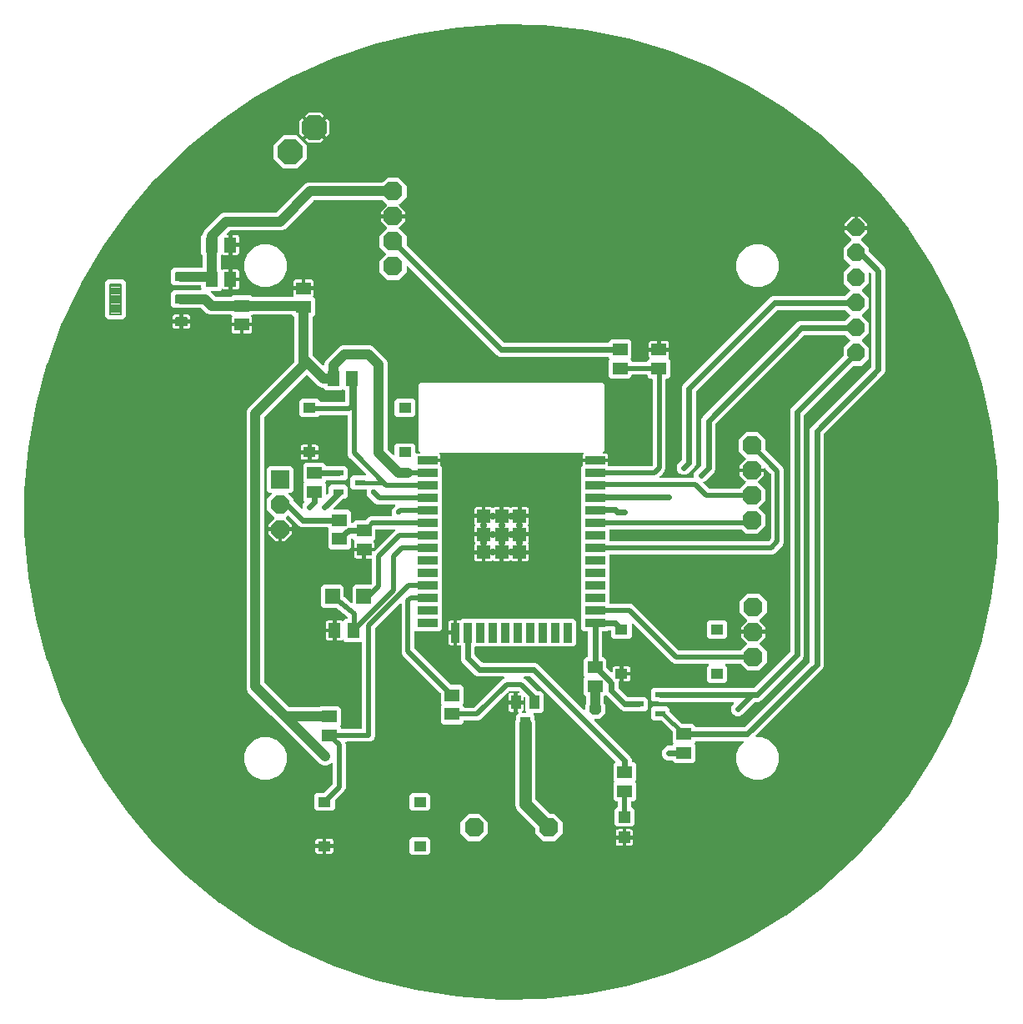
<source format=gbr>
G04 EAGLE Gerber RS-274X export*
G75*
%MOMM*%
%FSLAX34Y34*%
%LPD*%
%INTop Copper*%
%IPPOS*%
%AMOC8*
5,1,8,0,0,1.08239X$1,22.5*%
G01*
%ADD10R,1.300000X1.500000*%
%ADD11R,1.500000X1.300000*%
%ADD12P,2.749271X8X247.500000*%
%ADD13R,1.200000X1.200000*%
%ADD14R,1.500000X1.500000*%
%ADD15R,1.000000X1.400000*%
%ADD16R,1.879600X1.879600*%
%ADD17P,2.034460X8X22.500000*%
%ADD18P,2.089446X8X22.500000*%
%ADD19P,2.089446X8X292.500000*%
%ADD20R,1.300000X1.000000*%
%ADD21R,2.000000X0.900000*%
%ADD22R,0.900000X2.000000*%
%ADD23R,1.330000X1.330000*%
%ADD24C,0.708000*%
%ADD25C,0.139500*%
%ADD26C,0.196500*%
%ADD27P,1.924489X8X202.500000*%
%ADD28R,1.100000X0.600000*%
%ADD29C,1.016000*%
%ADD30P,0.760271X8X22.500000*%
%ADD31P,1.244749X8X22.500000*%
%ADD32P,0.543793X8X22.500000*%
%ADD33C,0.203200*%
%ADD34C,0.508000*%
%ADD35P,1.298868X8X22.500000*%
%ADD36C,0.406400*%
%ADD37C,0.609600*%
%ADD38C,1.270000*%
%ADD39C,0.502400*%

G36*
X532797Y5915D02*
X532797Y5915D01*
X532844Y5923D01*
X532885Y5921D01*
X576336Y10747D01*
X576382Y10759D01*
X576423Y10761D01*
X619278Y19408D01*
X619322Y19424D01*
X619363Y19430D01*
X661286Y31831D01*
X661329Y31850D01*
X661369Y31859D01*
X702031Y47917D01*
X702072Y47940D01*
X702112Y47953D01*
X741196Y67542D01*
X741235Y67569D01*
X741273Y67585D01*
X778473Y90551D01*
X778509Y90581D01*
X778546Y90601D01*
X813570Y116765D01*
X813604Y116798D01*
X813639Y116821D01*
X846214Y145978D01*
X846244Y146014D01*
X846277Y146039D01*
X876147Y177961D01*
X876174Y178000D01*
X876205Y178029D01*
X903137Y212466D01*
X903161Y212507D01*
X903188Y212538D01*
X926972Y249220D01*
X926992Y249263D01*
X927017Y249296D01*
X947465Y287937D01*
X947481Y287982D01*
X947503Y288017D01*
X964456Y328314D01*
X964468Y328360D01*
X964487Y328397D01*
X977812Y370035D01*
X977820Y370081D01*
X977835Y370120D01*
X987429Y412772D01*
X987433Y412819D01*
X987444Y412859D01*
X993231Y456193D01*
X993230Y456240D01*
X993239Y456281D01*
X995172Y499956D01*
X995168Y500003D01*
X995172Y500044D01*
X993239Y543719D01*
X993230Y543766D01*
X993231Y543807D01*
X987444Y587141D01*
X987432Y587186D01*
X987429Y587228D01*
X977835Y629880D01*
X977819Y629924D01*
X977812Y629965D01*
X964487Y671603D01*
X964466Y671646D01*
X964456Y671686D01*
X947503Y711983D01*
X947479Y712023D01*
X947465Y712063D01*
X927017Y750704D01*
X926989Y750742D01*
X926972Y750780D01*
X903188Y787462D01*
X903157Y787498D01*
X903137Y787534D01*
X876205Y821971D01*
X876202Y821974D01*
X876202Y821975D01*
X876198Y821977D01*
X876171Y822004D01*
X876147Y822039D01*
X846277Y853961D01*
X846240Y853990D01*
X846214Y854022D01*
X813639Y883179D01*
X813599Y883206D01*
X813570Y883235D01*
X778546Y909399D01*
X778504Y909422D01*
X778473Y909449D01*
X741273Y932415D01*
X741230Y932434D01*
X741196Y932458D01*
X702112Y952047D01*
X702067Y952062D01*
X702031Y952083D01*
X661369Y968141D01*
X661323Y968152D01*
X661286Y968169D01*
X619363Y980570D01*
X619317Y980577D01*
X619278Y980592D01*
X576423Y989239D01*
X576376Y989242D01*
X576336Y989253D01*
X532885Y994079D01*
X532838Y994078D01*
X532797Y994085D01*
X489090Y995052D01*
X489043Y995046D01*
X489002Y995050D01*
X445380Y992151D01*
X445334Y992141D01*
X445292Y992141D01*
X402097Y985397D01*
X402052Y985384D01*
X402011Y985380D01*
X359581Y974845D01*
X359537Y974828D01*
X359496Y974820D01*
X318164Y960577D01*
X318121Y960555D01*
X318081Y960544D01*
X278169Y942704D01*
X278129Y942679D01*
X278090Y942664D01*
X239911Y921366D01*
X239873Y921337D01*
X239836Y921320D01*
X203688Y896731D01*
X203654Y896699D01*
X203618Y896678D01*
X169785Y868990D01*
X169753Y868955D01*
X169719Y868931D01*
X138466Y838362D01*
X138443Y838332D01*
X138414Y838307D01*
X138410Y838301D01*
X138405Y838297D01*
X109976Y805085D01*
X109951Y805045D01*
X109922Y805015D01*
X84539Y769421D01*
X84517Y769379D01*
X84491Y769347D01*
X62353Y731648D01*
X62335Y731604D01*
X62312Y731570D01*
X61486Y729828D01*
X59119Y724832D01*
X59119Y724831D01*
X58172Y722833D01*
X55805Y717837D01*
X54858Y715838D01*
X53911Y713840D01*
X51544Y708844D01*
X51544Y708843D01*
X50597Y706845D01*
X48230Y701849D01*
X47283Y699850D01*
X46336Y697852D01*
X43969Y692856D01*
X43968Y692856D01*
X43968Y692855D01*
X43593Y692062D01*
X43579Y692017D01*
X43558Y691981D01*
X28404Y650973D01*
X28394Y650927D01*
X28377Y650889D01*
X16907Y608703D01*
X16901Y608658D01*
X16898Y608649D01*
X16887Y608617D01*
X9190Y565582D01*
X9188Y565535D01*
X9178Y565494D01*
X5314Y521947D01*
X5317Y521900D01*
X5310Y521859D01*
X5310Y478141D01*
X5317Y478094D01*
X5314Y478053D01*
X9178Y434506D01*
X9180Y434499D01*
X9180Y434497D01*
X9183Y434487D01*
X9189Y434460D01*
X9190Y434418D01*
X16887Y391383D01*
X16902Y391338D01*
X16907Y391297D01*
X28377Y349111D01*
X28396Y349067D01*
X28404Y349027D01*
X43558Y308019D01*
X43581Y307978D01*
X43593Y307938D01*
X62312Y268430D01*
X62338Y268391D01*
X62353Y268352D01*
X84491Y230653D01*
X84520Y230616D01*
X84539Y230579D01*
X109922Y194985D01*
X109954Y194950D01*
X109976Y194915D01*
X138405Y161703D01*
X138441Y161672D01*
X138466Y161638D01*
X169719Y131069D01*
X169757Y131041D01*
X169785Y131010D01*
X203618Y103322D01*
X203658Y103298D01*
X203689Y103269D01*
X239836Y78680D01*
X239878Y78660D01*
X239911Y78634D01*
X278090Y57336D01*
X278134Y57319D01*
X278169Y57296D01*
X318081Y39456D01*
X318127Y39443D01*
X318164Y39423D01*
X359496Y25180D01*
X359543Y25171D01*
X359581Y25155D01*
X402011Y14620D01*
X402058Y14615D01*
X402097Y14603D01*
X445292Y7859D01*
X445339Y7859D01*
X445380Y7849D01*
X489002Y4950D01*
X489049Y4953D01*
X489090Y4948D01*
X532797Y5915D01*
G37*
%LPC*%
G36*
X532318Y165883D02*
X532318Y165883D01*
X524283Y173918D01*
X524283Y178174D01*
X524270Y178269D01*
X524265Y178365D01*
X524250Y178408D01*
X524243Y178453D01*
X524204Y178541D01*
X524172Y178632D01*
X524147Y178666D01*
X524127Y178710D01*
X524044Y178808D01*
X523991Y178881D01*
X508141Y194730D01*
X505071Y197800D01*
X503485Y201628D01*
X503485Y286872D01*
X504759Y289947D01*
X504770Y289988D01*
X504788Y290025D01*
X504801Y290110D01*
X504829Y290220D01*
X504827Y290279D01*
X504835Y290330D01*
X504835Y293484D01*
X506905Y295553D01*
X506924Y295579D01*
X506949Y295600D01*
X507009Y295692D01*
X507074Y295779D01*
X507086Y295809D01*
X507103Y295836D01*
X507135Y295941D01*
X507174Y296043D01*
X507176Y296075D01*
X507186Y296106D01*
X507187Y296215D01*
X507196Y296324D01*
X507189Y296356D01*
X507190Y296388D01*
X507160Y296493D01*
X507138Y296600D01*
X507123Y296629D01*
X507114Y296660D01*
X507057Y296753D01*
X507006Y296849D01*
X506983Y296872D01*
X506966Y296900D01*
X506885Y296973D01*
X506809Y297051D01*
X506781Y297067D01*
X506757Y297089D01*
X506659Y297136D01*
X506563Y297190D01*
X506532Y297198D01*
X506503Y297212D01*
X506414Y297226D01*
X506399Y297229D01*
X506399Y304801D01*
X511941Y304801D01*
X511941Y299465D01*
X511768Y298819D01*
X511433Y298240D01*
X510960Y297767D01*
X510895Y297729D01*
X510878Y297716D01*
X510858Y297707D01*
X510768Y297629D01*
X510673Y297555D01*
X510661Y297538D01*
X510644Y297524D01*
X510578Y297423D01*
X510509Y297326D01*
X510502Y297306D01*
X510490Y297288D01*
X510455Y297173D01*
X510415Y297060D01*
X510414Y297039D01*
X510407Y297018D01*
X510406Y296898D01*
X510399Y296779D01*
X510404Y296758D01*
X510404Y296736D01*
X510436Y296620D01*
X510462Y296504D01*
X510473Y296485D01*
X510479Y296464D01*
X510542Y296362D01*
X510600Y296258D01*
X510616Y296243D01*
X510627Y296224D01*
X510716Y296144D01*
X510801Y296060D01*
X510820Y296050D01*
X510836Y296035D01*
X510944Y295983D01*
X511049Y295926D01*
X511071Y295922D01*
X511090Y295912D01*
X511180Y295898D01*
X511325Y295867D01*
X511362Y295870D01*
X511395Y295865D01*
X514174Y295865D01*
X514206Y295869D01*
X514239Y295867D01*
X514346Y295889D01*
X514454Y295905D01*
X514483Y295918D01*
X514515Y295924D01*
X514611Y295976D01*
X514711Y296021D01*
X514735Y296042D01*
X514764Y296057D01*
X514842Y296133D01*
X514925Y296204D01*
X514943Y296231D01*
X514966Y296254D01*
X515019Y296349D01*
X515079Y296440D01*
X515089Y296471D01*
X515105Y296499D01*
X515130Y296605D01*
X515162Y296710D01*
X515162Y296742D01*
X515170Y296773D01*
X515164Y296883D01*
X515166Y296992D01*
X515157Y297023D01*
X515155Y297055D01*
X515120Y297158D01*
X515090Y297264D01*
X515073Y297291D01*
X515063Y297322D01*
X515009Y297395D01*
X514942Y297504D01*
X514906Y297536D01*
X514881Y297571D01*
X514335Y298116D01*
X514335Y310910D01*
X514322Y311005D01*
X514317Y311101D01*
X514302Y311145D01*
X514295Y311190D01*
X514256Y311277D01*
X514224Y311368D01*
X514199Y311402D01*
X514179Y311446D01*
X514096Y311544D01*
X514043Y311617D01*
X513647Y312013D01*
X513621Y312032D01*
X513600Y312057D01*
X513508Y312117D01*
X513421Y312182D01*
X513391Y312194D01*
X513364Y312211D01*
X513259Y312243D01*
X513157Y312282D01*
X513125Y312284D01*
X513094Y312294D01*
X512985Y312295D01*
X512876Y312304D01*
X512844Y312297D01*
X512812Y312297D01*
X512707Y312268D01*
X512600Y312246D01*
X512571Y312231D01*
X512540Y312222D01*
X512447Y312165D01*
X512351Y312113D01*
X512328Y312091D01*
X512300Y312074D01*
X512227Y311993D01*
X512149Y311917D01*
X512133Y311889D01*
X512111Y311865D01*
X512064Y311766D01*
X512010Y311671D01*
X512002Y311640D01*
X511988Y311611D01*
X511974Y311522D01*
X511945Y311397D01*
X511947Y311348D01*
X511941Y311306D01*
X511941Y308799D01*
X506399Y308799D01*
X506399Y316341D01*
X506906Y316341D01*
X506938Y316345D01*
X506971Y316343D01*
X507078Y316365D01*
X507186Y316381D01*
X507215Y316394D01*
X507247Y316401D01*
X507343Y316452D01*
X507443Y316497D01*
X507467Y316518D01*
X507496Y316533D01*
X507574Y316609D01*
X507657Y316680D01*
X507675Y316707D01*
X507698Y316730D01*
X507751Y316825D01*
X507811Y316916D01*
X507821Y316947D01*
X507837Y316975D01*
X507862Y317081D01*
X507894Y317186D01*
X507894Y317218D01*
X507902Y317250D01*
X507896Y317359D01*
X507897Y317468D01*
X507889Y317499D01*
X507887Y317531D01*
X507851Y317634D01*
X507822Y317740D01*
X507805Y317767D01*
X507795Y317798D01*
X507741Y317871D01*
X507674Y317980D01*
X507638Y318012D01*
X507613Y318047D01*
X507557Y318103D01*
X507480Y318160D01*
X507409Y318225D01*
X507368Y318245D01*
X507331Y318272D01*
X507241Y318306D01*
X507155Y318348D01*
X507113Y318354D01*
X507067Y318371D01*
X506940Y318381D01*
X506850Y318395D01*
X498150Y318395D01*
X498055Y318382D01*
X497959Y318377D01*
X497915Y318362D01*
X497870Y318355D01*
X497783Y318316D01*
X497692Y318284D01*
X497658Y318259D01*
X497614Y318239D01*
X497516Y318156D01*
X497443Y318103D01*
X496898Y317558D01*
X496892Y317549D01*
X496883Y317542D01*
X496807Y317437D01*
X496729Y317332D01*
X496725Y317322D01*
X496719Y317313D01*
X496676Y317191D01*
X496629Y317068D01*
X496629Y317058D01*
X496625Y317047D01*
X496618Y316917D01*
X496608Y316787D01*
X496610Y316777D01*
X496609Y316766D01*
X496639Y316639D01*
X496660Y316538D01*
X496586Y316556D01*
X496461Y316588D01*
X496450Y316588D01*
X496439Y316590D01*
X496308Y316584D01*
X496179Y316580D01*
X496169Y316577D01*
X496158Y316576D01*
X496034Y316533D01*
X495910Y316493D01*
X495901Y316487D01*
X495891Y316483D01*
X495826Y316436D01*
X495677Y316335D01*
X495662Y316316D01*
X495642Y316302D01*
X468541Y289201D01*
X466114Y288195D01*
X452264Y288195D01*
X452200Y288186D01*
X452136Y288187D01*
X452061Y288166D01*
X451985Y288155D01*
X451926Y288129D01*
X451864Y288112D01*
X451798Y288071D01*
X451728Y288039D01*
X451679Y287997D01*
X451624Y287964D01*
X451572Y287906D01*
X451514Y287856D01*
X451478Y287802D01*
X451435Y287754D01*
X451402Y287685D01*
X451359Y287620D01*
X451340Y287558D01*
X451312Y287501D01*
X451301Y287431D01*
X451277Y287350D01*
X451276Y287265D01*
X451265Y287196D01*
X451265Y286616D01*
X448884Y284235D01*
X430516Y284235D01*
X428135Y286616D01*
X428135Y302984D01*
X428745Y303593D01*
X428784Y303645D01*
X428830Y303690D01*
X428868Y303757D01*
X428914Y303819D01*
X428937Y303879D01*
X428969Y303935D01*
X428987Y304010D01*
X429014Y304083D01*
X429019Y304147D01*
X429034Y304210D01*
X429030Y304287D01*
X429036Y304364D01*
X429023Y304427D01*
X429019Y304491D01*
X428994Y304564D01*
X428978Y304640D01*
X428948Y304697D01*
X428927Y304758D01*
X428885Y304814D01*
X428846Y304889D01*
X428786Y304950D01*
X428745Y305007D01*
X428135Y305616D01*
X428135Y315610D01*
X428122Y315705D01*
X428117Y315801D01*
X428102Y315845D01*
X428095Y315890D01*
X428056Y315977D01*
X428024Y316068D01*
X427999Y316102D01*
X427979Y316146D01*
X427896Y316244D01*
X427843Y316317D01*
X389401Y354759D01*
X388395Y357186D01*
X388395Y406642D01*
X388391Y406674D01*
X388393Y406706D01*
X388371Y406813D01*
X388355Y406922D01*
X388342Y406951D01*
X388336Y406983D01*
X388284Y407079D01*
X388239Y407179D01*
X388218Y407203D01*
X388203Y407231D01*
X388127Y407310D01*
X388056Y407393D01*
X388029Y407410D01*
X388006Y407434D01*
X387911Y407487D01*
X387820Y407547D01*
X387789Y407557D01*
X387761Y407573D01*
X387654Y407598D01*
X387550Y407630D01*
X387518Y407630D01*
X387487Y407638D01*
X387377Y407632D01*
X387268Y407633D01*
X387237Y407625D01*
X387205Y407623D01*
X387102Y407587D01*
X386996Y407558D01*
X386969Y407541D01*
X386938Y407531D01*
X386865Y407477D01*
X386756Y407410D01*
X386724Y407374D01*
X386689Y407349D01*
X361897Y382557D01*
X361840Y382480D01*
X361775Y382409D01*
X361755Y382368D01*
X361728Y382331D01*
X361694Y382241D01*
X361652Y382155D01*
X361646Y382113D01*
X361629Y382067D01*
X361619Y381940D01*
X361605Y381850D01*
X361605Y272086D01*
X360599Y269659D01*
X358741Y267801D01*
X356314Y266795D01*
X332362Y266795D01*
X332245Y266779D01*
X332127Y266767D01*
X332106Y266759D01*
X332083Y266755D01*
X331975Y266707D01*
X331865Y266663D01*
X331847Y266649D01*
X331826Y266639D01*
X331736Y266562D01*
X331643Y266489D01*
X331629Y266471D01*
X331612Y266456D01*
X331547Y266356D01*
X331478Y266260D01*
X331470Y266239D01*
X331457Y266220D01*
X331423Y266106D01*
X331383Y265995D01*
X331382Y265972D01*
X331375Y265950D01*
X331373Y265832D01*
X331366Y265713D01*
X331372Y265692D01*
X331371Y265668D01*
X331421Y265489D01*
X331439Y265414D01*
X331605Y265014D01*
X331605Y219486D01*
X330599Y217059D01*
X320857Y207317D01*
X320800Y207240D01*
X320735Y207169D01*
X320715Y207128D01*
X320688Y207091D01*
X320654Y207001D01*
X320612Y206915D01*
X320606Y206873D01*
X320589Y206827D01*
X320579Y206700D01*
X320565Y206610D01*
X320565Y199116D01*
X318184Y196735D01*
X301816Y196735D01*
X299435Y199116D01*
X299435Y212484D01*
X301816Y214865D01*
X309310Y214865D01*
X309405Y214878D01*
X309501Y214883D01*
X309545Y214898D01*
X309590Y214905D01*
X309677Y214944D01*
X309768Y214976D01*
X309802Y215001D01*
X309846Y215021D01*
X309944Y215104D01*
X310017Y215157D01*
X318103Y223243D01*
X318160Y223320D01*
X318225Y223391D01*
X318245Y223432D01*
X318272Y223469D01*
X318306Y223559D01*
X318348Y223645D01*
X318354Y223687D01*
X318371Y223733D01*
X318381Y223860D01*
X318395Y223950D01*
X318395Y244050D01*
X318391Y244082D01*
X318393Y244114D01*
X318371Y244221D01*
X318355Y244329D01*
X318342Y244359D01*
X318336Y244390D01*
X318284Y244487D01*
X318239Y244586D01*
X318218Y244611D01*
X318203Y244639D01*
X318127Y244718D01*
X318056Y244801D01*
X318029Y244818D01*
X318006Y244841D01*
X317912Y244895D01*
X317820Y244955D01*
X317789Y244965D01*
X317761Y244980D01*
X317655Y245006D01*
X317550Y245038D01*
X317518Y245038D01*
X317487Y245045D01*
X317377Y245040D01*
X317268Y245041D01*
X317237Y245033D01*
X317205Y245031D01*
X317102Y244995D01*
X316996Y244966D01*
X316969Y244949D01*
X316938Y244939D01*
X316865Y244885D01*
X316756Y244818D01*
X316724Y244782D01*
X316689Y244757D01*
X316180Y244247D01*
X312819Y242855D01*
X309181Y242855D01*
X305820Y244247D01*
X265773Y284295D01*
X265739Y284320D01*
X265712Y284351D01*
X265638Y284396D01*
X265547Y284464D01*
X265492Y284485D01*
X265448Y284511D01*
X265120Y284647D01*
X258811Y290957D01*
X258810Y290957D01*
X255957Y293810D01*
X232247Y317520D01*
X230855Y320881D01*
X230855Y601819D01*
X232247Y605180D01*
X279363Y652295D01*
X279420Y652372D01*
X279485Y652443D01*
X279505Y652484D01*
X279532Y652521D01*
X279566Y652611D01*
X279608Y652697D01*
X279614Y652739D01*
X279631Y652785D01*
X279641Y652912D01*
X279655Y653002D01*
X279655Y697182D01*
X279642Y697277D01*
X279637Y697374D01*
X279622Y697417D01*
X279615Y697462D01*
X279576Y697549D01*
X279544Y697640D01*
X279519Y697674D01*
X279499Y697719D01*
X279416Y697816D01*
X279363Y697889D01*
X277189Y700063D01*
X277112Y700120D01*
X277041Y700185D01*
X277000Y700205D01*
X276963Y700232D01*
X276874Y700266D01*
X276787Y700308D01*
X276745Y700314D01*
X276700Y700331D01*
X276572Y700341D01*
X276482Y700355D01*
X237018Y700355D01*
X236923Y700342D01*
X236826Y700337D01*
X236783Y700322D01*
X236738Y700315D01*
X236651Y700276D01*
X236560Y700244D01*
X236526Y700219D01*
X236481Y700199D01*
X236384Y700116D01*
X236311Y700063D01*
X235810Y699562D01*
X235765Y699502D01*
X235712Y699448D01*
X235681Y699389D01*
X235641Y699336D01*
X235614Y699266D01*
X235579Y699200D01*
X235565Y699135D01*
X235541Y699072D01*
X235535Y698997D01*
X235520Y698924D01*
X235525Y698858D01*
X235519Y698791D01*
X235535Y698718D01*
X235540Y698643D01*
X235562Y698586D01*
X235577Y698515D01*
X235623Y698428D01*
X235651Y698355D01*
X235868Y697981D01*
X236041Y697335D01*
X236041Y692499D01*
X227000Y692499D01*
X226936Y692490D01*
X226872Y692491D01*
X226798Y692470D01*
X226721Y692459D01*
X226662Y692433D01*
X226600Y692416D01*
X226534Y692375D01*
X226464Y692343D01*
X226415Y692301D01*
X226360Y692268D01*
X226309Y692210D01*
X226250Y692160D01*
X226214Y692106D01*
X226171Y692058D01*
X226138Y691989D01*
X226095Y691924D01*
X226076Y691862D01*
X226048Y691805D01*
X226038Y691735D01*
X226013Y691654D01*
X226012Y691569D01*
X226001Y691500D01*
X226001Y690499D01*
X225999Y690499D01*
X225999Y691500D01*
X225991Y691558D01*
X225991Y691560D01*
X225990Y691563D01*
X225990Y691564D01*
X225991Y691628D01*
X225970Y691703D01*
X225959Y691779D01*
X225933Y691838D01*
X225916Y691900D01*
X225875Y691966D01*
X225843Y692036D01*
X225801Y692085D01*
X225768Y692140D01*
X225710Y692192D01*
X225660Y692250D01*
X225606Y692286D01*
X225558Y692329D01*
X225489Y692362D01*
X225424Y692405D01*
X225362Y692424D01*
X225304Y692452D01*
X225235Y692462D01*
X225154Y692487D01*
X225069Y692488D01*
X225000Y692499D01*
X215959Y692499D01*
X215959Y697335D01*
X216132Y697981D01*
X216349Y698355D01*
X216377Y698425D01*
X216414Y698490D01*
X216429Y698555D01*
X216454Y698617D01*
X216461Y698692D01*
X216479Y698765D01*
X216475Y698831D01*
X216482Y698898D01*
X216468Y698971D01*
X216464Y699046D01*
X216442Y699109D01*
X216430Y699175D01*
X216396Y699242D01*
X216372Y699313D01*
X216336Y699362D01*
X216303Y699427D01*
X216236Y699498D01*
X216190Y699562D01*
X215689Y700063D01*
X215612Y700120D01*
X215541Y700185D01*
X215500Y700205D01*
X215463Y700232D01*
X215373Y700266D01*
X215287Y700308D01*
X215245Y700314D01*
X215200Y700331D01*
X215072Y700341D01*
X214982Y700355D01*
X193681Y700355D01*
X190320Y701747D01*
X185205Y706863D01*
X185128Y706920D01*
X185057Y706985D01*
X185016Y707005D01*
X184979Y707032D01*
X184889Y707066D01*
X184803Y707108D01*
X184761Y707114D01*
X184715Y707131D01*
X184588Y707141D01*
X184498Y707155D01*
X162831Y707155D01*
X161977Y707509D01*
X161936Y707520D01*
X161899Y707538D01*
X161814Y707551D01*
X161703Y707579D01*
X161645Y707577D01*
X161594Y707585D01*
X156825Y707585D01*
X154035Y710375D01*
X154035Y722225D01*
X156825Y725015D01*
X161594Y725015D01*
X161635Y725021D01*
X161677Y725018D01*
X161761Y725038D01*
X161873Y725055D01*
X161927Y725079D01*
X161977Y725091D01*
X162831Y725445D01*
X184094Y725445D01*
X184126Y725449D01*
X184159Y725447D01*
X184266Y725469D01*
X184374Y725485D01*
X184403Y725498D01*
X184435Y725504D01*
X184531Y725556D01*
X184631Y725601D01*
X184655Y725622D01*
X184684Y725637D01*
X184762Y725713D01*
X184845Y725784D01*
X184863Y725811D01*
X184886Y725834D01*
X184940Y725929D01*
X184999Y726020D01*
X185009Y726051D01*
X185025Y726079D01*
X185050Y726185D01*
X185082Y726290D01*
X185082Y726322D01*
X185090Y726354D01*
X185084Y726463D01*
X185086Y726572D01*
X185077Y726603D01*
X185075Y726635D01*
X185039Y726738D01*
X185010Y726844D01*
X184993Y726871D01*
X184983Y726902D01*
X184935Y726967D01*
X184935Y729056D01*
X184926Y729120D01*
X184927Y729184D01*
X184906Y729259D01*
X184895Y729335D01*
X184869Y729394D01*
X184852Y729456D01*
X184811Y729522D01*
X184779Y729592D01*
X184737Y729641D01*
X184704Y729696D01*
X184646Y729748D01*
X184596Y729806D01*
X184542Y729842D01*
X184494Y729885D01*
X184425Y729918D01*
X184360Y729961D01*
X184298Y729980D01*
X184241Y730008D01*
X184171Y730019D01*
X184090Y730043D01*
X184005Y730044D01*
X183936Y730055D01*
X162831Y730055D01*
X161977Y730409D01*
X161936Y730420D01*
X161899Y730438D01*
X161814Y730451D01*
X161703Y730479D01*
X161645Y730477D01*
X161594Y730485D01*
X156825Y730485D01*
X154035Y733275D01*
X154035Y745125D01*
X156825Y747915D01*
X161594Y747915D01*
X161635Y747921D01*
X161677Y747918D01*
X161761Y747938D01*
X161873Y747955D01*
X161927Y747979D01*
X161977Y747991D01*
X162831Y748345D01*
X185356Y748345D01*
X185420Y748354D01*
X185484Y748353D01*
X185559Y748374D01*
X185635Y748385D01*
X185694Y748411D01*
X185756Y748428D01*
X185822Y748469D01*
X185892Y748501D01*
X185941Y748543D01*
X185996Y748576D01*
X186048Y748634D01*
X186106Y748684D01*
X186142Y748738D01*
X186185Y748786D01*
X186218Y748855D01*
X186261Y748920D01*
X186280Y748982D01*
X186308Y749039D01*
X186319Y749109D01*
X186343Y749190D01*
X186344Y749275D01*
X186355Y749344D01*
X186355Y760182D01*
X186342Y760277D01*
X186337Y760374D01*
X186322Y760417D01*
X186315Y760462D01*
X186276Y760549D01*
X186244Y760640D01*
X186219Y760674D01*
X186199Y760719D01*
X186116Y760816D01*
X186063Y760889D01*
X184935Y762016D01*
X184935Y780384D01*
X186063Y781511D01*
X186120Y781588D01*
X186185Y781659D01*
X186205Y781700D01*
X186232Y781737D01*
X186266Y781826D01*
X186308Y781913D01*
X186314Y781955D01*
X186331Y782000D01*
X186341Y782128D01*
X186355Y782218D01*
X186355Y782319D01*
X187747Y785680D01*
X204820Y802753D01*
X208181Y804145D01*
X260798Y804145D01*
X260893Y804158D01*
X260989Y804163D01*
X261032Y804178D01*
X261077Y804185D01*
X261165Y804224D01*
X261256Y804256D01*
X261290Y804281D01*
X261334Y804301D01*
X261432Y804384D01*
X261505Y804437D01*
X290420Y833353D01*
X293781Y834745D01*
X368932Y834745D01*
X369027Y834758D01*
X369124Y834763D01*
X369167Y834778D01*
X369212Y834785D01*
X369299Y834824D01*
X369390Y834856D01*
X369425Y834881D01*
X369469Y834901D01*
X369566Y834984D01*
X369639Y835037D01*
X373918Y839317D01*
X385282Y839317D01*
X393317Y831282D01*
X393317Y819918D01*
X385927Y812529D01*
X385889Y812478D01*
X385843Y812433D01*
X385805Y812365D01*
X385758Y812303D01*
X385735Y812243D01*
X385704Y812187D01*
X385686Y812112D01*
X385659Y812040D01*
X385654Y811976D01*
X385639Y811913D01*
X385643Y811835D01*
X385637Y811758D01*
X385650Y811696D01*
X385653Y811631D01*
X385679Y811558D01*
X385694Y811482D01*
X385724Y811426D01*
X385746Y811365D01*
X385787Y811308D01*
X385827Y811233D01*
X385886Y811172D01*
X385927Y811116D01*
X391793Y805250D01*
X391793Y802199D01*
X380600Y802199D01*
X380537Y802190D01*
X380472Y802191D01*
X380398Y802170D01*
X380321Y802159D01*
X380262Y802133D01*
X380200Y802116D01*
X380134Y802075D01*
X380064Y802043D01*
X380015Y802001D01*
X379960Y801968D01*
X379909Y801910D01*
X379850Y801860D01*
X379814Y801806D01*
X379771Y801758D01*
X379738Y801689D01*
X379695Y801624D01*
X379676Y801562D01*
X379648Y801505D01*
X379638Y801435D01*
X379613Y801354D01*
X379612Y801269D01*
X379601Y801200D01*
X379601Y799200D01*
X379610Y799136D01*
X379609Y799072D01*
X379630Y798997D01*
X379641Y798921D01*
X379667Y798862D01*
X379684Y798800D01*
X379725Y798734D01*
X379757Y798664D01*
X379799Y798615D01*
X379832Y798560D01*
X379890Y798508D01*
X379940Y798450D01*
X379994Y798414D01*
X380042Y798371D01*
X380111Y798338D01*
X380176Y798295D01*
X380238Y798276D01*
X380296Y798248D01*
X380365Y798237D01*
X380446Y798213D01*
X380531Y798212D01*
X380600Y798201D01*
X391793Y798201D01*
X391793Y795150D01*
X385927Y789284D01*
X385889Y789233D01*
X385843Y789188D01*
X385805Y789121D01*
X385758Y789059D01*
X385735Y788998D01*
X385704Y788943D01*
X385686Y788867D01*
X385659Y788795D01*
X385654Y788731D01*
X385639Y788668D01*
X385643Y788591D01*
X385637Y788514D01*
X385650Y788451D01*
X385653Y788386D01*
X385679Y788313D01*
X385694Y788237D01*
X385724Y788181D01*
X385746Y788120D01*
X385787Y788063D01*
X385827Y787989D01*
X385886Y787928D01*
X385927Y787871D01*
X393317Y780482D01*
X393317Y771556D01*
X393330Y771461D01*
X393335Y771365D01*
X393350Y771322D01*
X393357Y771277D01*
X393396Y771189D01*
X393428Y771098D01*
X393453Y771064D01*
X393473Y771020D01*
X393556Y770923D01*
X393609Y770850D01*
X492054Y672405D01*
X492130Y672348D01*
X492202Y672283D01*
X492243Y672263D01*
X492279Y672236D01*
X492369Y672202D01*
X492456Y672160D01*
X492498Y672154D01*
X492543Y672137D01*
X492671Y672127D01*
X492760Y672113D01*
X597736Y672113D01*
X597800Y672122D01*
X597864Y672121D01*
X597939Y672142D01*
X598015Y672153D01*
X598074Y672179D01*
X598136Y672196D01*
X598202Y672237D01*
X598272Y672269D01*
X598321Y672311D01*
X598376Y672344D01*
X598428Y672402D01*
X598486Y672452D01*
X598522Y672506D01*
X598565Y672554D01*
X598598Y672623D01*
X598641Y672688D01*
X598660Y672750D01*
X598688Y672807D01*
X598699Y672877D01*
X598723Y672958D01*
X598724Y673043D01*
X598735Y673112D01*
X598735Y673184D01*
X601116Y675565D01*
X619484Y675565D01*
X621865Y673184D01*
X621865Y656816D01*
X621255Y656207D01*
X621216Y656155D01*
X621170Y656110D01*
X621132Y656043D01*
X621086Y655981D01*
X621063Y655921D01*
X621031Y655865D01*
X621013Y655790D01*
X620986Y655717D01*
X620981Y655653D01*
X620966Y655590D01*
X620970Y655513D01*
X620964Y655436D01*
X620977Y655373D01*
X620981Y655309D01*
X621006Y655236D01*
X621022Y655160D01*
X621052Y655103D01*
X621073Y655042D01*
X621115Y654986D01*
X621154Y654911D01*
X621214Y654850D01*
X621227Y654831D01*
X621234Y654820D01*
X621238Y654816D01*
X621255Y654793D01*
X621865Y654184D01*
X621865Y653604D01*
X621874Y653540D01*
X621873Y653476D01*
X621894Y653401D01*
X621905Y653325D01*
X621931Y653266D01*
X621948Y653204D01*
X621989Y653138D01*
X622021Y653068D01*
X622063Y653019D01*
X622096Y652964D01*
X622154Y652912D01*
X622204Y652854D01*
X622258Y652818D01*
X622306Y652775D01*
X622375Y652742D01*
X622440Y652699D01*
X622502Y652680D01*
X622559Y652652D01*
X622629Y652641D01*
X622710Y652617D01*
X622795Y652616D01*
X622864Y652605D01*
X637136Y652605D01*
X637200Y652614D01*
X637264Y652613D01*
X637339Y652634D01*
X637415Y652645D01*
X637474Y652671D01*
X637536Y652688D01*
X637602Y652729D01*
X637672Y652761D01*
X637721Y652803D01*
X637776Y652836D01*
X637828Y652894D01*
X637886Y652944D01*
X637922Y652998D01*
X637965Y653046D01*
X637998Y653115D01*
X638041Y653180D01*
X638060Y653242D01*
X638088Y653299D01*
X638099Y653369D01*
X638123Y653450D01*
X638124Y653535D01*
X638135Y653604D01*
X638135Y653984D01*
X639890Y655738D01*
X639935Y655798D01*
X639987Y655852D01*
X640019Y655911D01*
X640059Y655964D01*
X640086Y656034D01*
X640121Y656100D01*
X640135Y656165D01*
X640159Y656228D01*
X640165Y656302D01*
X640180Y656376D01*
X640175Y656442D01*
X640181Y656509D01*
X640166Y656577D01*
X640166Y656587D01*
X640164Y656594D01*
X640160Y656657D01*
X640138Y656714D01*
X640123Y656785D01*
X640099Y656830D01*
X640091Y656858D01*
X640067Y656898D01*
X640049Y656945D01*
X639832Y657319D01*
X639659Y657965D01*
X639659Y662801D01*
X648700Y662801D01*
X648764Y662810D01*
X648828Y662809D01*
X648902Y662830D01*
X648979Y662841D01*
X649038Y662867D01*
X649100Y662884D01*
X649166Y662925D01*
X649236Y662957D01*
X649285Y662999D01*
X649340Y663032D01*
X649391Y663090D01*
X649450Y663140D01*
X649486Y663194D01*
X649529Y663242D01*
X649562Y663311D01*
X649605Y663376D01*
X649624Y663438D01*
X649652Y663495D01*
X649662Y663565D01*
X649687Y663646D01*
X649688Y663731D01*
X649699Y663800D01*
X649699Y664801D01*
X649701Y664801D01*
X649701Y663800D01*
X649710Y663736D01*
X649709Y663672D01*
X649730Y663597D01*
X649741Y663521D01*
X649767Y663462D01*
X649784Y663400D01*
X649825Y663334D01*
X649857Y663264D01*
X649899Y663215D01*
X649932Y663160D01*
X649990Y663108D01*
X650040Y663050D01*
X650094Y663014D01*
X650142Y662971D01*
X650211Y662938D01*
X650276Y662895D01*
X650338Y662876D01*
X650396Y662848D01*
X650465Y662838D01*
X650546Y662813D01*
X650631Y662812D01*
X650700Y662801D01*
X659741Y662801D01*
X659741Y657965D01*
X659568Y657319D01*
X659351Y656945D01*
X659337Y656909D01*
X659320Y656883D01*
X659310Y656852D01*
X659286Y656810D01*
X659271Y656745D01*
X659246Y656683D01*
X659240Y656622D01*
X659237Y656613D01*
X659237Y656602D01*
X659221Y656535D01*
X659225Y656469D01*
X659218Y656402D01*
X659232Y656329D01*
X659236Y656254D01*
X659258Y656191D01*
X659270Y656125D01*
X659304Y656058D01*
X659328Y655987D01*
X659364Y655938D01*
X659397Y655873D01*
X659464Y655802D01*
X659510Y655738D01*
X661265Y653984D01*
X661265Y637616D01*
X658884Y635235D01*
X657604Y635235D01*
X657540Y635226D01*
X657476Y635227D01*
X657401Y635206D01*
X657325Y635195D01*
X657266Y635169D01*
X657204Y635152D01*
X657138Y635111D01*
X657068Y635079D01*
X657019Y635037D01*
X656964Y635004D01*
X656912Y634946D01*
X656854Y634896D01*
X656818Y634842D01*
X656775Y634794D01*
X656742Y634725D01*
X656699Y634660D01*
X656680Y634598D01*
X656652Y634541D01*
X656641Y634471D01*
X656617Y634390D01*
X656616Y634305D01*
X656605Y634236D01*
X656605Y543686D01*
X655599Y541259D01*
X653601Y539260D01*
X650715Y536375D01*
X650696Y536349D01*
X650671Y536328D01*
X650611Y536236D01*
X650546Y536149D01*
X650534Y536119D01*
X650517Y536092D01*
X650485Y535987D01*
X650446Y535885D01*
X650444Y535853D01*
X650434Y535822D01*
X650433Y535713D01*
X650424Y535604D01*
X650431Y535572D01*
X650431Y535540D01*
X650460Y535435D01*
X650482Y535328D01*
X650497Y535299D01*
X650506Y535268D01*
X650563Y535175D01*
X650615Y535079D01*
X650637Y535056D01*
X650654Y535028D01*
X650735Y534955D01*
X650811Y534877D01*
X650839Y534861D01*
X650863Y534839D01*
X650962Y534792D01*
X651057Y534738D01*
X651088Y534730D01*
X651117Y534716D01*
X651206Y534702D01*
X651331Y534673D01*
X651380Y534675D01*
X651422Y534669D01*
X684479Y534669D01*
X684596Y534685D01*
X684714Y534697D01*
X684735Y534705D01*
X684758Y534709D01*
X684866Y534757D01*
X684976Y534801D01*
X684994Y534815D01*
X685015Y534825D01*
X685105Y534902D01*
X685198Y534975D01*
X685212Y534993D01*
X685229Y535008D01*
X685294Y535108D01*
X685363Y535204D01*
X685371Y535225D01*
X685383Y535244D01*
X685418Y535358D01*
X685458Y535469D01*
X685459Y535492D01*
X685466Y535514D01*
X685467Y535632D01*
X685474Y535751D01*
X685469Y535772D01*
X685470Y535796D01*
X685420Y535976D01*
X685402Y536050D01*
X685387Y536085D01*
X685387Y538915D01*
X686470Y541529D01*
X692595Y547654D01*
X692652Y547730D01*
X692717Y547802D01*
X692737Y547843D01*
X692764Y547879D01*
X692798Y547969D01*
X692840Y548056D01*
X692846Y548098D01*
X692863Y548143D01*
X692873Y548271D01*
X692887Y548360D01*
X692887Y593915D01*
X693970Y596529D01*
X790371Y692930D01*
X792985Y694013D01*
X838378Y694013D01*
X838473Y694026D01*
X838569Y694031D01*
X838612Y694046D01*
X838657Y694053D01*
X838745Y694092D01*
X838836Y694124D01*
X838870Y694149D01*
X838914Y694169D01*
X839011Y694252D01*
X839085Y694305D01*
X843673Y698893D01*
X843711Y698945D01*
X843757Y698990D01*
X843795Y699057D01*
X843842Y699119D01*
X843865Y699179D01*
X843896Y699235D01*
X843914Y699310D01*
X843941Y699383D01*
X843946Y699447D01*
X843961Y699509D01*
X843957Y699587D01*
X843963Y699664D01*
X843950Y699727D01*
X843947Y699791D01*
X843921Y699864D01*
X843906Y699940D01*
X843875Y699997D01*
X843854Y700058D01*
X843813Y700114D01*
X843773Y700189D01*
X843714Y700250D01*
X843673Y700307D01*
X839085Y704895D01*
X839008Y704952D01*
X838936Y705017D01*
X838896Y705037D01*
X838859Y705064D01*
X838769Y705098D01*
X838683Y705140D01*
X838641Y705146D01*
X838595Y705163D01*
X838468Y705173D01*
X838378Y705187D01*
X770660Y705187D01*
X770565Y705174D01*
X770469Y705169D01*
X770426Y705154D01*
X770381Y705147D01*
X770293Y705108D01*
X770203Y705076D01*
X770168Y705051D01*
X770124Y705031D01*
X770027Y704948D01*
X769954Y704895D01*
X687405Y622346D01*
X687348Y622270D01*
X687283Y622198D01*
X687263Y622157D01*
X687236Y622121D01*
X687202Y622031D01*
X687160Y621944D01*
X687154Y621902D01*
X687137Y621857D01*
X687127Y621729D01*
X687113Y621640D01*
X687113Y548585D01*
X686030Y545971D01*
X679029Y538970D01*
X676415Y537887D01*
X673585Y537887D01*
X670971Y538970D01*
X668970Y540971D01*
X667887Y543585D01*
X667887Y546415D01*
X668970Y549029D01*
X672595Y552654D01*
X672652Y552730D01*
X672717Y552802D01*
X672737Y552843D01*
X672764Y552879D01*
X672798Y552969D01*
X672840Y553056D01*
X672846Y553098D01*
X672863Y553143D01*
X672873Y553271D01*
X672887Y553360D01*
X672887Y626415D01*
X673970Y629029D01*
X763271Y718330D01*
X765885Y719413D01*
X838378Y719413D01*
X838473Y719426D01*
X838569Y719431D01*
X838612Y719446D01*
X838657Y719453D01*
X838745Y719492D01*
X838836Y719524D01*
X838870Y719549D01*
X838914Y719569D01*
X839012Y719652D01*
X839085Y719705D01*
X843673Y724293D01*
X843711Y724345D01*
X843757Y724390D01*
X843795Y724457D01*
X843842Y724519D01*
X843865Y724579D01*
X843896Y724635D01*
X843914Y724710D01*
X843941Y724783D01*
X843946Y724847D01*
X843961Y724909D01*
X843957Y724987D01*
X843963Y725064D01*
X843950Y725127D01*
X843947Y725191D01*
X843921Y725264D01*
X843906Y725340D01*
X843876Y725397D01*
X843854Y725458D01*
X843813Y725514D01*
X843773Y725589D01*
X843714Y725650D01*
X843673Y725707D01*
X837045Y732334D01*
X837045Y743066D01*
X843673Y749693D01*
X843688Y749714D01*
X843705Y749728D01*
X843723Y749756D01*
X843757Y749790D01*
X843795Y749857D01*
X843842Y749919D01*
X843859Y749964D01*
X843860Y749966D01*
X843865Y749979D01*
X843896Y750035D01*
X843914Y750110D01*
X843941Y750183D01*
X843946Y750247D01*
X843961Y750309D01*
X843957Y750387D01*
X843963Y750464D01*
X843950Y750527D01*
X843947Y750591D01*
X843921Y750664D01*
X843906Y750740D01*
X843876Y750797D01*
X843854Y750858D01*
X843813Y750914D01*
X843773Y750989D01*
X843714Y751050D01*
X843673Y751107D01*
X837045Y757734D01*
X837045Y768466D01*
X844750Y776171D01*
X844789Y776222D01*
X844835Y776267D01*
X844873Y776335D01*
X844920Y776397D01*
X844942Y776457D01*
X844974Y776513D01*
X844992Y776588D01*
X845019Y776660D01*
X845024Y776724D01*
X845039Y776787D01*
X845035Y776865D01*
X845041Y776942D01*
X845028Y777004D01*
X845025Y777069D01*
X844999Y777142D01*
X844983Y777218D01*
X844953Y777274D01*
X844932Y777335D01*
X844891Y777392D01*
X844851Y777467D01*
X844792Y777528D01*
X844750Y777584D01*
X838569Y783765D01*
X838569Y786501D01*
X849000Y786501D01*
X849063Y786510D01*
X849128Y786509D01*
X849202Y786530D01*
X849279Y786541D01*
X849338Y786567D01*
X849400Y786584D01*
X849466Y786625D01*
X849536Y786657D01*
X849585Y786699D01*
X849640Y786732D01*
X849691Y786790D01*
X849750Y786840D01*
X849786Y786894D01*
X849829Y786942D01*
X849862Y787011D01*
X849905Y787076D01*
X849924Y787138D01*
X849952Y787195D01*
X849962Y787265D01*
X849987Y787346D01*
X849988Y787431D01*
X849999Y787500D01*
X849999Y788501D01*
X850001Y788501D01*
X850001Y787500D01*
X850010Y787436D01*
X850009Y787372D01*
X850030Y787297D01*
X850041Y787221D01*
X850067Y787162D01*
X850084Y787100D01*
X850125Y787034D01*
X850157Y786964D01*
X850199Y786915D01*
X850232Y786860D01*
X850290Y786808D01*
X850340Y786750D01*
X850394Y786714D01*
X850442Y786671D01*
X850511Y786638D01*
X850576Y786595D01*
X850638Y786576D01*
X850696Y786548D01*
X850765Y786537D01*
X850846Y786513D01*
X850931Y786512D01*
X851000Y786501D01*
X861431Y786501D01*
X861431Y783765D01*
X855250Y777584D01*
X855211Y777533D01*
X855165Y777488D01*
X855127Y777421D01*
X855080Y777359D01*
X855058Y777298D01*
X855026Y777243D01*
X855008Y777167D01*
X854981Y777095D01*
X854976Y777031D01*
X854961Y776968D01*
X854965Y776891D01*
X854959Y776814D01*
X854972Y776751D01*
X854975Y776686D01*
X855001Y776613D01*
X855017Y776537D01*
X855047Y776481D01*
X855068Y776420D01*
X855109Y776363D01*
X855149Y776288D01*
X855208Y776228D01*
X855250Y776171D01*
X862955Y768466D01*
X862955Y765018D01*
X862968Y764923D01*
X862973Y764827D01*
X862988Y764784D01*
X862995Y764739D01*
X863034Y764651D01*
X863066Y764560D01*
X863091Y764526D01*
X863111Y764482D01*
X863194Y764385D01*
X863247Y764312D01*
X876389Y751170D01*
X878530Y749029D01*
X879613Y746415D01*
X879613Y643585D01*
X878530Y640971D01*
X817405Y579846D01*
X817348Y579770D01*
X817283Y579698D01*
X817263Y579657D01*
X817236Y579621D01*
X817202Y579531D01*
X817160Y579444D01*
X817154Y579402D01*
X817137Y579357D01*
X817127Y579229D01*
X817113Y579140D01*
X817113Y343585D01*
X816030Y340971D01*
X813889Y338830D01*
X748329Y273271D01*
X748310Y273245D01*
X748286Y273224D01*
X748226Y273132D01*
X748160Y273045D01*
X748149Y273015D01*
X748131Y272988D01*
X748099Y272883D01*
X748061Y272781D01*
X748058Y272749D01*
X748049Y272718D01*
X748047Y272609D01*
X748039Y272500D01*
X748045Y272468D01*
X748045Y272436D01*
X748074Y272331D01*
X748096Y272224D01*
X748112Y272195D01*
X748120Y272164D01*
X748178Y272071D01*
X748229Y271975D01*
X748251Y271952D01*
X748268Y271924D01*
X748349Y271851D01*
X748426Y271773D01*
X748454Y271757D01*
X748478Y271735D01*
X748576Y271688D01*
X748671Y271634D01*
X748702Y271626D01*
X748731Y271612D01*
X748821Y271598D01*
X748946Y271569D01*
X748994Y271571D01*
X749036Y271565D01*
X754289Y271565D01*
X762216Y268282D01*
X768282Y262216D01*
X771565Y254289D01*
X771565Y245710D01*
X768282Y237784D01*
X762216Y231718D01*
X754289Y228435D01*
X745711Y228435D01*
X737784Y231718D01*
X731718Y237784D01*
X728435Y245710D01*
X728435Y254289D01*
X731718Y262215D01*
X735184Y265681D01*
X735204Y265707D01*
X735228Y265728D01*
X735288Y265820D01*
X735354Y265907D01*
X735365Y265937D01*
X735383Y265964D01*
X735415Y266069D01*
X735453Y266171D01*
X735456Y266203D01*
X735465Y266234D01*
X735466Y266343D01*
X735475Y266452D01*
X735468Y266484D01*
X735469Y266516D01*
X735440Y266621D01*
X735417Y266728D01*
X735402Y266757D01*
X735394Y266788D01*
X735336Y266881D01*
X735285Y266977D01*
X735262Y267000D01*
X735245Y267028D01*
X735164Y267101D01*
X735088Y267179D01*
X735060Y267195D01*
X735036Y267217D01*
X734938Y267264D01*
X734843Y267318D01*
X734811Y267326D01*
X734782Y267340D01*
X734693Y267354D01*
X734568Y267383D01*
X734520Y267381D01*
X734478Y267387D01*
X687564Y267387D01*
X687500Y267378D01*
X687436Y267379D01*
X687361Y267358D01*
X687285Y267347D01*
X687226Y267321D01*
X687164Y267304D01*
X687098Y267263D01*
X687028Y267231D01*
X686979Y267189D01*
X686924Y267156D01*
X686872Y267098D01*
X686814Y267048D01*
X686778Y266994D01*
X686735Y266946D01*
X686702Y266877D01*
X686659Y266812D01*
X686640Y266750D01*
X686612Y266693D01*
X686601Y266623D01*
X686577Y266542D01*
X686576Y266457D01*
X686565Y266388D01*
X686565Y266316D01*
X685955Y265707D01*
X685916Y265655D01*
X685870Y265610D01*
X685832Y265543D01*
X685786Y265481D01*
X685763Y265421D01*
X685731Y265365D01*
X685713Y265290D01*
X685686Y265217D01*
X685681Y265153D01*
X685666Y265090D01*
X685670Y265013D01*
X685664Y264936D01*
X685677Y264873D01*
X685681Y264809D01*
X685706Y264736D01*
X685722Y264660D01*
X685752Y264603D01*
X685773Y264542D01*
X685815Y264486D01*
X685854Y264411D01*
X685914Y264350D01*
X685955Y264293D01*
X686565Y263684D01*
X686565Y247316D01*
X684184Y244935D01*
X665816Y244935D01*
X663421Y247331D01*
X663419Y247346D01*
X663407Y247464D01*
X663399Y247485D01*
X663395Y247508D01*
X663347Y247616D01*
X663303Y247726D01*
X663289Y247744D01*
X663279Y247765D01*
X663202Y247855D01*
X663129Y247948D01*
X663111Y247962D01*
X663096Y247979D01*
X662996Y248044D01*
X662900Y248113D01*
X662879Y248121D01*
X662860Y248134D01*
X662746Y248168D01*
X662635Y248208D01*
X662612Y248209D01*
X662590Y248216D01*
X662472Y248218D01*
X662353Y248225D01*
X662332Y248219D01*
X662308Y248220D01*
X662129Y248170D01*
X662054Y248152D01*
X661415Y247887D01*
X658585Y247887D01*
X655971Y248970D01*
X653970Y250971D01*
X652887Y253585D01*
X652887Y256415D01*
X653970Y259029D01*
X656471Y261530D01*
X659085Y262613D01*
X662436Y262613D01*
X662500Y262622D01*
X662564Y262621D01*
X662639Y262642D01*
X662715Y262653D01*
X662774Y262679D01*
X662836Y262696D01*
X662902Y262737D01*
X662972Y262769D01*
X663021Y262811D01*
X663076Y262844D01*
X663128Y262902D01*
X663186Y262952D01*
X663222Y263006D01*
X663265Y263054D01*
X663298Y263123D01*
X663341Y263188D01*
X663360Y263250D01*
X663388Y263307D01*
X663399Y263377D01*
X663423Y263458D01*
X663424Y263543D01*
X663435Y263612D01*
X663435Y263684D01*
X664045Y264293D01*
X664084Y264345D01*
X664130Y264390D01*
X664168Y264457D01*
X664214Y264519D01*
X664237Y264579D01*
X664269Y264635D01*
X664287Y264710D01*
X664314Y264783D01*
X664319Y264847D01*
X664334Y264909D01*
X664330Y264987D01*
X664336Y265064D01*
X664323Y265127D01*
X664319Y265191D01*
X664294Y265264D01*
X664278Y265340D01*
X664248Y265397D01*
X664227Y265458D01*
X664185Y265514D01*
X664146Y265589D01*
X664086Y265650D01*
X664045Y265707D01*
X663435Y266316D01*
X663435Y277029D01*
X663422Y277124D01*
X663417Y277220D01*
X663402Y277263D01*
X663395Y277308D01*
X663356Y277395D01*
X663324Y277486D01*
X663299Y277521D01*
X663279Y277565D01*
X663196Y277662D01*
X663143Y277735D01*
X652735Y288143D01*
X652659Y288200D01*
X652587Y288265D01*
X652546Y288285D01*
X652510Y288312D01*
X652420Y288346D01*
X652333Y288388D01*
X652291Y288394D01*
X652246Y288411D01*
X652118Y288421D01*
X652029Y288435D01*
X643816Y288435D01*
X641435Y290816D01*
X641435Y300184D01*
X643816Y302565D01*
X658184Y302565D01*
X660565Y300184D01*
X660565Y297971D01*
X660578Y297876D01*
X660583Y297780D01*
X660598Y297737D01*
X660605Y297692D01*
X660644Y297605D01*
X660676Y297514D01*
X660701Y297479D01*
X660721Y297435D01*
X660804Y297338D01*
X660857Y297265D01*
X672765Y285357D01*
X672841Y285300D01*
X672913Y285235D01*
X672954Y285215D01*
X672990Y285188D01*
X673080Y285154D01*
X673167Y285112D01*
X673209Y285106D01*
X673254Y285089D01*
X673382Y285079D01*
X673471Y285065D01*
X684184Y285065D01*
X686565Y282684D01*
X686565Y282612D01*
X686574Y282548D01*
X686573Y282484D01*
X686594Y282409D01*
X686605Y282333D01*
X686631Y282274D01*
X686648Y282212D01*
X686689Y282146D01*
X686721Y282076D01*
X686763Y282027D01*
X686796Y281972D01*
X686854Y281920D01*
X686904Y281862D01*
X686958Y281826D01*
X687006Y281783D01*
X687075Y281750D01*
X687140Y281707D01*
X687202Y281688D01*
X687259Y281660D01*
X687329Y281649D01*
X687410Y281625D01*
X687495Y281624D01*
X687564Y281613D01*
X736140Y281613D01*
X736235Y281626D01*
X736331Y281631D01*
X736374Y281646D01*
X736419Y281653D01*
X736507Y281692D01*
X736597Y281724D01*
X736632Y281749D01*
X736676Y281769D01*
X736773Y281852D01*
X736846Y281905D01*
X802595Y347654D01*
X802652Y347730D01*
X802717Y347802D01*
X802737Y347843D01*
X802764Y347879D01*
X802798Y347969D01*
X802840Y348056D01*
X802846Y348098D01*
X802863Y348143D01*
X802873Y348271D01*
X802887Y348360D01*
X802887Y583915D01*
X803970Y586529D01*
X865095Y647654D01*
X865152Y647730D01*
X865217Y647802D01*
X865237Y647843D01*
X865264Y647879D01*
X865298Y647969D01*
X865340Y648056D01*
X865346Y648098D01*
X865363Y648143D01*
X865373Y648271D01*
X865387Y648360D01*
X865387Y741640D01*
X865374Y741735D01*
X865369Y741831D01*
X865354Y741874D01*
X865347Y741919D01*
X865308Y742007D01*
X865276Y742097D01*
X865251Y742132D01*
X865231Y742176D01*
X865148Y742273D01*
X865095Y742346D01*
X864661Y742781D01*
X864635Y742800D01*
X864614Y742824D01*
X864522Y742884D01*
X864435Y742950D01*
X864405Y742961D01*
X864378Y742979D01*
X864273Y743011D01*
X864171Y743049D01*
X864139Y743052D01*
X864108Y743061D01*
X863999Y743063D01*
X863890Y743071D01*
X863858Y743065D01*
X863826Y743065D01*
X863721Y743036D01*
X863614Y743014D01*
X863585Y742998D01*
X863554Y742990D01*
X863461Y742932D01*
X863365Y742881D01*
X863342Y742859D01*
X863314Y742842D01*
X863241Y742760D01*
X863163Y742684D01*
X863147Y742656D01*
X863125Y742632D01*
X863078Y742534D01*
X863024Y742439D01*
X863016Y742408D01*
X863002Y742379D01*
X862988Y742289D01*
X862959Y742165D01*
X862961Y742116D01*
X862955Y742074D01*
X862955Y732334D01*
X856327Y725707D01*
X856289Y725655D01*
X856243Y725610D01*
X856205Y725543D01*
X856158Y725481D01*
X856135Y725421D01*
X856104Y725365D01*
X856086Y725290D01*
X856059Y725217D01*
X856054Y725153D01*
X856039Y725091D01*
X856043Y725013D01*
X856037Y724936D01*
X856050Y724873D01*
X856053Y724809D01*
X856079Y724736D01*
X856094Y724660D01*
X856124Y724603D01*
X856146Y724542D01*
X856187Y724486D01*
X856227Y724411D01*
X856286Y724350D01*
X856327Y724293D01*
X862955Y717666D01*
X862955Y706934D01*
X856327Y700307D01*
X856289Y700255D01*
X856243Y700210D01*
X856205Y700143D01*
X856158Y700081D01*
X856135Y700021D01*
X856104Y699965D01*
X856086Y699890D01*
X856059Y699817D01*
X856054Y699753D01*
X856039Y699691D01*
X856043Y699613D01*
X856037Y699536D01*
X856050Y699473D01*
X856053Y699409D01*
X856079Y699336D01*
X856094Y699260D01*
X856124Y699203D01*
X856146Y699142D01*
X856187Y699086D01*
X856227Y699011D01*
X856286Y698950D01*
X856327Y698893D01*
X862955Y692266D01*
X862955Y681534D01*
X856327Y674907D01*
X856289Y674855D01*
X856243Y674810D01*
X856205Y674743D01*
X856158Y674681D01*
X856135Y674621D01*
X856104Y674565D01*
X856086Y674490D01*
X856059Y674417D01*
X856054Y674353D01*
X856039Y674291D01*
X856043Y674213D01*
X856037Y674136D01*
X856050Y674073D01*
X856053Y674009D01*
X856079Y673936D01*
X856094Y673860D01*
X856124Y673803D01*
X856146Y673742D01*
X856187Y673686D01*
X856227Y673611D01*
X856286Y673550D01*
X856327Y673493D01*
X862955Y666866D01*
X862955Y656134D01*
X855366Y648545D01*
X847518Y648545D01*
X847423Y648532D01*
X847327Y648527D01*
X847284Y648512D01*
X847239Y648505D01*
X847151Y648466D01*
X847061Y648434D01*
X847026Y648409D01*
X846982Y648389D01*
X846885Y648306D01*
X846812Y648253D01*
X797405Y598846D01*
X797348Y598770D01*
X797283Y598698D01*
X797263Y598657D01*
X797236Y598621D01*
X797202Y598531D01*
X797160Y598444D01*
X797154Y598402D01*
X797137Y598357D01*
X797127Y598229D01*
X797113Y598140D01*
X797113Y353585D01*
X796030Y350971D01*
X753529Y308470D01*
X750915Y307387D01*
X747860Y307387D01*
X747765Y307374D01*
X747669Y307369D01*
X747626Y307354D01*
X747581Y307347D01*
X747493Y307308D01*
X747402Y307276D01*
X747368Y307251D01*
X747324Y307231D01*
X747227Y307148D01*
X747154Y307095D01*
X734029Y293970D01*
X731415Y292887D01*
X728585Y292887D01*
X725971Y293970D01*
X723970Y295971D01*
X722887Y298585D01*
X722887Y301415D01*
X723970Y304029D01*
X725623Y305681D01*
X725642Y305707D01*
X725666Y305728D01*
X725726Y305820D01*
X725792Y305907D01*
X725803Y305937D01*
X725821Y305964D01*
X725853Y306069D01*
X725891Y306171D01*
X725894Y306203D01*
X725903Y306234D01*
X725905Y306343D01*
X725913Y306452D01*
X725907Y306484D01*
X725907Y306516D01*
X725878Y306621D01*
X725856Y306728D01*
X725840Y306757D01*
X725832Y306788D01*
X725774Y306881D01*
X725723Y306977D01*
X725701Y307000D01*
X725684Y307028D01*
X725603Y307101D01*
X725526Y307179D01*
X725498Y307195D01*
X725474Y307217D01*
X725376Y307264D01*
X725281Y307318D01*
X725250Y307326D01*
X725221Y307340D01*
X725131Y307354D01*
X725006Y307383D01*
X724958Y307381D01*
X724916Y307387D01*
X649576Y307387D01*
X649575Y307388D01*
X649490Y307401D01*
X649380Y307429D01*
X649321Y307427D01*
X649271Y307435D01*
X643816Y307435D01*
X641435Y309816D01*
X641435Y319184D01*
X643816Y321565D01*
X649271Y321565D01*
X649312Y321571D01*
X649353Y321568D01*
X649437Y321588D01*
X649550Y321605D01*
X649568Y321613D01*
X746140Y321613D01*
X746235Y321626D01*
X746331Y321631D01*
X746374Y321646D01*
X746419Y321653D01*
X746507Y321692D01*
X746597Y321724D01*
X746632Y321749D01*
X746676Y321769D01*
X746773Y321852D01*
X746846Y321905D01*
X782595Y357654D01*
X782652Y357730D01*
X782717Y357802D01*
X782737Y357843D01*
X782764Y357879D01*
X782798Y357969D01*
X782840Y358056D01*
X782846Y358098D01*
X782863Y358143D01*
X782873Y358271D01*
X782887Y358360D01*
X782887Y602915D01*
X783970Y605529D01*
X836753Y658312D01*
X836810Y658388D01*
X836875Y658460D01*
X836895Y658501D01*
X836922Y658537D01*
X836956Y658627D01*
X836998Y658714D01*
X837004Y658756D01*
X837021Y658801D01*
X837031Y658929D01*
X837045Y659018D01*
X837045Y666866D01*
X843673Y673493D01*
X843711Y673545D01*
X843757Y673590D01*
X843795Y673657D01*
X843842Y673719D01*
X843865Y673779D01*
X843896Y673835D01*
X843914Y673910D01*
X843941Y673983D01*
X843946Y674047D01*
X843961Y674109D01*
X843957Y674187D01*
X843963Y674264D01*
X843950Y674327D01*
X843947Y674391D01*
X843921Y674464D01*
X843906Y674540D01*
X843876Y674597D01*
X843854Y674658D01*
X843813Y674714D01*
X843773Y674789D01*
X843714Y674850D01*
X843673Y674907D01*
X839085Y679495D01*
X839008Y679552D01*
X838936Y679617D01*
X838895Y679637D01*
X838859Y679664D01*
X838769Y679698D01*
X838683Y679740D01*
X838641Y679746D01*
X838595Y679763D01*
X838468Y679773D01*
X838378Y679787D01*
X797760Y679787D01*
X797665Y679774D01*
X797569Y679769D01*
X797526Y679754D01*
X797481Y679747D01*
X797393Y679708D01*
X797303Y679676D01*
X797268Y679651D01*
X797224Y679631D01*
X797127Y679548D01*
X797054Y679495D01*
X707405Y589846D01*
X707348Y589770D01*
X707283Y589698D01*
X707263Y589657D01*
X707236Y589621D01*
X707202Y589531D01*
X707160Y589444D01*
X707154Y589402D01*
X707137Y589357D01*
X707127Y589229D01*
X707113Y589140D01*
X707113Y543585D01*
X706030Y540971D01*
X696529Y531470D01*
X695145Y530897D01*
X695043Y530836D01*
X694938Y530781D01*
X694922Y530765D01*
X694902Y530753D01*
X694821Y530667D01*
X694736Y530584D01*
X694725Y530564D01*
X694709Y530547D01*
X694656Y530442D01*
X694597Y530339D01*
X694592Y530316D01*
X694582Y530296D01*
X694560Y530180D01*
X694532Y530064D01*
X694533Y530041D01*
X694529Y530019D01*
X694541Y529901D01*
X694547Y529782D01*
X694554Y529761D01*
X694556Y529738D01*
X694600Y529628D01*
X694639Y529516D01*
X694652Y529499D01*
X694661Y529476D01*
X694775Y529329D01*
X694821Y529267D01*
X700291Y523797D01*
X700367Y523740D01*
X700439Y523675D01*
X700480Y523655D01*
X700516Y523628D01*
X700606Y523594D01*
X700692Y523552D01*
X700735Y523546D01*
X700780Y523529D01*
X700908Y523519D01*
X700997Y523505D01*
X730792Y523505D01*
X730887Y523518D01*
X730984Y523523D01*
X731027Y523538D01*
X731072Y523545D01*
X731159Y523584D01*
X731250Y523616D01*
X731284Y523641D01*
X731329Y523661D01*
X731426Y523744D01*
X731499Y523797D01*
X737673Y529971D01*
X737711Y530022D01*
X737757Y530067D01*
X737795Y530135D01*
X737842Y530197D01*
X737865Y530257D01*
X737896Y530313D01*
X737914Y530388D01*
X737941Y530460D01*
X737946Y530524D01*
X737961Y530587D01*
X737957Y530665D01*
X737963Y530742D01*
X737950Y530804D01*
X737947Y530869D01*
X737921Y530942D01*
X737906Y531018D01*
X737876Y531074D01*
X737854Y531135D01*
X737813Y531192D01*
X737773Y531267D01*
X737714Y531328D01*
X737673Y531384D01*
X731807Y537250D01*
X731807Y540301D01*
X743000Y540301D01*
X743063Y540310D01*
X743128Y540309D01*
X743202Y540330D01*
X743279Y540341D01*
X743338Y540367D01*
X743400Y540384D01*
X743466Y540425D01*
X743536Y540457D01*
X743585Y540499D01*
X743640Y540532D01*
X743691Y540590D01*
X743750Y540640D01*
X743786Y540694D01*
X743829Y540742D01*
X743862Y540811D01*
X743905Y540876D01*
X743924Y540938D01*
X743952Y540995D01*
X743962Y541065D01*
X743987Y541146D01*
X743988Y541231D01*
X743999Y541300D01*
X743999Y543300D01*
X743990Y543364D01*
X743991Y543428D01*
X743970Y543503D01*
X743959Y543579D01*
X743933Y543638D01*
X743916Y543700D01*
X743875Y543766D01*
X743843Y543836D01*
X743801Y543885D01*
X743768Y543940D01*
X743710Y543992D01*
X743660Y544050D01*
X743606Y544086D01*
X743558Y544129D01*
X743489Y544162D01*
X743424Y544205D01*
X743362Y544224D01*
X743304Y544252D01*
X743235Y544262D01*
X743154Y544287D01*
X743069Y544288D01*
X743000Y544299D01*
X731807Y544299D01*
X731807Y547350D01*
X737673Y553216D01*
X737711Y553267D01*
X737757Y553312D01*
X737795Y553379D01*
X737842Y553441D01*
X737865Y553502D01*
X737896Y553557D01*
X737914Y553633D01*
X737941Y553705D01*
X737946Y553769D01*
X737961Y553832D01*
X737957Y553909D01*
X737963Y553986D01*
X737950Y554049D01*
X737947Y554114D01*
X737921Y554187D01*
X737906Y554263D01*
X737876Y554319D01*
X737854Y554380D01*
X737813Y554437D01*
X737773Y554512D01*
X737714Y554572D01*
X737673Y554629D01*
X730283Y562018D01*
X730283Y573382D01*
X738318Y581417D01*
X749682Y581417D01*
X757717Y573382D01*
X757717Y563738D01*
X757730Y563643D01*
X757735Y563547D01*
X757750Y563503D01*
X757757Y563458D01*
X757796Y563371D01*
X757828Y563280D01*
X757853Y563246D01*
X757873Y563202D01*
X757956Y563104D01*
X758009Y563031D01*
X775599Y545441D01*
X776605Y543014D01*
X776605Y468686D01*
X775599Y466259D01*
X767441Y458101D01*
X765014Y457095D01*
X600064Y457095D01*
X600000Y457086D01*
X599936Y457087D01*
X599861Y457066D01*
X599785Y457055D01*
X599726Y457029D01*
X599664Y457012D01*
X599598Y456971D01*
X599528Y456939D01*
X599479Y456897D01*
X599424Y456864D01*
X599372Y456806D01*
X599314Y456756D01*
X599278Y456702D01*
X599235Y456654D01*
X599202Y456585D01*
X599159Y456520D01*
X599140Y456458D01*
X599112Y456401D01*
X599101Y456331D01*
X599077Y456250D01*
X599076Y456165D01*
X599065Y456096D01*
X599065Y407804D01*
X599074Y407740D01*
X599073Y407676D01*
X599094Y407601D01*
X599105Y407525D01*
X599131Y407466D01*
X599148Y407404D01*
X599189Y407338D01*
X599221Y407268D01*
X599263Y407219D01*
X599296Y407164D01*
X599354Y407112D01*
X599404Y407054D01*
X599458Y407018D01*
X599506Y406975D01*
X599575Y406942D01*
X599640Y406899D01*
X599702Y406880D01*
X599759Y406852D01*
X599829Y406841D01*
X599910Y406817D01*
X599995Y406816D01*
X600064Y406805D01*
X621114Y406805D01*
X623541Y405799D01*
X669563Y359777D01*
X669640Y359720D01*
X669711Y359655D01*
X669752Y359635D01*
X669789Y359608D01*
X669879Y359574D01*
X669965Y359532D01*
X670007Y359526D01*
X670053Y359509D01*
X670180Y359499D01*
X670270Y359485D01*
X732232Y359485D01*
X732327Y359498D01*
X732424Y359503D01*
X732467Y359518D01*
X732512Y359525D01*
X732599Y359564D01*
X732690Y359596D01*
X732724Y359621D01*
X732769Y359641D01*
X732866Y359724D01*
X732939Y359777D01*
X739113Y365951D01*
X739151Y366002D01*
X739197Y366047D01*
X739235Y366115D01*
X739282Y366177D01*
X739305Y366237D01*
X739336Y366293D01*
X739354Y366368D01*
X739381Y366441D01*
X739386Y366504D01*
X739401Y366567D01*
X739397Y366645D01*
X739403Y366722D01*
X739390Y366784D01*
X739387Y366849D01*
X739361Y366922D01*
X739346Y366998D01*
X739316Y367055D01*
X739294Y367115D01*
X739253Y367172D01*
X739213Y367247D01*
X739171Y367290D01*
X739155Y367316D01*
X739134Y367335D01*
X739113Y367364D01*
X733247Y373230D01*
X733247Y376281D01*
X744440Y376281D01*
X744503Y376290D01*
X744568Y376289D01*
X744642Y376310D01*
X744719Y376321D01*
X744778Y376347D01*
X744840Y376364D01*
X744906Y376405D01*
X744976Y376437D01*
X745025Y376479D01*
X745080Y376512D01*
X745131Y376570D01*
X745190Y376620D01*
X745226Y376674D01*
X745269Y376722D01*
X745302Y376791D01*
X745345Y376856D01*
X745364Y376918D01*
X745392Y376975D01*
X745402Y377045D01*
X745427Y377126D01*
X745428Y377211D01*
X745439Y377280D01*
X745439Y379280D01*
X745430Y379344D01*
X745431Y379408D01*
X745410Y379483D01*
X745399Y379559D01*
X745373Y379618D01*
X745356Y379680D01*
X745315Y379746D01*
X745283Y379816D01*
X745241Y379865D01*
X745208Y379920D01*
X745150Y379972D01*
X745100Y380030D01*
X745046Y380066D01*
X744998Y380109D01*
X744929Y380142D01*
X744864Y380185D01*
X744802Y380204D01*
X744744Y380232D01*
X744675Y380242D01*
X744594Y380267D01*
X744509Y380268D01*
X744440Y380279D01*
X733247Y380279D01*
X733247Y383330D01*
X739113Y389196D01*
X739151Y389247D01*
X739197Y389292D01*
X739235Y389359D01*
X739282Y389421D01*
X739305Y389482D01*
X739336Y389537D01*
X739354Y389613D01*
X739381Y389685D01*
X739386Y389749D01*
X739401Y389812D01*
X739397Y389889D01*
X739403Y389966D01*
X739390Y390029D01*
X739387Y390094D01*
X739361Y390167D01*
X739346Y390243D01*
X739316Y390299D01*
X739294Y390360D01*
X739253Y390417D01*
X739213Y390491D01*
X739154Y390552D01*
X739113Y390609D01*
X731723Y397998D01*
X731723Y409362D01*
X739758Y417397D01*
X751122Y417397D01*
X759157Y409362D01*
X759157Y397998D01*
X751767Y390609D01*
X751729Y390558D01*
X751683Y390513D01*
X751645Y390445D01*
X751598Y390383D01*
X751575Y390323D01*
X751544Y390267D01*
X751526Y390192D01*
X751499Y390119D01*
X751494Y390056D01*
X751479Y389993D01*
X751483Y389915D01*
X751477Y389838D01*
X751490Y389776D01*
X751493Y389711D01*
X751519Y389638D01*
X751534Y389562D01*
X751564Y389505D01*
X751586Y389445D01*
X751627Y389388D01*
X751667Y389313D01*
X751726Y389252D01*
X751767Y389196D01*
X757633Y383330D01*
X757633Y380279D01*
X746440Y380279D01*
X746377Y380270D01*
X746312Y380271D01*
X746238Y380250D01*
X746161Y380239D01*
X746102Y380213D01*
X746040Y380196D01*
X745974Y380155D01*
X745904Y380123D01*
X745855Y380081D01*
X745800Y380048D01*
X745749Y379990D01*
X745690Y379940D01*
X745654Y379886D01*
X745611Y379838D01*
X745578Y379769D01*
X745535Y379704D01*
X745516Y379642D01*
X745488Y379585D01*
X745478Y379515D01*
X745453Y379434D01*
X745452Y379349D01*
X745441Y379280D01*
X745441Y377280D01*
X745450Y377216D01*
X745449Y377152D01*
X745470Y377077D01*
X745481Y377001D01*
X745507Y376942D01*
X745524Y376880D01*
X745565Y376814D01*
X745597Y376744D01*
X745639Y376695D01*
X745672Y376640D01*
X745730Y376588D01*
X745780Y376530D01*
X745834Y376494D01*
X745882Y376451D01*
X745951Y376418D01*
X746016Y376375D01*
X746078Y376356D01*
X746136Y376328D01*
X746205Y376317D01*
X746286Y376293D01*
X746371Y376292D01*
X746440Y376281D01*
X757633Y376281D01*
X757633Y373230D01*
X751767Y367364D01*
X751754Y367346D01*
X751742Y367336D01*
X751723Y367308D01*
X751683Y367268D01*
X751645Y367201D01*
X751598Y367139D01*
X751575Y367078D01*
X751544Y367023D01*
X751526Y366947D01*
X751499Y366875D01*
X751494Y366811D01*
X751479Y366748D01*
X751483Y366671D01*
X751477Y366594D01*
X751490Y366531D01*
X751493Y366466D01*
X751519Y366393D01*
X751534Y366317D01*
X751564Y366261D01*
X751586Y366200D01*
X751627Y366143D01*
X751667Y366069D01*
X751726Y366008D01*
X751767Y365951D01*
X759157Y358562D01*
X759157Y347198D01*
X751122Y339163D01*
X739758Y339163D01*
X732939Y345983D01*
X732862Y346040D01*
X732791Y346105D01*
X732750Y346125D01*
X732713Y346152D01*
X732623Y346186D01*
X732537Y346228D01*
X732495Y346234D01*
X732450Y346251D01*
X732322Y346261D01*
X732232Y346275D01*
X717886Y346275D01*
X717854Y346271D01*
X717821Y346273D01*
X717715Y346251D01*
X717606Y346235D01*
X717577Y346222D01*
X717545Y346216D01*
X717449Y346164D01*
X717349Y346119D01*
X717325Y346098D01*
X717296Y346083D01*
X717218Y346007D01*
X717135Y345936D01*
X717117Y345909D01*
X717094Y345886D01*
X717041Y345791D01*
X716981Y345700D01*
X716971Y345669D01*
X716955Y345641D01*
X716930Y345535D01*
X716898Y345430D01*
X716898Y345398D01*
X716890Y345367D01*
X716896Y345257D01*
X716894Y345148D01*
X716903Y345117D01*
X716905Y345085D01*
X716940Y344982D01*
X716970Y344876D01*
X716987Y344849D01*
X716997Y344818D01*
X717051Y344745D01*
X717118Y344636D01*
X717154Y344604D01*
X717179Y344569D01*
X719265Y342484D01*
X719265Y329116D01*
X716884Y326735D01*
X700516Y326735D01*
X698135Y329116D01*
X698135Y342484D01*
X700221Y344569D01*
X700240Y344595D01*
X700265Y344616D01*
X700325Y344708D01*
X700390Y344795D01*
X700402Y344825D01*
X700419Y344852D01*
X700451Y344957D01*
X700490Y345059D01*
X700492Y345091D01*
X700502Y345122D01*
X700503Y345231D01*
X700512Y345340D01*
X700505Y345372D01*
X700506Y345404D01*
X700476Y345509D01*
X700454Y345616D01*
X700439Y345645D01*
X700430Y345676D01*
X700373Y345769D01*
X700322Y345865D01*
X700299Y345888D01*
X700282Y345916D01*
X700201Y345989D01*
X700125Y346067D01*
X700097Y346083D01*
X700073Y346105D01*
X699975Y346152D01*
X699879Y346206D01*
X699848Y346214D01*
X699819Y346228D01*
X699730Y346242D01*
X699605Y346271D01*
X699557Y346269D01*
X699514Y346275D01*
X665806Y346275D01*
X663379Y347281D01*
X623971Y386689D01*
X623945Y386708D01*
X623924Y386733D01*
X623832Y386793D01*
X623745Y386858D01*
X623715Y386870D01*
X623688Y386887D01*
X623583Y386919D01*
X623481Y386958D01*
X623449Y386960D01*
X623418Y386970D01*
X623309Y386971D01*
X623200Y386980D01*
X623168Y386973D01*
X623136Y386973D01*
X623031Y386944D01*
X622924Y386922D01*
X622895Y386907D01*
X622864Y386898D01*
X622771Y386841D01*
X622675Y386789D01*
X622652Y386767D01*
X622624Y386750D01*
X622551Y386669D01*
X622473Y386593D01*
X622457Y386565D01*
X622435Y386541D01*
X622388Y386442D01*
X622334Y386347D01*
X622326Y386316D01*
X622312Y386287D01*
X622298Y386198D01*
X622269Y386073D01*
X622271Y386024D01*
X622265Y385982D01*
X622265Y374116D01*
X619884Y371735D01*
X603516Y371735D01*
X601135Y374116D01*
X601135Y379088D01*
X601126Y379152D01*
X601127Y379216D01*
X601106Y379291D01*
X601095Y379367D01*
X601069Y379426D01*
X601052Y379488D01*
X601011Y379554D01*
X600979Y379624D01*
X600937Y379673D01*
X600904Y379728D01*
X600846Y379780D01*
X600796Y379838D01*
X600742Y379874D01*
X600694Y379917D01*
X600625Y379950D01*
X600560Y379993D01*
X600498Y380012D01*
X600441Y380040D01*
X600371Y380051D01*
X600290Y380075D01*
X600205Y380076D01*
X600136Y380087D01*
X598250Y380087D01*
X598155Y380074D01*
X598058Y380069D01*
X598015Y380054D01*
X597970Y380047D01*
X597883Y380008D01*
X597792Y379976D01*
X597758Y379951D01*
X597713Y379931D01*
X597616Y379848D01*
X597543Y379795D01*
X596684Y378935D01*
X592812Y378935D01*
X592748Y378926D01*
X592684Y378927D01*
X592609Y378906D01*
X592533Y378895D01*
X592474Y378869D01*
X592412Y378852D01*
X592346Y378811D01*
X592276Y378779D01*
X592227Y378737D01*
X592172Y378704D01*
X592120Y378646D01*
X592062Y378596D01*
X592026Y378542D01*
X591983Y378494D01*
X591950Y378425D01*
X591907Y378360D01*
X591888Y378298D01*
X591860Y378241D01*
X591849Y378171D01*
X591825Y378090D01*
X591824Y378005D01*
X591813Y377936D01*
X591813Y353964D01*
X591822Y353900D01*
X591821Y353836D01*
X591842Y353761D01*
X591853Y353685D01*
X591879Y353626D01*
X591896Y353564D01*
X591937Y353498D01*
X591969Y353428D01*
X592011Y353379D01*
X592044Y353324D01*
X592102Y353272D01*
X592152Y353214D01*
X592206Y353178D01*
X592254Y353135D01*
X592323Y353102D01*
X592388Y353059D01*
X592450Y353040D01*
X592507Y353012D01*
X592577Y353001D01*
X592658Y352977D01*
X592743Y352976D01*
X592812Y352965D01*
X593884Y352965D01*
X596265Y350584D01*
X596265Y342415D01*
X596278Y342320D01*
X596283Y342224D01*
X596298Y342180D01*
X596305Y342135D01*
X596344Y342048D01*
X596376Y341957D01*
X596401Y341923D01*
X596421Y341879D01*
X596504Y341781D01*
X596557Y341708D01*
X600953Y337312D01*
X600979Y337293D01*
X601000Y337268D01*
X601092Y337208D01*
X601179Y337143D01*
X601209Y337131D01*
X601236Y337114D01*
X601341Y337082D01*
X601443Y337043D01*
X601475Y337041D01*
X601506Y337031D01*
X601615Y337030D01*
X601724Y337021D01*
X601756Y337028D01*
X601788Y337028D01*
X601893Y337057D01*
X602000Y337079D01*
X602029Y337094D01*
X602060Y337103D01*
X602153Y337160D01*
X602249Y337211D01*
X602272Y337234D01*
X602300Y337251D01*
X602373Y337332D01*
X602451Y337408D01*
X602467Y337436D01*
X602489Y337460D01*
X602536Y337559D01*
X602590Y337654D01*
X602598Y337685D01*
X602612Y337714D01*
X602626Y337803D01*
X602655Y337928D01*
X602653Y337977D01*
X602659Y338019D01*
X602659Y341135D01*
X602832Y341781D01*
X603167Y342360D01*
X603640Y342833D01*
X604219Y343168D01*
X604865Y343341D01*
X609701Y343341D01*
X609701Y336800D01*
X609710Y336736D01*
X609709Y336672D01*
X609730Y336598D01*
X609741Y336521D01*
X609767Y336462D01*
X609784Y336400D01*
X609825Y336334D01*
X609857Y336264D01*
X609899Y336215D01*
X609932Y336160D01*
X609990Y336109D01*
X610040Y336050D01*
X610094Y336014D01*
X610142Y335971D01*
X610211Y335938D01*
X610276Y335895D01*
X610338Y335876D01*
X610395Y335848D01*
X610465Y335838D01*
X610546Y335813D01*
X610631Y335812D01*
X610700Y335801D01*
X611701Y335801D01*
X611701Y335799D01*
X610700Y335799D01*
X610636Y335790D01*
X610572Y335791D01*
X610497Y335770D01*
X610421Y335759D01*
X610362Y335733D01*
X610300Y335716D01*
X610234Y335675D01*
X610164Y335643D01*
X610115Y335601D01*
X610060Y335568D01*
X610008Y335510D01*
X609950Y335460D01*
X609914Y335406D01*
X609871Y335358D01*
X609838Y335289D01*
X609795Y335224D01*
X609776Y335162D01*
X609748Y335104D01*
X609738Y335035D01*
X609713Y334954D01*
X609712Y334869D01*
X609701Y334800D01*
X609701Y328259D01*
X609630Y328259D01*
X609566Y328250D01*
X609502Y328251D01*
X609427Y328230D01*
X609351Y328219D01*
X609292Y328193D01*
X609230Y328176D01*
X609164Y328135D01*
X609094Y328103D01*
X609045Y328061D01*
X608990Y328028D01*
X608938Y327970D01*
X608880Y327920D01*
X608844Y327866D01*
X608801Y327818D01*
X608768Y327749D01*
X608725Y327684D01*
X608706Y327622D01*
X608678Y327565D01*
X608667Y327495D01*
X608643Y327414D01*
X608642Y327329D01*
X608631Y327260D01*
X608631Y321842D01*
X608644Y321747D01*
X608649Y321651D01*
X608664Y321608D01*
X608671Y321563D01*
X608710Y321475D01*
X608742Y321385D01*
X608767Y321350D01*
X608787Y321306D01*
X608870Y321209D01*
X608923Y321136D01*
X617654Y312405D01*
X617730Y312348D01*
X617802Y312283D01*
X617843Y312263D01*
X617879Y312236D01*
X617969Y312202D01*
X618056Y312160D01*
X618098Y312154D01*
X618143Y312137D01*
X618271Y312127D01*
X618360Y312113D01*
X630424Y312113D01*
X630425Y312112D01*
X630510Y312099D01*
X630620Y312071D01*
X630679Y312073D01*
X630729Y312065D01*
X636184Y312065D01*
X638565Y309684D01*
X638565Y300316D01*
X636184Y297935D01*
X630729Y297935D01*
X630688Y297929D01*
X630647Y297932D01*
X630563Y297912D01*
X630450Y297895D01*
X630432Y297887D01*
X613585Y297887D01*
X610971Y298970D01*
X596201Y313740D01*
X596150Y313778D01*
X596105Y313824D01*
X596038Y313863D01*
X595976Y313909D01*
X595916Y313932D01*
X595860Y313963D01*
X595784Y313981D01*
X595712Y314009D01*
X595648Y314014D01*
X595585Y314028D01*
X595508Y314024D01*
X595431Y314030D01*
X595368Y314017D01*
X595304Y314014D01*
X595230Y313989D01*
X595155Y313973D01*
X595098Y313943D01*
X595037Y313922D01*
X594980Y313880D01*
X594906Y313840D01*
X594845Y313781D01*
X594788Y313740D01*
X594137Y313089D01*
X594080Y313012D01*
X594015Y312941D01*
X593995Y312900D01*
X593968Y312863D01*
X593934Y312773D01*
X593892Y312687D01*
X593886Y312645D01*
X593869Y312600D01*
X593859Y312472D01*
X593845Y312382D01*
X593845Y305803D01*
X593858Y305708D01*
X593863Y305612D01*
X593878Y305569D01*
X593885Y305524D01*
X593924Y305436D01*
X593956Y305345D01*
X593981Y305311D01*
X594001Y305267D01*
X594084Y305169D01*
X594137Y305096D01*
X595065Y304169D01*
X595065Y295831D01*
X589169Y289935D01*
X585036Y289935D01*
X585004Y289931D01*
X584972Y289933D01*
X584865Y289911D01*
X584757Y289895D01*
X584727Y289882D01*
X584696Y289876D01*
X584599Y289824D01*
X584500Y289779D01*
X584475Y289758D01*
X584447Y289743D01*
X584369Y289667D01*
X584286Y289596D01*
X584268Y289569D01*
X584245Y289546D01*
X584191Y289451D01*
X584131Y289360D01*
X584122Y289329D01*
X584106Y289301D01*
X584081Y289194D01*
X584049Y289090D01*
X584048Y289058D01*
X584041Y289027D01*
X584046Y288917D01*
X584045Y288808D01*
X584054Y288777D01*
X584055Y288745D01*
X584091Y288642D01*
X584120Y288536D01*
X584137Y288509D01*
X584148Y288478D01*
X584201Y288405D01*
X584268Y288296D01*
X584304Y288264D01*
X584329Y288229D01*
X618889Y253670D01*
X621030Y251529D01*
X622113Y248915D01*
X622113Y247364D01*
X622122Y247300D01*
X622121Y247236D01*
X622142Y247161D01*
X622153Y247085D01*
X622179Y247026D01*
X622196Y246964D01*
X622237Y246898D01*
X622269Y246828D01*
X622311Y246779D01*
X622344Y246724D01*
X622402Y246672D01*
X622452Y246614D01*
X622506Y246578D01*
X622554Y246535D01*
X622623Y246502D01*
X622688Y246459D01*
X622750Y246440D01*
X622807Y246412D01*
X622877Y246401D01*
X622958Y246377D01*
X623043Y246376D01*
X623112Y246365D01*
X624184Y246365D01*
X626565Y243984D01*
X626565Y227616D01*
X625955Y227007D01*
X625916Y226955D01*
X625870Y226910D01*
X625832Y226843D01*
X625786Y226781D01*
X625763Y226721D01*
X625731Y226665D01*
X625713Y226590D01*
X625686Y226517D01*
X625681Y226453D01*
X625666Y226390D01*
X625670Y226313D01*
X625664Y226236D01*
X625677Y226173D01*
X625681Y226109D01*
X625706Y226036D01*
X625722Y225960D01*
X625752Y225903D01*
X625773Y225842D01*
X625815Y225786D01*
X625854Y225711D01*
X625914Y225650D01*
X625955Y225593D01*
X626565Y224984D01*
X626565Y208616D01*
X624184Y206235D01*
X622304Y206235D01*
X622240Y206226D01*
X622176Y206227D01*
X622101Y206206D01*
X622025Y206195D01*
X621966Y206169D01*
X621904Y206152D01*
X621838Y206111D01*
X621768Y206079D01*
X621719Y206037D01*
X621664Y206004D01*
X621612Y205946D01*
X621554Y205896D01*
X621518Y205842D01*
X621475Y205794D01*
X621442Y205725D01*
X621399Y205660D01*
X621380Y205598D01*
X621352Y205541D01*
X621341Y205471D01*
X621317Y205390D01*
X621316Y205305D01*
X621305Y205236D01*
X621305Y201564D01*
X621314Y201500D01*
X621313Y201436D01*
X621334Y201361D01*
X621345Y201285D01*
X621371Y201226D01*
X621388Y201164D01*
X621429Y201098D01*
X621461Y201028D01*
X621503Y200979D01*
X621536Y200924D01*
X621594Y200872D01*
X621644Y200814D01*
X621698Y200778D01*
X621746Y200735D01*
X621815Y200702D01*
X621880Y200659D01*
X621942Y200640D01*
X621999Y200612D01*
X622069Y200601D01*
X622150Y200577D01*
X622235Y200576D01*
X622304Y200565D01*
X622384Y200565D01*
X624765Y198184D01*
X624765Y182816D01*
X622384Y180435D01*
X607016Y180435D01*
X604635Y182816D01*
X604635Y198184D01*
X607016Y200565D01*
X607096Y200565D01*
X607160Y200574D01*
X607224Y200573D01*
X607299Y200594D01*
X607375Y200605D01*
X607434Y200631D01*
X607496Y200648D01*
X607562Y200689D01*
X607632Y200721D01*
X607681Y200763D01*
X607736Y200796D01*
X607788Y200854D01*
X607846Y200904D01*
X607882Y200958D01*
X607925Y201006D01*
X607958Y201075D01*
X608001Y201140D01*
X608020Y201202D01*
X608048Y201259D01*
X608059Y201329D01*
X608083Y201410D01*
X608084Y201495D01*
X608095Y201564D01*
X608095Y205236D01*
X608086Y205300D01*
X608087Y205364D01*
X608066Y205439D01*
X608055Y205515D01*
X608029Y205574D01*
X608012Y205636D01*
X607971Y205702D01*
X607939Y205772D01*
X607897Y205821D01*
X607864Y205876D01*
X607806Y205928D01*
X607756Y205986D01*
X607702Y206022D01*
X607654Y206065D01*
X607585Y206098D01*
X607520Y206141D01*
X607458Y206160D01*
X607401Y206188D01*
X607331Y206199D01*
X607250Y206223D01*
X607165Y206224D01*
X607096Y206235D01*
X605816Y206235D01*
X603435Y208616D01*
X603435Y224984D01*
X604045Y225593D01*
X604084Y225645D01*
X604130Y225690D01*
X604168Y225757D01*
X604214Y225819D01*
X604237Y225879D01*
X604269Y225935D01*
X604287Y226010D01*
X604314Y226083D01*
X604319Y226147D01*
X604334Y226209D01*
X604330Y226287D01*
X604336Y226364D01*
X604323Y226427D01*
X604319Y226491D01*
X604294Y226564D01*
X604278Y226640D01*
X604248Y226697D01*
X604227Y226758D01*
X604185Y226814D01*
X604146Y226889D01*
X604086Y226950D01*
X604045Y227007D01*
X603435Y227616D01*
X603435Y243984D01*
X605240Y245788D01*
X605278Y245840D01*
X605324Y245884D01*
X605363Y245952D01*
X605409Y246014D01*
X605432Y246074D01*
X605463Y246130D01*
X605481Y246205D01*
X605509Y246278D01*
X605514Y246342D01*
X605528Y246404D01*
X605524Y246482D01*
X605530Y246559D01*
X605517Y246622D01*
X605514Y246686D01*
X605489Y246759D01*
X605473Y246835D01*
X605443Y246892D01*
X605422Y246952D01*
X605380Y247009D01*
X605340Y247084D01*
X605281Y247145D01*
X605240Y247201D01*
X519846Y332595D01*
X519770Y332652D01*
X519698Y332717D01*
X519657Y332737D01*
X519621Y332764D01*
X519531Y332798D01*
X519444Y332840D01*
X519402Y332846D01*
X519357Y332863D01*
X519229Y332873D01*
X519140Y332887D01*
X513241Y332887D01*
X513155Y332875D01*
X513068Y332872D01*
X513016Y332855D01*
X512962Y332847D01*
X512883Y332812D01*
X512800Y332785D01*
X512755Y332754D01*
X512705Y332731D01*
X512639Y332675D01*
X512567Y332626D01*
X512532Y332584D01*
X512491Y332548D01*
X512443Y332475D01*
X512388Y332408D01*
X512366Y332358D01*
X512336Y332312D01*
X512311Y332229D01*
X512276Y332149D01*
X512270Y332095D01*
X512254Y332042D01*
X512253Y331955D01*
X512242Y331869D01*
X512251Y331815D01*
X512250Y331760D01*
X512273Y331676D01*
X512287Y331591D01*
X512311Y331541D01*
X512325Y331488D01*
X512371Y331414D01*
X512408Y331336D01*
X512444Y331295D01*
X512473Y331248D01*
X512538Y331190D01*
X512595Y331125D01*
X512639Y331099D01*
X512683Y331059D01*
X512785Y331010D01*
X512859Y330965D01*
X513741Y330599D01*
X515740Y328601D01*
X526183Y318157D01*
X526260Y318100D01*
X526331Y318035D01*
X526372Y318015D01*
X526409Y317988D01*
X526499Y317954D01*
X526585Y317912D01*
X526627Y317906D01*
X526673Y317889D01*
X526800Y317879D01*
X526890Y317865D01*
X530084Y317865D01*
X532465Y315484D01*
X532465Y298116D01*
X530084Y295735D01*
X523126Y295735D01*
X523094Y295731D01*
X523061Y295733D01*
X522954Y295711D01*
X522846Y295695D01*
X522817Y295682D01*
X522785Y295676D01*
X522689Y295624D01*
X522589Y295579D01*
X522565Y295558D01*
X522536Y295543D01*
X522458Y295467D01*
X522375Y295396D01*
X522357Y295369D01*
X522334Y295346D01*
X522281Y295251D01*
X522221Y295160D01*
X522211Y295129D01*
X522195Y295101D01*
X522170Y294995D01*
X522138Y294890D01*
X522138Y294858D01*
X522130Y294827D01*
X522136Y294717D01*
X522134Y294608D01*
X522143Y294577D01*
X522145Y294545D01*
X522180Y294442D01*
X522210Y294336D01*
X522227Y294309D01*
X522237Y294278D01*
X522291Y294205D01*
X522358Y294096D01*
X522363Y294092D01*
X522364Y294091D01*
X522395Y294062D01*
X522419Y294029D01*
X522965Y293484D01*
X522965Y290330D01*
X522971Y290288D01*
X522968Y290247D01*
X522988Y290163D01*
X523005Y290050D01*
X523029Y289997D01*
X523041Y289947D01*
X524315Y286872D01*
X524315Y208428D01*
X524328Y208333D01*
X524333Y208237D01*
X524348Y208194D01*
X524355Y208149D01*
X524394Y208061D01*
X524426Y207970D01*
X524451Y207936D01*
X524471Y207892D01*
X524554Y207794D01*
X524607Y207721D01*
X538719Y193609D01*
X538796Y193552D01*
X538867Y193487D01*
X538908Y193467D01*
X538945Y193440D01*
X539035Y193406D01*
X539121Y193364D01*
X539163Y193358D01*
X539209Y193341D01*
X539336Y193331D01*
X539426Y193317D01*
X543682Y193317D01*
X551717Y185282D01*
X551717Y173918D01*
X543682Y165883D01*
X532318Y165883D01*
G37*
%LPD*%
G36*
X641845Y546518D02*
X641845Y546518D01*
X641941Y546523D01*
X641985Y546538D01*
X642030Y546545D01*
X642117Y546584D01*
X642208Y546616D01*
X642242Y546641D01*
X642286Y546661D01*
X642384Y546744D01*
X642457Y546797D01*
X643103Y547443D01*
X643160Y547520D01*
X643225Y547591D01*
X643245Y547632D01*
X643272Y547669D01*
X643306Y547759D01*
X643348Y547845D01*
X643354Y547887D01*
X643371Y547933D01*
X643381Y548060D01*
X643395Y548150D01*
X643395Y634236D01*
X643386Y634300D01*
X643387Y634364D01*
X643366Y634439D01*
X643355Y634515D01*
X643329Y634574D01*
X643312Y634636D01*
X643271Y634702D01*
X643239Y634772D01*
X643197Y634821D01*
X643164Y634876D01*
X643106Y634928D01*
X643056Y634986D01*
X643002Y635022D01*
X642954Y635065D01*
X642885Y635098D01*
X642820Y635141D01*
X642758Y635160D01*
X642701Y635188D01*
X642631Y635199D01*
X642550Y635223D01*
X642465Y635224D01*
X642396Y635235D01*
X640516Y635235D01*
X638135Y637616D01*
X638135Y638396D01*
X638126Y638460D01*
X638127Y638524D01*
X638106Y638599D01*
X638095Y638675D01*
X638069Y638734D01*
X638052Y638796D01*
X638011Y638862D01*
X637979Y638932D01*
X637937Y638981D01*
X637904Y639036D01*
X637846Y639088D01*
X637796Y639146D01*
X637742Y639182D01*
X637694Y639225D01*
X637625Y639258D01*
X637560Y639301D01*
X637498Y639320D01*
X637441Y639348D01*
X637371Y639359D01*
X637290Y639383D01*
X637205Y639384D01*
X637136Y639395D01*
X622864Y639395D01*
X622800Y639386D01*
X622736Y639387D01*
X622661Y639366D01*
X622585Y639355D01*
X622526Y639329D01*
X622464Y639312D01*
X622398Y639271D01*
X622328Y639239D01*
X622279Y639197D01*
X622224Y639164D01*
X622172Y639106D01*
X622114Y639056D01*
X622078Y639002D01*
X622035Y638954D01*
X622002Y638885D01*
X621959Y638820D01*
X621940Y638758D01*
X621912Y638701D01*
X621901Y638631D01*
X621877Y638550D01*
X621876Y638465D01*
X621865Y638396D01*
X621865Y637816D01*
X619484Y635435D01*
X601116Y635435D01*
X598735Y637816D01*
X598735Y654184D01*
X599345Y654793D01*
X599384Y654845D01*
X599430Y654890D01*
X599468Y654957D01*
X599514Y655019D01*
X599537Y655079D01*
X599569Y655135D01*
X599587Y655210D01*
X599614Y655283D01*
X599619Y655347D01*
X599634Y655409D01*
X599630Y655487D01*
X599636Y655564D01*
X599623Y655627D01*
X599619Y655691D01*
X599594Y655764D01*
X599578Y655840D01*
X599548Y655897D01*
X599527Y655958D01*
X599485Y656014D01*
X599446Y656089D01*
X599386Y656150D01*
X599345Y656207D01*
X598735Y656816D01*
X598735Y656888D01*
X598726Y656952D01*
X598727Y657016D01*
X598706Y657091D01*
X598695Y657167D01*
X598669Y657226D01*
X598652Y657288D01*
X598611Y657354D01*
X598579Y657424D01*
X598537Y657473D01*
X598504Y657528D01*
X598446Y657580D01*
X598396Y657638D01*
X598342Y657674D01*
X598294Y657717D01*
X598225Y657750D01*
X598160Y657793D01*
X598098Y657812D01*
X598041Y657840D01*
X597971Y657851D01*
X597890Y657875D01*
X597805Y657876D01*
X597736Y657887D01*
X487985Y657887D01*
X485371Y658970D01*
X395023Y749319D01*
X394997Y749338D01*
X394976Y749362D01*
X394884Y749422D01*
X394797Y749488D01*
X394767Y749499D01*
X394740Y749517D01*
X394635Y749549D01*
X394533Y749587D01*
X394501Y749590D01*
X394470Y749599D01*
X394361Y749601D01*
X394252Y749609D01*
X394220Y749603D01*
X394188Y749603D01*
X394083Y749574D01*
X393976Y749552D01*
X393947Y749536D01*
X393916Y749528D01*
X393823Y749470D01*
X393727Y749419D01*
X393704Y749397D01*
X393676Y749380D01*
X393603Y749299D01*
X393525Y749222D01*
X393509Y749194D01*
X393487Y749170D01*
X393440Y749072D01*
X393386Y748977D01*
X393378Y748946D01*
X393364Y748917D01*
X393350Y748827D01*
X393321Y748702D01*
X393323Y748654D01*
X393317Y748612D01*
X393317Y743718D01*
X385282Y735683D01*
X373918Y735683D01*
X365883Y743718D01*
X365883Y755082D01*
X372195Y761393D01*
X372234Y761445D01*
X372280Y761490D01*
X372318Y761557D01*
X372364Y761619D01*
X372387Y761679D01*
X372419Y761735D01*
X372437Y761810D01*
X372464Y761883D01*
X372469Y761947D01*
X372484Y762009D01*
X372480Y762087D01*
X372486Y762164D01*
X372473Y762227D01*
X372469Y762291D01*
X372444Y762364D01*
X372428Y762440D01*
X372398Y762497D01*
X372377Y762558D01*
X372335Y762614D01*
X372296Y762689D01*
X372236Y762750D01*
X372195Y762807D01*
X365883Y769118D01*
X365883Y780482D01*
X373273Y787871D01*
X373311Y787922D01*
X373357Y787967D01*
X373395Y788035D01*
X373442Y788097D01*
X373465Y788157D01*
X373496Y788213D01*
X373514Y788288D01*
X373541Y788361D01*
X373546Y788424D01*
X373561Y788487D01*
X373557Y788565D01*
X373563Y788642D01*
X373550Y788704D01*
X373547Y788769D01*
X373521Y788842D01*
X373506Y788918D01*
X373476Y788975D01*
X373454Y789035D01*
X373413Y789092D01*
X373373Y789167D01*
X373314Y789228D01*
X373273Y789284D01*
X367407Y795150D01*
X367407Y798201D01*
X378600Y798201D01*
X378663Y798210D01*
X378728Y798209D01*
X378802Y798230D01*
X378879Y798241D01*
X378938Y798267D01*
X379000Y798284D01*
X379066Y798325D01*
X379136Y798357D01*
X379185Y798399D01*
X379240Y798432D01*
X379291Y798490D01*
X379350Y798540D01*
X379386Y798594D01*
X379429Y798642D01*
X379462Y798711D01*
X379505Y798776D01*
X379524Y798838D01*
X379552Y798895D01*
X379562Y798965D01*
X379587Y799046D01*
X379588Y799131D01*
X379599Y799200D01*
X379599Y801200D01*
X379590Y801264D01*
X379591Y801328D01*
X379570Y801403D01*
X379559Y801479D01*
X379533Y801538D01*
X379516Y801600D01*
X379475Y801666D01*
X379443Y801736D01*
X379401Y801785D01*
X379368Y801840D01*
X379310Y801892D01*
X379260Y801950D01*
X379206Y801986D01*
X379158Y802029D01*
X379089Y802062D01*
X379024Y802105D01*
X378962Y802124D01*
X378904Y802152D01*
X378835Y802162D01*
X378754Y802187D01*
X378669Y802188D01*
X378600Y802199D01*
X367407Y802199D01*
X367407Y805250D01*
X373273Y811116D01*
X373311Y811167D01*
X373357Y811212D01*
X373395Y811279D01*
X373442Y811341D01*
X373465Y811402D01*
X373496Y811457D01*
X373514Y811533D01*
X373541Y811605D01*
X373546Y811669D01*
X373561Y811732D01*
X373557Y811809D01*
X373563Y811886D01*
X373550Y811949D01*
X373547Y812014D01*
X373521Y812087D01*
X373506Y812163D01*
X373476Y812219D01*
X373454Y812280D01*
X373413Y812337D01*
X373373Y812412D01*
X373314Y812472D01*
X373273Y812529D01*
X369639Y816163D01*
X369562Y816220D01*
X369491Y816285D01*
X369450Y816305D01*
X369413Y816332D01*
X369323Y816366D01*
X369237Y816408D01*
X369195Y816414D01*
X369150Y816431D01*
X369022Y816441D01*
X368932Y816455D01*
X299802Y816455D01*
X299707Y816442D01*
X299611Y816437D01*
X299568Y816422D01*
X299523Y816415D01*
X299435Y816376D01*
X299344Y816344D01*
X299310Y816319D01*
X299266Y816299D01*
X299168Y816216D01*
X299095Y816163D01*
X270180Y787247D01*
X266819Y785855D01*
X214202Y785855D01*
X214107Y785842D01*
X214011Y785837D01*
X213968Y785822D01*
X213923Y785815D01*
X213835Y785776D01*
X213744Y785744D01*
X213710Y785719D01*
X213666Y785699D01*
X213568Y785616D01*
X213495Y785563D01*
X210879Y782947D01*
X210860Y782921D01*
X210835Y782900D01*
X210775Y782808D01*
X210710Y782721D01*
X210699Y782691D01*
X210681Y782664D01*
X210649Y782559D01*
X210610Y782457D01*
X210608Y782425D01*
X210598Y782394D01*
X210597Y782285D01*
X210589Y782176D01*
X210595Y782144D01*
X210595Y782112D01*
X210624Y782007D01*
X210646Y781900D01*
X210661Y781871D01*
X210670Y781840D01*
X210727Y781747D01*
X210779Y781651D01*
X210801Y781628D01*
X210818Y781600D01*
X210899Y781527D01*
X210975Y781449D01*
X211003Y781433D01*
X211027Y781411D01*
X211126Y781364D01*
X211221Y781310D01*
X211252Y781302D01*
X211281Y781288D01*
X211370Y781274D01*
X211495Y781245D01*
X211544Y781247D01*
X211586Y781241D01*
X212501Y781241D01*
X212501Y772200D01*
X212510Y772136D01*
X212509Y772072D01*
X212530Y771998D01*
X212541Y771921D01*
X212567Y771862D01*
X212584Y771800D01*
X212625Y771734D01*
X212657Y771664D01*
X212699Y771615D01*
X212732Y771560D01*
X212790Y771509D01*
X212840Y771450D01*
X212894Y771414D01*
X212942Y771371D01*
X213011Y771338D01*
X213076Y771295D01*
X213138Y771276D01*
X213195Y771248D01*
X213265Y771238D01*
X213346Y771213D01*
X213431Y771212D01*
X213500Y771201D01*
X214501Y771201D01*
X214501Y771199D01*
X213500Y771199D01*
X213436Y771190D01*
X213372Y771191D01*
X213297Y771170D01*
X213221Y771159D01*
X213162Y771133D01*
X213100Y771116D01*
X213034Y771075D01*
X212964Y771043D01*
X212915Y771001D01*
X212860Y770968D01*
X212808Y770910D01*
X212750Y770860D01*
X212714Y770806D01*
X212671Y770758D01*
X212638Y770689D01*
X212595Y770624D01*
X212576Y770562D01*
X212548Y770504D01*
X212538Y770435D01*
X212513Y770354D01*
X212512Y770269D01*
X212501Y770200D01*
X212501Y761159D01*
X207665Y761159D01*
X207019Y761332D01*
X206645Y761549D01*
X206575Y761577D01*
X206510Y761614D01*
X206445Y761629D01*
X206383Y761654D01*
X206308Y761661D01*
X206235Y761679D01*
X206169Y761675D01*
X206102Y761682D01*
X206029Y761668D01*
X205954Y761664D01*
X205891Y761642D01*
X205825Y761630D01*
X205758Y761596D01*
X205687Y761572D01*
X205638Y761536D01*
X205573Y761503D01*
X205502Y761436D01*
X205438Y761390D01*
X204937Y760889D01*
X204880Y760812D01*
X204815Y760741D01*
X204795Y760700D01*
X204768Y760663D01*
X204734Y760574D01*
X204692Y760487D01*
X204686Y760445D01*
X204669Y760400D01*
X204659Y760272D01*
X204645Y760182D01*
X204645Y747218D01*
X204658Y747123D01*
X204663Y747026D01*
X204678Y746983D01*
X204685Y746938D01*
X204724Y746851D01*
X204756Y746760D01*
X204781Y746726D01*
X204801Y746681D01*
X204884Y746584D01*
X204937Y746511D01*
X205438Y746010D01*
X205498Y745965D01*
X205552Y745913D01*
X205611Y745881D01*
X205664Y745841D01*
X205734Y745814D01*
X205800Y745779D01*
X205865Y745765D01*
X205928Y745741D01*
X206002Y745735D01*
X206076Y745720D01*
X206142Y745725D01*
X206209Y745719D01*
X206282Y745735D01*
X206357Y745740D01*
X206414Y745762D01*
X206485Y745777D01*
X206571Y745823D01*
X206645Y745851D01*
X207019Y746068D01*
X207665Y746241D01*
X212501Y746241D01*
X212501Y737200D01*
X212510Y737136D01*
X212509Y737072D01*
X212530Y736998D01*
X212541Y736921D01*
X212567Y736862D01*
X212584Y736800D01*
X212625Y736734D01*
X212657Y736664D01*
X212699Y736615D01*
X212732Y736560D01*
X212790Y736509D01*
X212840Y736450D01*
X212894Y736414D01*
X212942Y736371D01*
X213011Y736338D01*
X213076Y736295D01*
X213138Y736276D01*
X213195Y736248D01*
X213265Y736238D01*
X213346Y736213D01*
X213431Y736212D01*
X213500Y736201D01*
X214501Y736201D01*
X214501Y736199D01*
X213500Y736199D01*
X213436Y736190D01*
X213372Y736191D01*
X213297Y736170D01*
X213221Y736159D01*
X213162Y736133D01*
X213100Y736116D01*
X213034Y736075D01*
X212964Y736043D01*
X212915Y736001D01*
X212860Y735968D01*
X212808Y735910D01*
X212750Y735860D01*
X212714Y735806D01*
X212671Y735758D01*
X212638Y735689D01*
X212595Y735624D01*
X212576Y735562D01*
X212548Y735504D01*
X212538Y735435D01*
X212513Y735354D01*
X212512Y735269D01*
X212501Y735200D01*
X212501Y726159D01*
X207665Y726159D01*
X207019Y726332D01*
X206645Y726549D01*
X206575Y726577D01*
X206510Y726614D01*
X206445Y726629D01*
X206383Y726654D01*
X206308Y726661D01*
X206235Y726679D01*
X206169Y726675D01*
X206102Y726682D01*
X206029Y726668D01*
X205954Y726664D01*
X205891Y726642D01*
X205825Y726630D01*
X205758Y726596D01*
X205687Y726572D01*
X205638Y726536D01*
X205573Y726503D01*
X205502Y726436D01*
X205438Y726390D01*
X203684Y724635D01*
X195710Y724635D01*
X195678Y724631D01*
X195646Y724633D01*
X195539Y724611D01*
X195431Y724595D01*
X195401Y724582D01*
X195370Y724576D01*
X195273Y724524D01*
X195174Y724479D01*
X195149Y724458D01*
X195121Y724443D01*
X195042Y724367D01*
X194959Y724296D01*
X194942Y724269D01*
X194919Y724246D01*
X194865Y724151D01*
X194805Y724060D01*
X194795Y724029D01*
X194780Y724001D01*
X194754Y723895D01*
X194722Y723790D01*
X194722Y723758D01*
X194715Y723727D01*
X194720Y723617D01*
X194719Y723508D01*
X194727Y723477D01*
X194729Y723445D01*
X194765Y723342D01*
X194794Y723236D01*
X194811Y723209D01*
X194821Y723178D01*
X194875Y723105D01*
X194942Y722996D01*
X194978Y722964D01*
X195003Y722929D01*
X198995Y718937D01*
X199072Y718880D01*
X199143Y718815D01*
X199184Y718795D01*
X199221Y718768D01*
X199311Y718734D01*
X199397Y718692D01*
X199439Y718686D01*
X199485Y718669D01*
X199612Y718659D01*
X199702Y718645D01*
X214982Y718645D01*
X215078Y718658D01*
X215174Y718663D01*
X215217Y718678D01*
X215262Y718685D01*
X215349Y718724D01*
X215440Y718756D01*
X215474Y718781D01*
X215519Y718801D01*
X215616Y718884D01*
X215689Y718937D01*
X216816Y720065D01*
X235184Y720065D01*
X236311Y718937D01*
X236388Y718880D01*
X236459Y718815D01*
X236500Y718795D01*
X236537Y718768D01*
X236626Y718734D01*
X236713Y718692D01*
X236755Y718686D01*
X236800Y718669D01*
X236928Y718659D01*
X237018Y718645D01*
X277918Y718645D01*
X277971Y718652D01*
X278025Y718650D01*
X278110Y718672D01*
X278197Y718685D01*
X278246Y718707D01*
X278298Y718720D01*
X278374Y718764D01*
X278454Y718801D01*
X278495Y718836D01*
X278541Y718863D01*
X278602Y718927D01*
X278669Y718984D01*
X278698Y719029D01*
X278735Y719068D01*
X278775Y719146D01*
X278823Y719220D01*
X278839Y719271D01*
X278863Y719319D01*
X278880Y719406D01*
X278905Y719490D01*
X278906Y719543D01*
X278916Y719596D01*
X278908Y719674D01*
X278909Y719772D01*
X278890Y719842D01*
X278883Y719903D01*
X278759Y720365D01*
X278759Y725201D01*
X287800Y725201D01*
X287864Y725210D01*
X287928Y725209D01*
X288002Y725230D01*
X288079Y725241D01*
X288138Y725267D01*
X288200Y725284D01*
X288266Y725325D01*
X288336Y725357D01*
X288385Y725399D01*
X288440Y725432D01*
X288491Y725490D01*
X288550Y725540D01*
X288586Y725594D01*
X288629Y725642D01*
X288662Y725711D01*
X288705Y725776D01*
X288724Y725838D01*
X288752Y725895D01*
X288762Y725965D01*
X288787Y726046D01*
X288788Y726131D01*
X288799Y726200D01*
X288799Y727201D01*
X288801Y727201D01*
X288801Y726200D01*
X288810Y726136D01*
X288809Y726072D01*
X288830Y725997D01*
X288841Y725921D01*
X288867Y725862D01*
X288884Y725800D01*
X288925Y725734D01*
X288957Y725664D01*
X288999Y725615D01*
X289032Y725560D01*
X289090Y725508D01*
X289140Y725450D01*
X289194Y725414D01*
X289242Y725371D01*
X289311Y725338D01*
X289376Y725295D01*
X289438Y725276D01*
X289496Y725248D01*
X289565Y725238D01*
X289646Y725213D01*
X289731Y725212D01*
X289800Y725201D01*
X298841Y725201D01*
X298841Y720365D01*
X298668Y719719D01*
X298451Y719345D01*
X298423Y719275D01*
X298386Y719210D01*
X298371Y719145D01*
X298346Y719083D01*
X298339Y719008D01*
X298321Y718935D01*
X298325Y718869D01*
X298318Y718802D01*
X298332Y718729D01*
X298336Y718654D01*
X298358Y718591D01*
X298370Y718525D01*
X298404Y718458D01*
X298428Y718387D01*
X298464Y718338D01*
X298497Y718273D01*
X298564Y718202D01*
X298610Y718138D01*
X300365Y716384D01*
X300365Y700016D01*
X298237Y697889D01*
X298180Y697812D01*
X298115Y697741D01*
X298095Y697700D01*
X298068Y697663D01*
X298034Y697573D01*
X297992Y697487D01*
X297986Y697445D01*
X297969Y697400D01*
X297959Y697272D01*
X297945Y697182D01*
X297945Y659802D01*
X297958Y659707D01*
X297963Y659611D01*
X297978Y659568D01*
X297985Y659523D01*
X298024Y659435D01*
X298056Y659344D01*
X298081Y659310D01*
X298101Y659266D01*
X298184Y659168D01*
X298237Y659095D01*
X308249Y649083D01*
X308275Y649064D01*
X308296Y649039D01*
X308388Y648979D01*
X308475Y648914D01*
X308505Y648902D01*
X308532Y648885D01*
X308637Y648853D01*
X308739Y648814D01*
X308771Y648812D01*
X308802Y648802D01*
X308911Y648801D01*
X309020Y648793D01*
X309052Y648799D01*
X309084Y648799D01*
X309189Y648828D01*
X309296Y648850D01*
X309325Y648865D01*
X309356Y648874D01*
X309449Y648931D01*
X309545Y648983D01*
X309568Y649005D01*
X309596Y649022D01*
X309669Y649103D01*
X309747Y649179D01*
X309763Y649207D01*
X309785Y649231D01*
X309832Y649330D01*
X309886Y649425D01*
X309894Y649456D01*
X309908Y649485D01*
X309922Y649574D01*
X309951Y649699D01*
X309949Y649748D01*
X309955Y649790D01*
X309955Y650919D01*
X311347Y654280D01*
X324820Y667753D01*
X328181Y669145D01*
X356819Y669145D01*
X360180Y667753D01*
X372753Y655180D01*
X374145Y651819D01*
X374145Y564202D01*
X374158Y564107D01*
X374163Y564011D01*
X374178Y563968D01*
X374185Y563923D01*
X374224Y563835D01*
X374256Y563744D01*
X374281Y563710D01*
X374301Y563666D01*
X374384Y563568D01*
X374437Y563495D01*
X379729Y558203D01*
X379755Y558184D01*
X379776Y558159D01*
X379868Y558099D01*
X379955Y558034D01*
X379985Y558022D01*
X380012Y558005D01*
X380117Y557973D01*
X380219Y557934D01*
X380251Y557932D01*
X380282Y557922D01*
X380391Y557921D01*
X380500Y557913D01*
X380532Y557919D01*
X380564Y557919D01*
X380669Y557948D01*
X380776Y557970D01*
X380805Y557985D01*
X380836Y557994D01*
X380929Y558051D01*
X381025Y558103D01*
X381048Y558125D01*
X381076Y558142D01*
X381149Y558223D01*
X381227Y558299D01*
X381243Y558327D01*
X381265Y558351D01*
X381312Y558450D01*
X381366Y558545D01*
X381374Y558576D01*
X381388Y558605D01*
X381402Y558694D01*
X381431Y558819D01*
X381429Y558868D01*
X381435Y558910D01*
X381435Y567484D01*
X383816Y569865D01*
X400184Y569865D01*
X402565Y567484D01*
X402565Y560359D01*
X402571Y560316D01*
X402568Y560273D01*
X402591Y560177D01*
X402605Y560079D01*
X402622Y560040D01*
X402632Y559998D01*
X402680Y559912D01*
X402721Y559822D01*
X402749Y559790D01*
X402770Y559752D01*
X402840Y559683D01*
X402904Y559608D01*
X402940Y559585D01*
X402971Y559554D01*
X403058Y559508D01*
X403140Y559454D01*
X403181Y559441D01*
X403219Y559421D01*
X403316Y559400D01*
X403410Y559371D01*
X403453Y559371D01*
X403495Y559362D01*
X403593Y559369D01*
X403692Y559367D01*
X403733Y559379D01*
X403776Y559382D01*
X403856Y559413D01*
X403964Y559443D01*
X403992Y559460D01*
X404665Y559641D01*
X406698Y559641D01*
X406730Y559645D01*
X406763Y559643D01*
X406869Y559665D01*
X406978Y559681D01*
X407007Y559694D01*
X407039Y559700D01*
X407135Y559752D01*
X407235Y559797D01*
X407259Y559818D01*
X407288Y559833D01*
X407366Y559909D01*
X407449Y559980D01*
X407467Y560007D01*
X407490Y560030D01*
X407543Y560125D01*
X407603Y560216D01*
X407613Y560247D01*
X407629Y560275D01*
X407654Y560381D01*
X407686Y560486D01*
X407686Y560518D01*
X407694Y560549D01*
X407688Y560659D01*
X407690Y560768D01*
X407681Y560799D01*
X407679Y560831D01*
X407644Y560934D01*
X407614Y561040D01*
X407597Y561067D01*
X407587Y561098D01*
X407533Y561171D01*
X407466Y561280D01*
X407430Y561312D01*
X407405Y561347D01*
X405935Y562816D01*
X405935Y629184D01*
X408316Y631565D01*
X591684Y631565D01*
X594065Y629184D01*
X594065Y562816D01*
X592595Y561347D01*
X592576Y561321D01*
X592551Y561300D01*
X592491Y561208D01*
X592426Y561121D01*
X592414Y561091D01*
X592397Y561064D01*
X592365Y560959D01*
X592326Y560857D01*
X592324Y560825D01*
X592314Y560794D01*
X592313Y560685D01*
X592304Y560576D01*
X592311Y560544D01*
X592310Y560512D01*
X592340Y560407D01*
X592362Y560300D01*
X592377Y560271D01*
X592386Y560240D01*
X592443Y560147D01*
X592494Y560051D01*
X592517Y560028D01*
X592534Y560000D01*
X592615Y559927D01*
X592691Y559849D01*
X592719Y559833D01*
X592743Y559811D01*
X592841Y559764D01*
X592937Y559710D01*
X592968Y559702D01*
X592997Y559688D01*
X593086Y559674D01*
X593211Y559645D01*
X593259Y559647D01*
X593302Y559641D01*
X595335Y559641D01*
X595981Y559468D01*
X596560Y559133D01*
X597033Y558660D01*
X597368Y558081D01*
X597541Y557435D01*
X597541Y554599D01*
X586000Y554599D01*
X585936Y554590D01*
X585872Y554591D01*
X585798Y554570D01*
X585721Y554559D01*
X585662Y554533D01*
X585600Y554516D01*
X585534Y554475D01*
X585464Y554443D01*
X585415Y554401D01*
X585360Y554368D01*
X585309Y554310D01*
X585250Y554260D01*
X585214Y554206D01*
X585171Y554158D01*
X585138Y554089D01*
X585095Y554024D01*
X585076Y553962D01*
X585048Y553905D01*
X585038Y553835D01*
X585013Y553754D01*
X585012Y553669D01*
X585001Y553600D01*
X585001Y551600D01*
X585010Y551536D01*
X585009Y551472D01*
X585030Y551397D01*
X585041Y551321D01*
X585067Y551262D01*
X585084Y551200D01*
X585125Y551134D01*
X585157Y551064D01*
X585199Y551015D01*
X585232Y550960D01*
X585290Y550908D01*
X585340Y550850D01*
X585394Y550814D01*
X585442Y550771D01*
X585511Y550738D01*
X585576Y550695D01*
X585638Y550676D01*
X585696Y550648D01*
X585765Y550638D01*
X585846Y550613D01*
X585931Y550612D01*
X586000Y550601D01*
X597541Y550601D01*
X597541Y548022D01*
X597554Y547927D01*
X597559Y547830D01*
X597574Y547787D01*
X597581Y547742D01*
X597620Y547655D01*
X597652Y547564D01*
X597677Y547530D01*
X597697Y547485D01*
X597780Y547388D01*
X597833Y547315D01*
X598351Y546797D01*
X598428Y546740D01*
X598499Y546675D01*
X598540Y546655D01*
X598577Y546628D01*
X598667Y546594D01*
X598753Y546552D01*
X598795Y546546D01*
X598840Y546529D01*
X598968Y546519D01*
X599058Y546505D01*
X641750Y546505D01*
X641845Y546518D01*
G37*
G36*
X574032Y299045D02*
X574032Y299045D01*
X574064Y299045D01*
X574169Y299074D01*
X574276Y299096D01*
X574305Y299112D01*
X574336Y299120D01*
X574429Y299178D01*
X574525Y299229D01*
X574548Y299251D01*
X574576Y299268D01*
X574649Y299349D01*
X574727Y299426D01*
X574743Y299454D01*
X574765Y299478D01*
X574812Y299576D01*
X574866Y299671D01*
X574874Y299702D01*
X574888Y299731D01*
X574902Y299821D01*
X574931Y299946D01*
X574929Y299994D01*
X574935Y300036D01*
X574935Y304169D01*
X575263Y304496D01*
X575320Y304573D01*
X575385Y304644D01*
X575405Y304685D01*
X575432Y304722D01*
X575466Y304812D01*
X575508Y304898D01*
X575514Y304940D01*
X575531Y304986D01*
X575541Y305113D01*
X575555Y305203D01*
X575555Y312382D01*
X575542Y312478D01*
X575537Y312574D01*
X575522Y312617D01*
X575515Y312662D01*
X575476Y312749D01*
X575444Y312840D01*
X575419Y312874D01*
X575399Y312919D01*
X575316Y313016D01*
X575263Y313089D01*
X573135Y315216D01*
X573135Y331584D01*
X573745Y332193D01*
X573784Y332245D01*
X573830Y332290D01*
X573868Y332357D01*
X573914Y332419D01*
X573937Y332479D01*
X573969Y332535D01*
X573987Y332610D01*
X574014Y332683D01*
X574019Y332747D01*
X574034Y332810D01*
X574030Y332887D01*
X574036Y332964D01*
X574023Y333027D01*
X574019Y333091D01*
X573994Y333164D01*
X573978Y333240D01*
X573948Y333297D01*
X573927Y333358D01*
X573885Y333414D01*
X573846Y333489D01*
X573786Y333550D01*
X573745Y333607D01*
X573135Y334216D01*
X573135Y350584D01*
X575516Y352965D01*
X576588Y352965D01*
X576652Y352974D01*
X576716Y352973D01*
X576791Y352994D01*
X576867Y353005D01*
X576926Y353031D01*
X576988Y353048D01*
X577054Y353089D01*
X577124Y353121D01*
X577173Y353163D01*
X577228Y353196D01*
X577280Y353254D01*
X577338Y353304D01*
X577374Y353358D01*
X577417Y353406D01*
X577450Y353475D01*
X577493Y353540D01*
X577512Y353602D01*
X577540Y353659D01*
X577551Y353729D01*
X577575Y353810D01*
X577576Y353895D01*
X577587Y353964D01*
X577587Y377936D01*
X577578Y378000D01*
X577579Y378064D01*
X577558Y378139D01*
X577547Y378215D01*
X577521Y378274D01*
X577504Y378336D01*
X577463Y378402D01*
X577431Y378472D01*
X577389Y378521D01*
X577356Y378576D01*
X577298Y378628D01*
X577248Y378686D01*
X577194Y378722D01*
X577146Y378765D01*
X577077Y378798D01*
X577012Y378841D01*
X576950Y378860D01*
X576893Y378888D01*
X576823Y378899D01*
X576742Y378923D01*
X576657Y378924D01*
X576588Y378935D01*
X573316Y378935D01*
X570935Y381316D01*
X570935Y546084D01*
X572167Y547315D01*
X572224Y547392D01*
X572289Y547463D01*
X572309Y547504D01*
X572336Y547541D01*
X572370Y547630D01*
X572412Y547717D01*
X572418Y547759D01*
X572435Y547804D01*
X572445Y547932D01*
X572459Y548022D01*
X572459Y550601D01*
X584000Y550601D01*
X584064Y550610D01*
X584128Y550609D01*
X584202Y550630D01*
X584279Y550641D01*
X584338Y550667D01*
X584400Y550684D01*
X584466Y550725D01*
X584536Y550757D01*
X584585Y550799D01*
X584640Y550832D01*
X584691Y550890D01*
X584750Y550940D01*
X584786Y550994D01*
X584829Y551042D01*
X584862Y551111D01*
X584905Y551176D01*
X584924Y551238D01*
X584952Y551295D01*
X584962Y551365D01*
X584987Y551446D01*
X584988Y551531D01*
X584999Y551600D01*
X584999Y553600D01*
X584991Y553658D01*
X584991Y553664D01*
X584990Y553667D01*
X584991Y553728D01*
X584970Y553803D01*
X584959Y553879D01*
X584933Y553938D01*
X584916Y554000D01*
X584875Y554066D01*
X584843Y554136D01*
X584801Y554185D01*
X584768Y554240D01*
X584710Y554292D01*
X584660Y554350D01*
X584606Y554386D01*
X584558Y554429D01*
X584489Y554462D01*
X584424Y554505D01*
X584362Y554524D01*
X584304Y554552D01*
X584235Y554562D01*
X584154Y554587D01*
X584069Y554588D01*
X584000Y554599D01*
X572459Y554599D01*
X572459Y557435D01*
X572632Y558081D01*
X572967Y558660D01*
X573036Y558729D01*
X573056Y558755D01*
X573080Y558776D01*
X573140Y558868D01*
X573206Y558955D01*
X573217Y558985D01*
X573235Y559012D01*
X573267Y559117D01*
X573305Y559219D01*
X573308Y559251D01*
X573317Y559282D01*
X573318Y559391D01*
X573327Y559500D01*
X573320Y559532D01*
X573321Y559564D01*
X573292Y559669D01*
X573269Y559776D01*
X573254Y559805D01*
X573246Y559836D01*
X573188Y559929D01*
X573137Y560025D01*
X573114Y560048D01*
X573097Y560076D01*
X573016Y560149D01*
X572940Y560227D01*
X572912Y560243D01*
X572888Y560265D01*
X572790Y560312D01*
X572695Y560366D01*
X572663Y560374D01*
X572634Y560388D01*
X572545Y560402D01*
X572420Y560431D01*
X572372Y560429D01*
X572330Y560435D01*
X427670Y560435D01*
X427638Y560431D01*
X427606Y560433D01*
X427499Y560411D01*
X427391Y560395D01*
X427362Y560382D01*
X427330Y560376D01*
X427233Y560324D01*
X427134Y560279D01*
X427110Y560258D01*
X427081Y560243D01*
X427003Y560167D01*
X426920Y560096D01*
X426902Y560069D01*
X426879Y560046D01*
X426825Y559951D01*
X426765Y559860D01*
X426756Y559829D01*
X426740Y559801D01*
X426715Y559695D01*
X426683Y559590D01*
X426683Y559558D01*
X426675Y559526D01*
X426681Y559417D01*
X426679Y559308D01*
X426688Y559277D01*
X426689Y559245D01*
X426725Y559142D01*
X426754Y559036D01*
X426771Y559009D01*
X426782Y558978D01*
X426835Y558905D01*
X426903Y558796D01*
X426939Y558764D01*
X426964Y558729D01*
X427033Y558660D01*
X427368Y558081D01*
X427541Y557435D01*
X427541Y554599D01*
X416000Y554599D01*
X415936Y554590D01*
X415872Y554591D01*
X415798Y554570D01*
X415721Y554559D01*
X415662Y554533D01*
X415600Y554516D01*
X415534Y554475D01*
X415464Y554443D01*
X415415Y554401D01*
X415360Y554368D01*
X415309Y554310D01*
X415250Y554260D01*
X415214Y554206D01*
X415171Y554158D01*
X415138Y554089D01*
X415095Y554024D01*
X415076Y553962D01*
X415048Y553905D01*
X415038Y553835D01*
X415013Y553754D01*
X415012Y553669D01*
X415001Y553600D01*
X415001Y551600D01*
X415010Y551536D01*
X415009Y551472D01*
X415030Y551397D01*
X415041Y551321D01*
X415067Y551262D01*
X415084Y551200D01*
X415125Y551134D01*
X415157Y551064D01*
X415199Y551015D01*
X415232Y550960D01*
X415290Y550908D01*
X415340Y550850D01*
X415394Y550814D01*
X415442Y550771D01*
X415511Y550738D01*
X415576Y550695D01*
X415638Y550676D01*
X415696Y550648D01*
X415765Y550638D01*
X415846Y550613D01*
X415931Y550612D01*
X416000Y550601D01*
X427541Y550601D01*
X427541Y548022D01*
X427554Y547927D01*
X427559Y547830D01*
X427574Y547787D01*
X427581Y547742D01*
X427620Y547655D01*
X427652Y547564D01*
X427677Y547530D01*
X427697Y547485D01*
X427780Y547388D01*
X427833Y547315D01*
X429065Y546084D01*
X429065Y381316D01*
X426684Y378935D01*
X403316Y378935D01*
X403311Y378941D01*
X403285Y378960D01*
X403264Y378985D01*
X403172Y379045D01*
X403085Y379110D01*
X403055Y379122D01*
X403028Y379139D01*
X402923Y379171D01*
X402821Y379210D01*
X402789Y379212D01*
X402758Y379222D01*
X402649Y379223D01*
X402540Y379232D01*
X402508Y379225D01*
X402476Y379226D01*
X402371Y379196D01*
X402264Y379174D01*
X402235Y379159D01*
X402204Y379150D01*
X402111Y379093D01*
X402015Y379042D01*
X401992Y379019D01*
X401964Y379002D01*
X401891Y378921D01*
X401813Y378845D01*
X401797Y378817D01*
X401775Y378793D01*
X401728Y378695D01*
X401674Y378600D01*
X401666Y378568D01*
X401652Y378539D01*
X401638Y378450D01*
X401609Y378325D01*
X401611Y378277D01*
X401605Y378234D01*
X401605Y361650D01*
X401613Y361589D01*
X401613Y361552D01*
X401620Y361528D01*
X401623Y361459D01*
X401638Y361415D01*
X401645Y361370D01*
X401684Y361283D01*
X401716Y361192D01*
X401741Y361158D01*
X401761Y361114D01*
X401844Y361016D01*
X401897Y360943D01*
X438183Y324657D01*
X438260Y324600D01*
X438331Y324535D01*
X438372Y324515D01*
X438409Y324488D01*
X438499Y324454D01*
X438585Y324412D01*
X438627Y324406D01*
X438673Y324389D01*
X438800Y324379D01*
X438890Y324365D01*
X448884Y324365D01*
X451265Y321984D01*
X451265Y305616D01*
X450655Y305007D01*
X450616Y304955D01*
X450570Y304910D01*
X450532Y304843D01*
X450486Y304781D01*
X450463Y304721D01*
X450431Y304665D01*
X450413Y304590D01*
X450386Y304517D01*
X450381Y304453D01*
X450366Y304391D01*
X450370Y304313D01*
X450364Y304236D01*
X450377Y304173D01*
X450381Y304109D01*
X450406Y304036D01*
X450422Y303960D01*
X450452Y303903D01*
X450473Y303842D01*
X450515Y303786D01*
X450554Y303711D01*
X450614Y303650D01*
X450655Y303593D01*
X451265Y302984D01*
X451265Y302404D01*
X451274Y302340D01*
X451273Y302276D01*
X451294Y302201D01*
X451305Y302125D01*
X451331Y302066D01*
X451348Y302004D01*
X451389Y301938D01*
X451421Y301868D01*
X451463Y301819D01*
X451496Y301764D01*
X451554Y301712D01*
X451604Y301654D01*
X451658Y301618D01*
X451706Y301575D01*
X451775Y301542D01*
X451840Y301499D01*
X451902Y301480D01*
X451959Y301452D01*
X452029Y301441D01*
X452110Y301417D01*
X452195Y301416D01*
X452264Y301405D01*
X461650Y301405D01*
X461745Y301418D01*
X461841Y301423D01*
X461885Y301438D01*
X461930Y301445D01*
X462017Y301484D01*
X462108Y301516D01*
X462142Y301541D01*
X462186Y301561D01*
X462284Y301644D01*
X462357Y301697D01*
X491259Y330599D01*
X492141Y330965D01*
X492216Y331009D01*
X492295Y331045D01*
X492337Y331080D01*
X492384Y331108D01*
X492443Y331172D01*
X492509Y331228D01*
X492539Y331274D01*
X492577Y331314D01*
X492616Y331391D01*
X492664Y331464D01*
X492680Y331517D01*
X492705Y331566D01*
X492721Y331651D01*
X492746Y331734D01*
X492747Y331789D01*
X492757Y331843D01*
X492749Y331929D01*
X492750Y332016D01*
X492735Y332069D01*
X492730Y332123D01*
X492698Y332204D01*
X492675Y332288D01*
X492646Y332334D01*
X492626Y332385D01*
X492572Y332454D01*
X492527Y332528D01*
X492486Y332564D01*
X492452Y332608D01*
X492382Y332659D01*
X492317Y332717D01*
X492268Y332741D01*
X492223Y332773D01*
X492142Y332802D01*
X492064Y332840D01*
X492013Y332848D01*
X491958Y332867D01*
X491844Y332874D01*
X491759Y332887D01*
X466085Y332887D01*
X463471Y333970D01*
X449520Y347921D01*
X448437Y350535D01*
X448437Y363950D01*
X448424Y364046D01*
X448419Y364143D01*
X448404Y364186D01*
X448397Y364230D01*
X448358Y364318D01*
X448349Y364342D01*
X448344Y364360D01*
X448341Y364365D01*
X448326Y364409D01*
X448301Y364443D01*
X448281Y364487D01*
X448226Y364551D01*
X448196Y364600D01*
X448167Y364626D01*
X448143Y364658D01*
X448134Y364668D01*
X448113Y364684D01*
X448098Y364701D01*
X448048Y364734D01*
X447987Y364789D01*
X447945Y364809D01*
X447908Y364837D01*
X447867Y364852D01*
X447862Y364855D01*
X447842Y364861D01*
X447819Y364870D01*
X447733Y364912D01*
X447690Y364918D01*
X447644Y364936D01*
X447518Y364945D01*
X447428Y364959D01*
X444849Y364959D01*
X444849Y376500D01*
X444840Y376564D01*
X444841Y376628D01*
X444820Y376702D01*
X444809Y376779D01*
X444783Y376838D01*
X444766Y376900D01*
X444725Y376966D01*
X444693Y377036D01*
X444651Y377085D01*
X444618Y377140D01*
X444560Y377191D01*
X444510Y377250D01*
X444456Y377286D01*
X444408Y377329D01*
X444339Y377362D01*
X444274Y377405D01*
X444212Y377424D01*
X444155Y377452D01*
X444085Y377462D01*
X444004Y377487D01*
X443919Y377488D01*
X443850Y377499D01*
X442849Y377499D01*
X442849Y377501D01*
X443850Y377501D01*
X443914Y377510D01*
X443978Y377509D01*
X444053Y377530D01*
X444129Y377541D01*
X444188Y377567D01*
X444250Y377584D01*
X444316Y377625D01*
X444386Y377657D01*
X444435Y377699D01*
X444490Y377732D01*
X444542Y377790D01*
X444600Y377840D01*
X444636Y377894D01*
X444679Y377942D01*
X444712Y378011D01*
X444755Y378076D01*
X444774Y378138D01*
X444802Y378196D01*
X444812Y378265D01*
X444837Y378346D01*
X444838Y378431D01*
X444849Y378500D01*
X444849Y390041D01*
X447428Y390041D01*
X447523Y390054D01*
X447620Y390059D01*
X447663Y390074D01*
X447708Y390081D01*
X447795Y390120D01*
X447886Y390152D01*
X447920Y390177D01*
X447965Y390197D01*
X448062Y390280D01*
X448135Y390333D01*
X449366Y391565D01*
X563334Y391565D01*
X565715Y389184D01*
X565715Y365816D01*
X563334Y363435D01*
X463662Y363435D01*
X463598Y363426D01*
X463534Y363427D01*
X463459Y363406D01*
X463383Y363395D01*
X463324Y363369D01*
X463262Y363352D01*
X463196Y363311D01*
X463126Y363279D01*
X463077Y363237D01*
X463022Y363204D01*
X462970Y363146D01*
X462912Y363096D01*
X462876Y363042D01*
X462833Y362994D01*
X462800Y362925D01*
X462757Y362860D01*
X462738Y362798D01*
X462710Y362741D01*
X462699Y362671D01*
X462675Y362590D01*
X462674Y362505D01*
X462663Y362436D01*
X462663Y355310D01*
X462676Y355215D01*
X462681Y355119D01*
X462696Y355076D01*
X462703Y355031D01*
X462742Y354943D01*
X462774Y354853D01*
X462799Y354818D01*
X462819Y354774D01*
X462902Y354677D01*
X462955Y354604D01*
X470154Y347405D01*
X470230Y347348D01*
X470302Y347283D01*
X470343Y347263D01*
X470379Y347236D01*
X470469Y347202D01*
X470556Y347160D01*
X470598Y347154D01*
X470643Y347137D01*
X470771Y347127D01*
X470860Y347113D01*
X523915Y347113D01*
X526529Y346030D01*
X573229Y299329D01*
X573255Y299310D01*
X573276Y299286D01*
X573368Y299226D01*
X573455Y299160D01*
X573485Y299149D01*
X573512Y299131D01*
X573617Y299099D01*
X573719Y299061D01*
X573751Y299058D01*
X573782Y299049D01*
X573891Y299047D01*
X574000Y299039D01*
X574032Y299045D01*
G37*
G36*
X347460Y280014D02*
X347460Y280014D01*
X347524Y280013D01*
X347599Y280034D01*
X347675Y280045D01*
X347734Y280071D01*
X347796Y280088D01*
X347862Y280129D01*
X347932Y280161D01*
X347981Y280203D01*
X348036Y280236D01*
X348088Y280294D01*
X348146Y280344D01*
X348182Y280398D01*
X348225Y280446D01*
X348258Y280515D01*
X348301Y280580D01*
X348320Y280642D01*
X348348Y280699D01*
X348359Y280769D01*
X348383Y280850D01*
X348384Y280935D01*
X348395Y281004D01*
X348395Y367136D01*
X348386Y367200D01*
X348387Y367264D01*
X348366Y367339D01*
X348355Y367415D01*
X348329Y367474D01*
X348312Y367536D01*
X348271Y367602D01*
X348239Y367672D01*
X348197Y367721D01*
X348164Y367776D01*
X348106Y367828D01*
X348056Y367886D01*
X348002Y367922D01*
X347954Y367965D01*
X347885Y367998D01*
X347820Y368041D01*
X347758Y368060D01*
X347701Y368088D01*
X347631Y368099D01*
X347550Y368123D01*
X347465Y368124D01*
X347396Y368135D01*
X331216Y368135D01*
X329462Y369890D01*
X329402Y369935D01*
X329348Y369987D01*
X329289Y370019D01*
X329236Y370059D01*
X329166Y370086D01*
X329100Y370121D01*
X329035Y370135D01*
X328972Y370159D01*
X328898Y370165D01*
X328824Y370180D01*
X328758Y370175D01*
X328691Y370181D01*
X328618Y370165D01*
X328543Y370160D01*
X328486Y370138D01*
X328415Y370123D01*
X328329Y370077D01*
X328255Y370049D01*
X327881Y369832D01*
X327235Y369659D01*
X322399Y369659D01*
X322399Y378700D01*
X322390Y378761D01*
X322391Y378795D01*
X322391Y378797D01*
X322391Y378828D01*
X322370Y378902D01*
X322359Y378979D01*
X322333Y379038D01*
X322316Y379100D01*
X322275Y379166D01*
X322243Y379236D01*
X322201Y379285D01*
X322168Y379340D01*
X322110Y379391D01*
X322060Y379450D01*
X322006Y379486D01*
X321958Y379529D01*
X321889Y379562D01*
X321824Y379605D01*
X321762Y379624D01*
X321705Y379652D01*
X321635Y379662D01*
X321554Y379687D01*
X321469Y379688D01*
X321400Y379699D01*
X320399Y379699D01*
X320399Y379701D01*
X321400Y379701D01*
X321464Y379710D01*
X321528Y379709D01*
X321603Y379730D01*
X321679Y379741D01*
X321738Y379767D01*
X321800Y379784D01*
X321866Y379825D01*
X321936Y379857D01*
X321985Y379899D01*
X322040Y379932D01*
X322092Y379990D01*
X322150Y380040D01*
X322186Y380094D01*
X322229Y380142D01*
X322262Y380211D01*
X322305Y380276D01*
X322324Y380338D01*
X322352Y380396D01*
X322362Y380465D01*
X322387Y380546D01*
X322388Y380631D01*
X322399Y380700D01*
X322399Y389741D01*
X327235Y389741D01*
X327881Y389568D01*
X328255Y389351D01*
X328325Y389323D01*
X328390Y389286D01*
X328455Y389271D01*
X328517Y389246D01*
X328592Y389239D01*
X328665Y389221D01*
X328731Y389225D01*
X328798Y389218D01*
X328871Y389232D01*
X328946Y389236D01*
X329009Y389258D01*
X329075Y389270D01*
X329142Y389304D01*
X329213Y389328D01*
X329262Y389364D01*
X329327Y389397D01*
X329398Y389464D01*
X329462Y389510D01*
X331216Y391265D01*
X332396Y391265D01*
X332460Y391274D01*
X332524Y391273D01*
X332599Y391294D01*
X332675Y391305D01*
X332734Y391331D01*
X332796Y391348D01*
X332862Y391389D01*
X332932Y391421D01*
X332981Y391463D01*
X333036Y391496D01*
X333088Y391554D01*
X333146Y391604D01*
X333182Y391658D01*
X333225Y391706D01*
X333258Y391775D01*
X333301Y391840D01*
X333320Y391902D01*
X333348Y391959D01*
X333359Y392029D01*
X333383Y392110D01*
X333384Y392195D01*
X333395Y392264D01*
X333395Y393115D01*
X333394Y393123D01*
X333395Y393131D01*
X333374Y393262D01*
X333355Y393394D01*
X333352Y393401D01*
X333351Y393409D01*
X333294Y393530D01*
X333239Y393651D01*
X333234Y393657D01*
X333231Y393664D01*
X333182Y393718D01*
X333056Y393865D01*
X333037Y393877D01*
X333023Y393892D01*
X322090Y402714D01*
X322053Y402736D01*
X322021Y402765D01*
X321932Y402808D01*
X321848Y402858D01*
X321806Y402869D01*
X321767Y402888D01*
X321683Y402901D01*
X321575Y402929D01*
X321514Y402927D01*
X321463Y402935D01*
X308816Y402935D01*
X306435Y405316D01*
X306435Y423684D01*
X308816Y426065D01*
X327184Y426065D01*
X329565Y423684D01*
X329565Y414133D01*
X329566Y414126D01*
X329565Y414118D01*
X329586Y413986D01*
X329605Y413854D01*
X329608Y413847D01*
X329609Y413839D01*
X329666Y413718D01*
X329721Y413597D01*
X329726Y413591D01*
X329729Y413584D01*
X329778Y413530D01*
X329904Y413383D01*
X329923Y413371D01*
X329937Y413356D01*
X336809Y407811D01*
X336911Y407750D01*
X337012Y407684D01*
X337033Y407678D01*
X337051Y407667D01*
X337167Y407637D01*
X337282Y407602D01*
X337303Y407601D01*
X337324Y407596D01*
X337444Y407600D01*
X337564Y407598D01*
X337584Y407604D01*
X337606Y407604D01*
X337720Y407641D01*
X337836Y407673D01*
X337854Y407684D01*
X337874Y407691D01*
X337973Y407758D01*
X338076Y407821D01*
X338090Y407837D01*
X338108Y407849D01*
X338184Y407941D01*
X338265Y408031D01*
X338274Y408050D01*
X338288Y408066D01*
X338335Y408176D01*
X338388Y408284D01*
X338391Y408304D01*
X338400Y408325D01*
X338419Y408476D01*
X338423Y408491D01*
X338424Y408513D01*
X338424Y408518D01*
X338435Y408589D01*
X338435Y423684D01*
X340816Y426065D01*
X356310Y426065D01*
X356405Y426078D01*
X356501Y426083D01*
X356545Y426098D01*
X356590Y426105D01*
X356677Y426144D01*
X356768Y426176D01*
X356802Y426201D01*
X356846Y426221D01*
X356944Y426304D01*
X357017Y426357D01*
X358103Y427443D01*
X358160Y427520D01*
X358225Y427591D01*
X358245Y427632D01*
X358272Y427669D01*
X358306Y427759D01*
X358348Y427845D01*
X358354Y427887D01*
X358371Y427933D01*
X358381Y428060D01*
X358395Y428150D01*
X358395Y451960D01*
X358386Y452024D01*
X358387Y452088D01*
X358366Y452163D01*
X358355Y452239D01*
X358329Y452298D01*
X358312Y452360D01*
X358271Y452426D01*
X358239Y452496D01*
X358197Y452545D01*
X358164Y452600D01*
X358106Y452652D01*
X358056Y452710D01*
X358002Y452746D01*
X357954Y452789D01*
X357885Y452822D01*
X357820Y452865D01*
X357758Y452884D01*
X357701Y452912D01*
X357631Y452923D01*
X357550Y452947D01*
X357465Y452948D01*
X357396Y452959D01*
X352299Y452959D01*
X352299Y460001D01*
X360246Y460001D01*
X360341Y460014D01*
X360438Y460019D01*
X360481Y460034D01*
X360526Y460041D01*
X360613Y460080D01*
X360704Y460112D01*
X360738Y460137D01*
X360783Y460157D01*
X360880Y460240D01*
X360953Y460293D01*
X381449Y480789D01*
X381468Y480815D01*
X381493Y480836D01*
X381553Y480928D01*
X381618Y481015D01*
X381630Y481045D01*
X381647Y481072D01*
X381679Y481177D01*
X381718Y481279D01*
X381720Y481311D01*
X381730Y481342D01*
X381731Y481451D01*
X381740Y481560D01*
X381733Y481592D01*
X381733Y481624D01*
X381704Y481729D01*
X381682Y481836D01*
X381667Y481865D01*
X381658Y481896D01*
X381601Y481989D01*
X381549Y482085D01*
X381527Y482108D01*
X381510Y482136D01*
X381429Y482209D01*
X381353Y482287D01*
X381325Y482303D01*
X381301Y482325D01*
X381202Y482372D01*
X381107Y482426D01*
X381076Y482434D01*
X381047Y482448D01*
X380958Y482462D01*
X380833Y482491D01*
X380784Y482489D01*
X380742Y482495D01*
X362864Y482495D01*
X362800Y482486D01*
X362736Y482487D01*
X362661Y482466D01*
X362585Y482455D01*
X362526Y482429D01*
X362464Y482412D01*
X362398Y482371D01*
X362328Y482339D01*
X362279Y482297D01*
X362224Y482264D01*
X362172Y482206D01*
X362114Y482156D01*
X362078Y482102D01*
X362035Y482054D01*
X362002Y481985D01*
X361959Y481920D01*
X361940Y481858D01*
X361912Y481801D01*
X361901Y481731D01*
X361877Y481650D01*
X361876Y481565D01*
X361865Y481496D01*
X361865Y472816D01*
X360110Y471062D01*
X360065Y471002D01*
X360013Y470948D01*
X359981Y470890D01*
X359941Y470836D01*
X359914Y470766D01*
X359879Y470700D01*
X359865Y470635D01*
X359841Y470572D01*
X359835Y470498D01*
X359820Y470424D01*
X359825Y470358D01*
X359819Y470291D01*
X359835Y470218D01*
X359840Y470143D01*
X359862Y470086D01*
X359877Y470015D01*
X359923Y469929D01*
X359951Y469855D01*
X360168Y469481D01*
X360341Y468835D01*
X360341Y463999D01*
X351300Y463999D01*
X351236Y463990D01*
X351172Y463991D01*
X351098Y463970D01*
X351021Y463959D01*
X350962Y463933D01*
X350900Y463916D01*
X350834Y463875D01*
X350764Y463843D01*
X350715Y463801D01*
X350660Y463768D01*
X350609Y463710D01*
X350550Y463660D01*
X350514Y463606D01*
X350471Y463558D01*
X350438Y463489D01*
X350395Y463424D01*
X350376Y463362D01*
X350348Y463305D01*
X350338Y463235D01*
X350313Y463154D01*
X350312Y463069D01*
X350301Y463000D01*
X350301Y461999D01*
X350299Y461999D01*
X350299Y463000D01*
X350290Y463064D01*
X350291Y463128D01*
X350270Y463203D01*
X350259Y463279D01*
X350233Y463338D01*
X350216Y463400D01*
X350175Y463466D01*
X350143Y463536D01*
X350101Y463585D01*
X350068Y463640D01*
X350010Y463692D01*
X349960Y463750D01*
X349906Y463786D01*
X349858Y463829D01*
X349789Y463862D01*
X349724Y463905D01*
X349662Y463924D01*
X349604Y463952D01*
X349535Y463962D01*
X349454Y463987D01*
X349369Y463988D01*
X349300Y463999D01*
X340259Y463999D01*
X340259Y468835D01*
X340432Y469481D01*
X340649Y469855D01*
X340677Y469925D01*
X340714Y469990D01*
X340729Y470055D01*
X340754Y470117D01*
X340761Y470192D01*
X340779Y470265D01*
X340775Y470331D01*
X340782Y470398D01*
X340768Y470471D01*
X340764Y470546D01*
X340742Y470609D01*
X340730Y470675D01*
X340696Y470742D01*
X340672Y470813D01*
X340636Y470862D01*
X340603Y470927D01*
X340536Y470998D01*
X340490Y471062D01*
X338571Y472981D01*
X338545Y473000D01*
X338524Y473025D01*
X338432Y473085D01*
X338345Y473150D01*
X338315Y473162D01*
X338288Y473179D01*
X338183Y473211D01*
X338081Y473250D01*
X338049Y473252D01*
X338018Y473262D01*
X337909Y473263D01*
X337800Y473272D01*
X337768Y473265D01*
X337736Y473266D01*
X337631Y473236D01*
X337524Y473214D01*
X337495Y473199D01*
X337464Y473190D01*
X337371Y473133D01*
X337275Y473082D01*
X337252Y473059D01*
X337224Y473042D01*
X337151Y472961D01*
X337073Y472885D01*
X337057Y472857D01*
X337035Y472833D01*
X336988Y472735D01*
X336934Y472639D01*
X336926Y472608D01*
X336912Y472579D01*
X336898Y472490D01*
X336869Y472365D01*
X336871Y472317D01*
X336865Y472274D01*
X336865Y464616D01*
X334484Y462235D01*
X316116Y462235D01*
X313735Y464616D01*
X313735Y480984D01*
X314345Y481593D01*
X314384Y481645D01*
X314430Y481690D01*
X314468Y481757D01*
X314514Y481819D01*
X314537Y481879D01*
X314569Y481935D01*
X314587Y482010D01*
X314614Y482083D01*
X314619Y482147D01*
X314634Y482209D01*
X314630Y482287D01*
X314636Y482364D01*
X314623Y482427D01*
X314619Y482491D01*
X314594Y482564D01*
X314578Y482640D01*
X314548Y482697D01*
X314527Y482758D01*
X314485Y482814D01*
X314446Y482889D01*
X314386Y482950D01*
X314345Y483007D01*
X313735Y483616D01*
X313735Y483688D01*
X313726Y483752D01*
X313727Y483816D01*
X313706Y483891D01*
X313695Y483967D01*
X313669Y484026D01*
X313652Y484088D01*
X313611Y484154D01*
X313579Y484224D01*
X313537Y484273D01*
X313504Y484328D01*
X313446Y484380D01*
X313396Y484438D01*
X313342Y484474D01*
X313294Y484517D01*
X313225Y484550D01*
X313160Y484593D01*
X313098Y484612D01*
X313041Y484640D01*
X312971Y484651D01*
X312890Y484675D01*
X312805Y484676D01*
X312736Y484687D01*
X286785Y484687D01*
X284171Y485770D01*
X273672Y496269D01*
X273620Y496308D01*
X273575Y496354D01*
X273508Y496392D01*
X273446Y496439D01*
X273386Y496461D01*
X273330Y496493D01*
X273255Y496511D01*
X273182Y496538D01*
X273118Y496543D01*
X273056Y496558D01*
X272978Y496554D01*
X272901Y496560D01*
X272838Y496547D01*
X272774Y496544D01*
X272701Y496518D01*
X272625Y496502D01*
X272568Y496472D01*
X272508Y496451D01*
X272451Y496410D01*
X272376Y496370D01*
X272315Y496311D01*
X272259Y496269D01*
X270918Y494929D01*
X270880Y494878D01*
X270833Y494833D01*
X270795Y494765D01*
X270749Y494703D01*
X270726Y494643D01*
X270694Y494587D01*
X270677Y494512D01*
X270649Y494440D01*
X270644Y494376D01*
X270630Y494313D01*
X270633Y494235D01*
X270627Y494158D01*
X270641Y494096D01*
X270644Y494031D01*
X270669Y493958D01*
X270685Y493882D01*
X270715Y493826D01*
X270736Y493765D01*
X270778Y493708D01*
X270818Y493633D01*
X270877Y493572D01*
X270918Y493516D01*
X276889Y487545D01*
X276889Y484599D01*
X265950Y484599D01*
X265887Y484590D01*
X265822Y484591D01*
X265748Y484570D01*
X265671Y484559D01*
X265612Y484533D01*
X265550Y484516D01*
X265484Y484475D01*
X265414Y484443D01*
X265365Y484401D01*
X265310Y484368D01*
X265259Y484310D01*
X265200Y484260D01*
X265164Y484206D01*
X265121Y484158D01*
X265088Y484089D01*
X265045Y484024D01*
X265026Y483962D01*
X264998Y483905D01*
X264988Y483835D01*
X264963Y483754D01*
X264962Y483669D01*
X264951Y483600D01*
X264951Y482599D01*
X264949Y482599D01*
X264949Y483600D01*
X264940Y483663D01*
X264941Y483716D01*
X264941Y483717D01*
X264941Y483728D01*
X264920Y483803D01*
X264909Y483879D01*
X264883Y483938D01*
X264866Y484000D01*
X264825Y484066D01*
X264793Y484136D01*
X264751Y484185D01*
X264718Y484240D01*
X264660Y484292D01*
X264610Y484350D01*
X264556Y484386D01*
X264508Y484429D01*
X264439Y484462D01*
X264374Y484505D01*
X264312Y484524D01*
X264254Y484552D01*
X264185Y484562D01*
X264104Y484587D01*
X264019Y484588D01*
X263950Y484599D01*
X253011Y484599D01*
X253011Y487545D01*
X258982Y493516D01*
X259020Y493567D01*
X259067Y493612D01*
X259105Y493679D01*
X259151Y493741D01*
X259174Y493802D01*
X259206Y493857D01*
X259223Y493933D01*
X259251Y494005D01*
X259256Y494069D01*
X259270Y494132D01*
X259267Y494209D01*
X259273Y494286D01*
X259259Y494349D01*
X259256Y494414D01*
X259231Y494487D01*
X259215Y494563D01*
X259185Y494619D01*
X259164Y494680D01*
X259122Y494737D01*
X259082Y494812D01*
X259023Y494872D01*
X258982Y494929D01*
X251487Y502424D01*
X251487Y513576D01*
X256142Y518231D01*
X256162Y518257D01*
X256186Y518278D01*
X256246Y518370D01*
X256312Y518457D01*
X256323Y518487D01*
X256341Y518514D01*
X256373Y518619D01*
X256411Y518721D01*
X256414Y518753D01*
X256423Y518784D01*
X256424Y518893D01*
X256433Y519002D01*
X256426Y519034D01*
X256427Y519066D01*
X256398Y519171D01*
X256375Y519278D01*
X256360Y519307D01*
X256352Y519338D01*
X256294Y519431D01*
X256243Y519527D01*
X256220Y519550D01*
X256203Y519578D01*
X256122Y519651D01*
X256046Y519729D01*
X256018Y519745D01*
X255994Y519767D01*
X255896Y519814D01*
X255801Y519868D01*
X255769Y519876D01*
X255740Y519890D01*
X255651Y519904D01*
X255526Y519933D01*
X255478Y519931D01*
X255436Y519937D01*
X253868Y519937D01*
X251487Y522318D01*
X251487Y544482D01*
X253868Y546863D01*
X276032Y546863D01*
X278413Y544482D01*
X278413Y522318D01*
X276032Y519937D01*
X274464Y519937D01*
X274432Y519933D01*
X274400Y519935D01*
X274293Y519913D01*
X274185Y519897D01*
X274156Y519884D01*
X274124Y519878D01*
X274028Y519826D01*
X273928Y519781D01*
X273904Y519760D01*
X273875Y519745D01*
X273797Y519669D01*
X273714Y519598D01*
X273696Y519571D01*
X273673Y519548D01*
X273619Y519453D01*
X273559Y519362D01*
X273550Y519331D01*
X273534Y519303D01*
X273509Y519196D01*
X273477Y519092D01*
X273477Y519060D01*
X273469Y519029D01*
X273475Y518919D01*
X273473Y518810D01*
X273482Y518779D01*
X273483Y518747D01*
X273519Y518644D01*
X273548Y518538D01*
X273565Y518511D01*
X273576Y518480D01*
X273629Y518407D01*
X273697Y518298D01*
X273733Y518266D01*
X273758Y518231D01*
X278413Y513576D01*
X278413Y512060D01*
X278426Y511965D01*
X278431Y511869D01*
X278446Y511826D01*
X278453Y511781D01*
X278492Y511693D01*
X278524Y511603D01*
X278549Y511568D01*
X278569Y511524D01*
X278652Y511427D01*
X278705Y511354D01*
X286181Y503877D01*
X286207Y503858D01*
X286228Y503834D01*
X286320Y503774D01*
X286407Y503708D01*
X286437Y503697D01*
X286464Y503679D01*
X286569Y503647D01*
X286671Y503609D01*
X286703Y503606D01*
X286734Y503597D01*
X286843Y503595D01*
X286952Y503587D01*
X286984Y503593D01*
X287016Y503593D01*
X287121Y503622D01*
X287228Y503644D01*
X287257Y503660D01*
X287288Y503668D01*
X287381Y503726D01*
X287477Y503777D01*
X287500Y503799D01*
X287528Y503816D01*
X287601Y503897D01*
X287679Y503974D01*
X287695Y504002D01*
X287717Y504026D01*
X287764Y504124D01*
X287818Y504219D01*
X287826Y504250D01*
X287840Y504279D01*
X287854Y504369D01*
X287883Y504494D01*
X287881Y504542D01*
X287887Y504584D01*
X287887Y506415D01*
X288970Y509029D01*
X289640Y509699D01*
X289678Y509750D01*
X289724Y509795D01*
X289763Y509862D01*
X289809Y509924D01*
X289832Y509984D01*
X289863Y510040D01*
X289881Y510116D01*
X289909Y510188D01*
X289914Y510252D01*
X289928Y510315D01*
X289924Y510392D01*
X289930Y510469D01*
X289917Y510532D01*
X289914Y510596D01*
X289889Y510669D01*
X289873Y510745D01*
X289843Y510802D01*
X289822Y510863D01*
X289780Y510920D01*
X289740Y510994D01*
X289681Y511055D01*
X289640Y511112D01*
X288435Y512316D01*
X288435Y528684D01*
X289045Y529293D01*
X289084Y529345D01*
X289130Y529390D01*
X289168Y529457D01*
X289214Y529519D01*
X289237Y529579D01*
X289269Y529635D01*
X289287Y529710D01*
X289314Y529783D01*
X289319Y529847D01*
X289334Y529909D01*
X289330Y529987D01*
X289336Y530064D01*
X289323Y530127D01*
X289319Y530191D01*
X289294Y530264D01*
X289278Y530340D01*
X289248Y530397D01*
X289227Y530458D01*
X289185Y530514D01*
X289146Y530589D01*
X289086Y530650D01*
X289045Y530707D01*
X288435Y531316D01*
X288435Y547684D01*
X290816Y550065D01*
X309184Y550065D01*
X311565Y547684D01*
X311565Y547612D01*
X311574Y547548D01*
X311573Y547484D01*
X311594Y547409D01*
X311605Y547333D01*
X311631Y547274D01*
X311648Y547212D01*
X311689Y547146D01*
X311721Y547076D01*
X311763Y547027D01*
X311796Y546972D01*
X311854Y546920D01*
X311904Y546862D01*
X311958Y546826D01*
X312006Y546783D01*
X312075Y546750D01*
X312140Y546707D01*
X312202Y546688D01*
X312259Y546660D01*
X312329Y546649D01*
X312410Y546625D01*
X312495Y546624D01*
X312564Y546613D01*
X325424Y546613D01*
X325425Y546612D01*
X325510Y546599D01*
X325620Y546571D01*
X325679Y546573D01*
X325729Y546565D01*
X331184Y546565D01*
X333565Y544184D01*
X333565Y534816D01*
X331184Y532435D01*
X325729Y532435D01*
X325688Y532429D01*
X325647Y532432D01*
X325563Y532412D01*
X325450Y532395D01*
X325432Y532387D01*
X312564Y532387D01*
X312500Y532378D01*
X312436Y532379D01*
X312361Y532358D01*
X312285Y532347D01*
X312226Y532321D01*
X312164Y532304D01*
X312098Y532263D01*
X312028Y532231D01*
X311979Y532189D01*
X311924Y532156D01*
X311872Y532098D01*
X311814Y532048D01*
X311778Y531994D01*
X311735Y531946D01*
X311702Y531877D01*
X311659Y531812D01*
X311640Y531750D01*
X311612Y531693D01*
X311601Y531623D01*
X311577Y531542D01*
X311576Y531457D01*
X311565Y531388D01*
X311565Y531316D01*
X310955Y530707D01*
X310916Y530655D01*
X310870Y530610D01*
X310832Y530543D01*
X310786Y530481D01*
X310763Y530421D01*
X310731Y530365D01*
X310713Y530290D01*
X310686Y530217D01*
X310681Y530153D01*
X310666Y530090D01*
X310670Y530013D01*
X310664Y529936D01*
X310677Y529873D01*
X310681Y529809D01*
X310706Y529736D01*
X310722Y529660D01*
X310752Y529603D01*
X310773Y529542D01*
X310815Y529486D01*
X310854Y529411D01*
X310914Y529350D01*
X310955Y529293D01*
X311565Y528684D01*
X311565Y519036D01*
X311569Y519004D01*
X311567Y518972D01*
X311589Y518865D01*
X311605Y518757D01*
X311618Y518727D01*
X311624Y518696D01*
X311676Y518599D01*
X311721Y518500D01*
X311742Y518475D01*
X311757Y518447D01*
X311833Y518369D01*
X311904Y518286D01*
X311931Y518268D01*
X311954Y518245D01*
X312049Y518191D01*
X312140Y518131D01*
X312171Y518122D01*
X312199Y518106D01*
X312305Y518081D01*
X312410Y518049D01*
X312442Y518048D01*
X312473Y518041D01*
X312583Y518046D01*
X312692Y518045D01*
X312723Y518054D01*
X312755Y518055D01*
X312858Y518091D01*
X312964Y518120D01*
X312991Y518137D01*
X313022Y518148D01*
X313095Y518201D01*
X313204Y518268D01*
X313236Y518304D01*
X313271Y518329D01*
X314143Y519202D01*
X314200Y519278D01*
X314265Y519350D01*
X314285Y519391D01*
X314312Y519427D01*
X314346Y519517D01*
X314388Y519604D01*
X314394Y519646D01*
X314411Y519691D01*
X314421Y519819D01*
X314435Y519908D01*
X314435Y525184D01*
X316816Y527565D01*
X322271Y527565D01*
X322312Y527571D01*
X322353Y527568D01*
X322437Y527588D01*
X322550Y527605D01*
X322568Y527613D01*
X325424Y527613D01*
X325425Y527612D01*
X325510Y527599D01*
X325620Y527571D01*
X325679Y527573D01*
X325729Y527565D01*
X331184Y527565D01*
X333565Y525184D01*
X333565Y515816D01*
X331184Y513435D01*
X328908Y513435D01*
X328813Y513422D01*
X328717Y513417D01*
X328674Y513402D01*
X328629Y513395D01*
X328541Y513356D01*
X328451Y513324D01*
X328416Y513299D01*
X328372Y513279D01*
X328275Y513196D01*
X328202Y513143D01*
X327889Y512830D01*
X319129Y504071D01*
X319110Y504045D01*
X319086Y504024D01*
X319026Y503932D01*
X318960Y503845D01*
X318949Y503815D01*
X318931Y503788D01*
X318899Y503683D01*
X318861Y503581D01*
X318858Y503549D01*
X318849Y503518D01*
X318847Y503409D01*
X318839Y503300D01*
X318845Y503268D01*
X318845Y503236D01*
X318874Y503131D01*
X318896Y503024D01*
X318912Y502995D01*
X318920Y502964D01*
X318978Y502871D01*
X319029Y502775D01*
X319051Y502752D01*
X319068Y502724D01*
X319149Y502651D01*
X319226Y502573D01*
X319254Y502557D01*
X319278Y502535D01*
X319376Y502488D01*
X319471Y502434D01*
X319502Y502426D01*
X319531Y502412D01*
X319621Y502398D01*
X319746Y502369D01*
X319794Y502371D01*
X319836Y502365D01*
X334484Y502365D01*
X336865Y499984D01*
X336865Y489726D01*
X336869Y489694D01*
X336867Y489661D01*
X336889Y489555D01*
X336905Y489446D01*
X336918Y489417D01*
X336924Y489385D01*
X336976Y489289D01*
X337021Y489189D01*
X337042Y489165D01*
X337057Y489136D01*
X337133Y489058D01*
X337204Y488975D01*
X337231Y488957D01*
X337254Y488934D01*
X337349Y488881D01*
X337440Y488821D01*
X337471Y488811D01*
X337499Y488795D01*
X337605Y488770D01*
X337710Y488738D01*
X337742Y488738D01*
X337773Y488730D01*
X337883Y488736D01*
X337992Y488734D01*
X338023Y488743D01*
X338055Y488745D01*
X338158Y488781D01*
X338264Y488810D01*
X338291Y488827D01*
X338322Y488837D01*
X338395Y488891D01*
X338504Y488958D01*
X338536Y488994D01*
X338571Y489019D01*
X341116Y491565D01*
X351604Y491565D01*
X351614Y491566D01*
X351623Y491565D01*
X351753Y491586D01*
X351884Y491605D01*
X351892Y491608D01*
X351902Y491610D01*
X352021Y491667D01*
X352140Y491721D01*
X352148Y491727D01*
X352156Y491731D01*
X352255Y491819D01*
X352355Y491904D01*
X352360Y491912D01*
X352367Y491918D01*
X352407Y491984D01*
X352509Y492140D01*
X352513Y492152D01*
X352517Y492158D01*
X352520Y492170D01*
X352528Y492182D01*
X352801Y492841D01*
X354659Y494699D01*
X357086Y495705D01*
X377582Y495705D01*
X377614Y495709D01*
X377646Y495707D01*
X377753Y495729D01*
X377861Y495745D01*
X377891Y495758D01*
X377922Y495764D01*
X378019Y495816D01*
X378118Y495861D01*
X378143Y495882D01*
X378171Y495897D01*
X378250Y495973D01*
X378332Y496044D01*
X378350Y496071D01*
X378373Y496094D01*
X378427Y496189D01*
X378487Y496280D01*
X378496Y496311D01*
X378512Y496339D01*
X378537Y496445D01*
X378569Y496550D01*
X378570Y496582D01*
X378577Y496614D01*
X378572Y496723D01*
X378573Y496832D01*
X378564Y496863D01*
X378563Y496895D01*
X378527Y496998D01*
X378498Y497104D01*
X378481Y497131D01*
X378470Y497162D01*
X378423Y497226D01*
X378423Y498420D01*
X378417Y498461D01*
X378420Y498503D01*
X378400Y498587D01*
X378395Y498616D01*
X378395Y501375D01*
X378409Y501421D01*
X378409Y501440D01*
X378417Y501471D01*
X378415Y501530D01*
X378423Y501580D01*
X378423Y502724D01*
X379232Y503533D01*
X379257Y503566D01*
X379289Y503594D01*
X379333Y503668D01*
X379352Y503692D01*
X381060Y505401D01*
X381849Y506189D01*
X381868Y506215D01*
X381893Y506236D01*
X381953Y506328D01*
X382018Y506415D01*
X382030Y506445D01*
X382047Y506472D01*
X382079Y506577D01*
X382118Y506679D01*
X382120Y506711D01*
X382130Y506742D01*
X382131Y506851D01*
X382140Y506960D01*
X382133Y506992D01*
X382133Y507024D01*
X382104Y507129D01*
X382082Y507236D01*
X382067Y507265D01*
X382058Y507296D01*
X382001Y507389D01*
X381949Y507485D01*
X381927Y507508D01*
X381910Y507536D01*
X381829Y507609D01*
X381753Y507687D01*
X381725Y507703D01*
X381701Y507725D01*
X381603Y507772D01*
X381507Y507826D01*
X381476Y507834D01*
X381447Y507848D01*
X381358Y507862D01*
X381233Y507891D01*
X381185Y507889D01*
X381142Y507895D01*
X364186Y507895D01*
X361759Y508901D01*
X354350Y516309D01*
X354305Y516385D01*
X354262Y516426D01*
X354232Y516467D01*
X353423Y517276D01*
X353423Y518420D01*
X353417Y518461D01*
X353420Y518503D01*
X353400Y518587D01*
X353395Y518616D01*
X353395Y521381D01*
X353403Y521406D01*
X353403Y521415D01*
X353417Y521471D01*
X353415Y521530D01*
X353423Y521580D01*
X353423Y521936D01*
X353414Y522000D01*
X353415Y522064D01*
X353394Y522139D01*
X353383Y522215D01*
X353357Y522274D01*
X353340Y522336D01*
X353299Y522402D01*
X353267Y522472D01*
X353225Y522521D01*
X353192Y522576D01*
X353134Y522628D01*
X353084Y522686D01*
X353030Y522722D01*
X352982Y522765D01*
X352913Y522798D01*
X352848Y522841D01*
X352786Y522860D01*
X352729Y522888D01*
X352659Y522899D01*
X352578Y522923D01*
X352493Y522924D01*
X352424Y522935D01*
X338816Y522935D01*
X336435Y525316D01*
X336435Y534684D01*
X338816Y537065D01*
X351182Y537065D01*
X351214Y537069D01*
X351246Y537067D01*
X351353Y537089D01*
X351462Y537105D01*
X351491Y537118D01*
X351523Y537124D01*
X351619Y537176D01*
X351719Y537221D01*
X351743Y537242D01*
X351771Y537257D01*
X351850Y537333D01*
X351933Y537404D01*
X351950Y537431D01*
X351974Y537454D01*
X352027Y537549D01*
X352087Y537640D01*
X352097Y537671D01*
X352113Y537699D01*
X352138Y537806D01*
X352170Y537910D01*
X352170Y537942D01*
X352178Y537973D01*
X352172Y538083D01*
X352173Y538192D01*
X352165Y538223D01*
X352163Y538255D01*
X352127Y538358D01*
X352098Y538464D01*
X352081Y538491D01*
X352071Y538522D01*
X352017Y538595D01*
X351950Y538704D01*
X351914Y538736D01*
X351889Y538771D01*
X336399Y554260D01*
X334401Y556259D01*
X333395Y558686D01*
X333395Y597396D01*
X333386Y597460D01*
X333387Y597524D01*
X333366Y597599D01*
X333355Y597675D01*
X333329Y597734D01*
X333312Y597796D01*
X333271Y597862D01*
X333239Y597932D01*
X333197Y597981D01*
X333164Y598036D01*
X333106Y598088D01*
X333056Y598146D01*
X333002Y598182D01*
X332954Y598225D01*
X332885Y598258D01*
X332820Y598301D01*
X332758Y598320D01*
X332701Y598348D01*
X332631Y598359D01*
X332550Y598383D01*
X332465Y598384D01*
X332396Y598395D01*
X305258Y598395D01*
X305163Y598382D01*
X305066Y598377D01*
X305023Y598362D01*
X304978Y598355D01*
X304891Y598316D01*
X304800Y598284D01*
X304766Y598259D01*
X304721Y598239D01*
X304624Y598156D01*
X304551Y598103D01*
X303184Y596735D01*
X286816Y596735D01*
X284435Y599116D01*
X284435Y612484D01*
X286816Y614865D01*
X303184Y614865D01*
X305573Y612475D01*
X305594Y612401D01*
X305605Y612325D01*
X305631Y612266D01*
X305648Y612204D01*
X305689Y612138D01*
X305721Y612068D01*
X305763Y612019D01*
X305796Y611964D01*
X305854Y611912D01*
X305904Y611854D01*
X305958Y611818D01*
X306006Y611775D01*
X306075Y611742D01*
X306140Y611699D01*
X306202Y611680D01*
X306259Y611652D01*
X306329Y611641D01*
X306410Y611617D01*
X306495Y611616D01*
X306564Y611605D01*
X330496Y611605D01*
X330560Y611614D01*
X330624Y611613D01*
X330699Y611634D01*
X330775Y611645D01*
X330834Y611671D01*
X330896Y611688D01*
X330962Y611729D01*
X331032Y611761D01*
X331081Y611803D01*
X331136Y611836D01*
X331188Y611894D01*
X331246Y611944D01*
X331282Y611998D01*
X331325Y612046D01*
X331358Y612115D01*
X331401Y612180D01*
X331420Y612242D01*
X331448Y612299D01*
X331459Y612369D01*
X331483Y612450D01*
X331484Y612535D01*
X331495Y612604D01*
X331495Y622736D01*
X331486Y622800D01*
X331487Y622864D01*
X331466Y622939D01*
X331455Y623015D01*
X331429Y623074D01*
X331412Y623136D01*
X331371Y623202D01*
X331339Y623272D01*
X331297Y623321D01*
X331264Y623376D01*
X331206Y623428D01*
X331156Y623486D01*
X331102Y623522D01*
X331054Y623565D01*
X330985Y623598D01*
X330920Y623641D01*
X330858Y623660D01*
X330801Y623688D01*
X330731Y623699D01*
X330650Y623723D01*
X330565Y623724D01*
X330496Y623735D01*
X329916Y623735D01*
X329307Y624345D01*
X329255Y624384D01*
X329210Y624430D01*
X329143Y624468D01*
X329081Y624514D01*
X329021Y624537D01*
X328965Y624569D01*
X328890Y624587D01*
X328817Y624614D01*
X328753Y624619D01*
X328691Y624634D01*
X328613Y624630D01*
X328536Y624636D01*
X328473Y624623D01*
X328409Y624619D01*
X328336Y624594D01*
X328260Y624578D01*
X328203Y624548D01*
X328142Y624527D01*
X328086Y624485D01*
X328011Y624446D01*
X327950Y624386D01*
X327893Y624345D01*
X327284Y623735D01*
X310916Y623735D01*
X308789Y625863D01*
X308712Y625920D01*
X308641Y625985D01*
X308600Y626005D01*
X308563Y626032D01*
X308473Y626066D01*
X308387Y626108D01*
X308345Y626114D01*
X308300Y626131D01*
X308172Y626141D01*
X308082Y626155D01*
X307281Y626155D01*
X303920Y627547D01*
X292907Y638561D01*
X292855Y638599D01*
X292810Y638645D01*
X292743Y638684D01*
X292681Y638730D01*
X292621Y638753D01*
X292565Y638784D01*
X292490Y638802D01*
X292417Y638830D01*
X292353Y638835D01*
X292291Y638849D01*
X292213Y638845D01*
X292136Y638851D01*
X292073Y638838D01*
X292009Y638835D01*
X291936Y638810D01*
X291860Y638794D01*
X291803Y638764D01*
X291742Y638743D01*
X291686Y638701D01*
X291611Y638661D01*
X291550Y638602D01*
X291493Y638561D01*
X249437Y596505D01*
X249380Y596428D01*
X249315Y596357D01*
X249295Y596316D01*
X249268Y596279D01*
X249234Y596189D01*
X249192Y596103D01*
X249186Y596061D01*
X249169Y596015D01*
X249159Y595888D01*
X249145Y595798D01*
X249145Y326902D01*
X249158Y326807D01*
X249163Y326711D01*
X249178Y326668D01*
X249185Y326623D01*
X249224Y326535D01*
X249256Y326444D01*
X249281Y326410D01*
X249301Y326366D01*
X249384Y326268D01*
X249437Y326195D01*
X268677Y306955D01*
X268711Y306930D01*
X268738Y306899D01*
X268812Y306854D01*
X268903Y306786D01*
X268958Y306765D01*
X269002Y306739D01*
X269330Y306603D01*
X274095Y301837D01*
X274172Y301780D01*
X274243Y301715D01*
X274284Y301695D01*
X274321Y301668D01*
X274411Y301634D01*
X274497Y301592D01*
X274539Y301586D01*
X274585Y301569D01*
X274712Y301559D01*
X274802Y301545D01*
X304282Y301545D01*
X304377Y301558D01*
X304474Y301563D01*
X304517Y301578D01*
X304562Y301585D01*
X304649Y301624D01*
X304740Y301656D01*
X304774Y301681D01*
X304819Y301701D01*
X304916Y301784D01*
X304989Y301837D01*
X306116Y302965D01*
X324484Y302965D01*
X326865Y300584D01*
X326865Y284216D01*
X326255Y283607D01*
X326216Y283555D01*
X326170Y283510D01*
X326132Y283443D01*
X326086Y283381D01*
X326063Y283321D01*
X326031Y283265D01*
X326013Y283190D01*
X325986Y283117D01*
X325981Y283053D01*
X325966Y282990D01*
X325970Y282913D01*
X325964Y282836D01*
X325977Y282773D01*
X325981Y282709D01*
X326006Y282636D01*
X326022Y282560D01*
X326052Y282503D01*
X326073Y282442D01*
X326115Y282386D01*
X326154Y282311D01*
X326214Y282250D01*
X326255Y282193D01*
X326865Y281584D01*
X326865Y281004D01*
X326874Y280940D01*
X326873Y280876D01*
X326894Y280801D01*
X326905Y280725D01*
X326931Y280666D01*
X326948Y280604D01*
X326989Y280538D01*
X327021Y280468D01*
X327063Y280419D01*
X327096Y280364D01*
X327154Y280312D01*
X327204Y280254D01*
X327258Y280218D01*
X327306Y280175D01*
X327375Y280142D01*
X327440Y280099D01*
X327502Y280080D01*
X327559Y280052D01*
X327629Y280041D01*
X327710Y280017D01*
X327795Y280016D01*
X327864Y280005D01*
X347396Y280005D01*
X347460Y280014D01*
G37*
G36*
X760645Y470318D02*
X760645Y470318D01*
X760741Y470323D01*
X760785Y470338D01*
X760830Y470345D01*
X760917Y470384D01*
X761008Y470416D01*
X761042Y470441D01*
X761086Y470461D01*
X761184Y470544D01*
X761257Y470597D01*
X763103Y472443D01*
X763160Y472520D01*
X763225Y472591D01*
X763245Y472632D01*
X763272Y472669D01*
X763306Y472759D01*
X763348Y472845D01*
X763354Y472887D01*
X763371Y472933D01*
X763381Y473060D01*
X763395Y473150D01*
X763395Y538550D01*
X763386Y538614D01*
X763387Y538675D01*
X763379Y538705D01*
X763377Y538741D01*
X763362Y538785D01*
X763355Y538830D01*
X763327Y538893D01*
X763312Y538947D01*
X763297Y538970D01*
X763284Y539008D01*
X763259Y539042D01*
X763239Y539086D01*
X763191Y539143D01*
X763164Y539187D01*
X763134Y539213D01*
X763103Y539257D01*
X757899Y544461D01*
X757873Y544480D01*
X757852Y544505D01*
X757760Y544565D01*
X757673Y544630D01*
X757643Y544642D01*
X757616Y544659D01*
X757511Y544691D01*
X757409Y544730D01*
X757377Y544732D01*
X757346Y544742D01*
X757237Y544743D01*
X757128Y544752D01*
X757096Y544745D01*
X757064Y544745D01*
X756959Y544716D01*
X756852Y544694D01*
X756823Y544679D01*
X756792Y544670D01*
X756699Y544613D01*
X756603Y544561D01*
X756580Y544539D01*
X756552Y544522D01*
X756479Y544441D01*
X756401Y544365D01*
X756385Y544337D01*
X756363Y544313D01*
X756357Y544299D01*
X745000Y544299D01*
X744937Y544290D01*
X744872Y544291D01*
X744798Y544270D01*
X744721Y544259D01*
X744662Y544233D01*
X744600Y544216D01*
X744534Y544175D01*
X744464Y544143D01*
X744415Y544101D01*
X744360Y544068D01*
X744309Y544010D01*
X744250Y543960D01*
X744214Y543906D01*
X744171Y543858D01*
X744138Y543789D01*
X744095Y543724D01*
X744076Y543662D01*
X744048Y543605D01*
X744038Y543535D01*
X744013Y543454D01*
X744012Y543369D01*
X744001Y543300D01*
X744001Y541300D01*
X744010Y541236D01*
X744009Y541172D01*
X744030Y541097D01*
X744041Y541021D01*
X744067Y540962D01*
X744084Y540900D01*
X744125Y540834D01*
X744157Y540764D01*
X744199Y540715D01*
X744232Y540660D01*
X744290Y540608D01*
X744340Y540550D01*
X744394Y540514D01*
X744442Y540471D01*
X744511Y540438D01*
X744576Y540395D01*
X744638Y540376D01*
X744696Y540348D01*
X744765Y540337D01*
X744846Y540313D01*
X744931Y540312D01*
X745000Y540301D01*
X756193Y540301D01*
X756193Y537250D01*
X750327Y531384D01*
X750289Y531333D01*
X750243Y531288D01*
X750205Y531221D01*
X750158Y531159D01*
X750135Y531098D01*
X750104Y531043D01*
X750086Y530967D01*
X750059Y530895D01*
X750054Y530831D01*
X750039Y530768D01*
X750043Y530691D01*
X750037Y530614D01*
X750050Y530551D01*
X750053Y530486D01*
X750079Y530413D01*
X750094Y530337D01*
X750124Y530281D01*
X750146Y530220D01*
X750187Y530163D01*
X750227Y530088D01*
X750286Y530028D01*
X750327Y529971D01*
X757717Y522582D01*
X757717Y511218D01*
X751405Y504907D01*
X751366Y504855D01*
X751320Y504810D01*
X751282Y504743D01*
X751236Y504681D01*
X751213Y504621D01*
X751181Y504565D01*
X751163Y504490D01*
X751136Y504417D01*
X751131Y504353D01*
X751116Y504291D01*
X751120Y504213D01*
X751114Y504136D01*
X751127Y504073D01*
X751131Y504009D01*
X751156Y503936D01*
X751172Y503860D01*
X751202Y503803D01*
X751223Y503742D01*
X751265Y503686D01*
X751304Y503611D01*
X751364Y503550D01*
X751405Y503493D01*
X757717Y497182D01*
X757717Y485818D01*
X749682Y477783D01*
X738318Y477783D01*
X733899Y482203D01*
X733822Y482260D01*
X733751Y482325D01*
X733710Y482345D01*
X733673Y482372D01*
X733583Y482406D01*
X733497Y482448D01*
X733455Y482454D01*
X733410Y482471D01*
X733282Y482481D01*
X733192Y482495D01*
X600064Y482495D01*
X600000Y482486D01*
X599936Y482487D01*
X599861Y482466D01*
X599785Y482455D01*
X599726Y482429D01*
X599664Y482412D01*
X599598Y482371D01*
X599528Y482339D01*
X599479Y482297D01*
X599424Y482264D01*
X599372Y482206D01*
X599314Y482156D01*
X599278Y482102D01*
X599235Y482054D01*
X599202Y481985D01*
X599159Y481920D01*
X599140Y481858D01*
X599112Y481801D01*
X599101Y481731D01*
X599077Y481650D01*
X599076Y481565D01*
X599065Y481496D01*
X599065Y471304D01*
X599074Y471240D01*
X599073Y471176D01*
X599094Y471101D01*
X599105Y471025D01*
X599131Y470966D01*
X599148Y470904D01*
X599189Y470838D01*
X599221Y470768D01*
X599263Y470719D01*
X599296Y470664D01*
X599354Y470612D01*
X599404Y470554D01*
X599458Y470518D01*
X599506Y470475D01*
X599575Y470442D01*
X599640Y470399D01*
X599702Y470380D01*
X599759Y470352D01*
X599829Y470341D01*
X599910Y470317D01*
X599995Y470316D01*
X600064Y470305D01*
X760550Y470305D01*
X760645Y470318D01*
G37*
%LPC*%
G36*
X245711Y228435D02*
X245711Y228435D01*
X237784Y231718D01*
X231718Y237784D01*
X228435Y245710D01*
X228435Y254289D01*
X231718Y262216D01*
X237784Y268282D01*
X245711Y271565D01*
X254289Y271565D01*
X262216Y268282D01*
X268282Y262216D01*
X271565Y254289D01*
X271565Y245710D01*
X268282Y237784D01*
X262216Y231718D01*
X254289Y228435D01*
X245711Y228435D01*
G37*
%LPD*%
%LPC*%
G36*
X245711Y728435D02*
X245711Y728435D01*
X237784Y731718D01*
X231718Y737784D01*
X228435Y745710D01*
X228435Y754289D01*
X231718Y762216D01*
X237784Y768282D01*
X245711Y771565D01*
X254289Y771565D01*
X262216Y768282D01*
X268282Y762216D01*
X271565Y754289D01*
X271565Y745710D01*
X268282Y737784D01*
X262216Y731718D01*
X254289Y728435D01*
X245711Y728435D01*
G37*
%LPD*%
%LPC*%
G36*
X745711Y728435D02*
X745711Y728435D01*
X737784Y731718D01*
X731718Y737784D01*
X728435Y745710D01*
X728435Y754289D01*
X731718Y762216D01*
X737784Y768282D01*
X745711Y771565D01*
X754289Y771565D01*
X762216Y768282D01*
X768282Y762216D01*
X771565Y754289D01*
X771565Y745710D01*
X768282Y737784D01*
X762216Y731718D01*
X754289Y728435D01*
X745711Y728435D01*
G37*
%LPD*%
%LPC*%
G36*
X268260Y848940D02*
X268260Y848940D01*
X258440Y858760D01*
X258440Y872648D01*
X268260Y882469D01*
X282148Y882469D01*
X291969Y872648D01*
X291969Y858760D01*
X282148Y848940D01*
X268260Y848940D01*
G37*
%LPD*%
%LPC*%
G36*
X90092Y696035D02*
X90092Y696035D01*
X87135Y698992D01*
X87135Y733608D01*
X90092Y736565D01*
X105408Y736565D01*
X108365Y733608D01*
X108365Y698992D01*
X105408Y696035D01*
X90092Y696035D01*
G37*
%LPD*%
%LPC*%
G36*
X456318Y165883D02*
X456318Y165883D01*
X448283Y173918D01*
X448283Y185282D01*
X456318Y193317D01*
X467682Y193317D01*
X475717Y185282D01*
X475717Y173918D01*
X467682Y165883D01*
X456318Y165883D01*
G37*
%LPD*%
%LPC*%
G36*
X398816Y151735D02*
X398816Y151735D01*
X396435Y154116D01*
X396435Y167484D01*
X398816Y169865D01*
X415184Y169865D01*
X417565Y167484D01*
X417565Y154116D01*
X415184Y151735D01*
X398816Y151735D01*
G37*
%LPD*%
%LPC*%
G36*
X383816Y596735D02*
X383816Y596735D01*
X381435Y599116D01*
X381435Y612484D01*
X383816Y614865D01*
X400184Y614865D01*
X402565Y612484D01*
X402565Y599116D01*
X400184Y596735D01*
X383816Y596735D01*
G37*
%LPD*%
%LPC*%
G36*
X700516Y371735D02*
X700516Y371735D01*
X698135Y374116D01*
X698135Y387484D01*
X700516Y389865D01*
X716884Y389865D01*
X719265Y387484D01*
X719265Y374116D01*
X716884Y371735D01*
X700516Y371735D01*
G37*
%LPD*%
%LPC*%
G36*
X398816Y196735D02*
X398816Y196735D01*
X396435Y199116D01*
X396435Y212484D01*
X398816Y214865D01*
X415184Y214865D01*
X417565Y212484D01*
X417565Y199116D01*
X415184Y196735D01*
X398816Y196735D01*
G37*
%LPD*%
%LPC*%
G36*
X499175Y478599D02*
X499175Y478599D01*
X493146Y478599D01*
X493151Y478686D01*
X493146Y478707D01*
X493146Y478728D01*
X493114Y478844D01*
X493087Y478961D01*
X493077Y478979D01*
X493071Y479000D01*
X493008Y479102D01*
X492949Y479207D01*
X492934Y479222D01*
X492923Y479240D01*
X492834Y479320D01*
X492748Y479405D01*
X492729Y479415D01*
X492714Y479429D01*
X492605Y479481D01*
X492499Y479538D01*
X492479Y479543D01*
X492460Y479552D01*
X492370Y479566D01*
X492223Y479597D01*
X492187Y479594D01*
X492155Y479599D01*
X491999Y479599D01*
X491999Y479755D01*
X491996Y479776D01*
X491998Y479797D01*
X491976Y479916D01*
X491959Y480034D01*
X491951Y480053D01*
X491947Y480074D01*
X491893Y480182D01*
X491843Y480291D01*
X491830Y480307D01*
X491820Y480326D01*
X491738Y480414D01*
X491660Y480506D01*
X491642Y480517D01*
X491628Y480532D01*
X491525Y480594D01*
X491424Y480660D01*
X491404Y480666D01*
X491386Y480677D01*
X491269Y480707D01*
X491154Y480742D01*
X491133Y480743D01*
X491113Y480748D01*
X491021Y480744D01*
X490999Y480745D01*
X490999Y486775D01*
X490999Y492804D01*
X491087Y492799D01*
X491107Y492804D01*
X491128Y492804D01*
X491244Y492836D01*
X491361Y492863D01*
X491379Y492873D01*
X491400Y492879D01*
X491502Y492942D01*
X491607Y493001D01*
X491622Y493016D01*
X491640Y493027D01*
X491720Y493117D01*
X491805Y493203D01*
X491815Y493221D01*
X491829Y493236D01*
X491881Y493345D01*
X491938Y493451D01*
X491943Y493471D01*
X491952Y493490D01*
X491966Y493580D01*
X491997Y493727D01*
X491994Y493763D01*
X491999Y493795D01*
X491999Y493951D01*
X492155Y493951D01*
X492176Y493954D01*
X492197Y493952D01*
X492315Y493974D01*
X492434Y493991D01*
X492453Y493999D01*
X492474Y494003D01*
X492582Y494057D01*
X492691Y494107D01*
X492707Y494120D01*
X492726Y494130D01*
X492814Y494212D01*
X492906Y494290D01*
X492917Y494308D01*
X492932Y494322D01*
X492994Y494425D01*
X493060Y494526D01*
X493066Y494546D01*
X493077Y494564D01*
X493107Y494681D01*
X493143Y494796D01*
X493143Y494817D01*
X493148Y494837D01*
X493144Y494928D01*
X493145Y494951D01*
X499175Y494951D01*
X505204Y494951D01*
X505199Y494863D01*
X505204Y494843D01*
X505204Y494822D01*
X505236Y494706D01*
X505263Y494589D01*
X505273Y494571D01*
X505279Y494550D01*
X505342Y494448D01*
X505401Y494343D01*
X505416Y494328D01*
X505427Y494310D01*
X505516Y494230D01*
X505602Y494145D01*
X505621Y494135D01*
X505636Y494121D01*
X505745Y494069D01*
X505851Y494012D01*
X505871Y494007D01*
X505890Y493998D01*
X505980Y493984D01*
X506127Y493953D01*
X506163Y493956D01*
X506195Y493951D01*
X506351Y493951D01*
X506351Y493795D01*
X506354Y493774D01*
X506352Y493753D01*
X506374Y493635D01*
X506391Y493516D01*
X506399Y493497D01*
X506403Y493476D01*
X506457Y493368D01*
X506507Y493259D01*
X506520Y493243D01*
X506530Y493224D01*
X506612Y493136D01*
X506690Y493044D01*
X506708Y493033D01*
X506722Y493018D01*
X506825Y492956D01*
X506926Y492890D01*
X506946Y492884D01*
X506964Y492873D01*
X507081Y492843D01*
X507196Y492807D01*
X507217Y492807D01*
X507237Y492802D01*
X507328Y492806D01*
X507351Y492805D01*
X507351Y486775D01*
X507351Y480746D01*
X507263Y480751D01*
X507243Y480746D01*
X507222Y480746D01*
X507106Y480714D01*
X506989Y480687D01*
X506971Y480677D01*
X506950Y480671D01*
X506848Y480608D01*
X506743Y480549D01*
X506728Y480534D01*
X506710Y480523D01*
X506630Y480434D01*
X506545Y480348D01*
X506535Y480329D01*
X506521Y480314D01*
X506469Y480205D01*
X506412Y480099D01*
X506407Y480079D01*
X506398Y480060D01*
X506384Y479970D01*
X506353Y479823D01*
X506356Y479787D01*
X506351Y479755D01*
X506351Y479599D01*
X506195Y479599D01*
X506174Y479596D01*
X506153Y479598D01*
X506035Y479576D01*
X505916Y479559D01*
X505897Y479551D01*
X505876Y479547D01*
X505768Y479493D01*
X505659Y479443D01*
X505643Y479430D01*
X505624Y479420D01*
X505536Y479338D01*
X505444Y479260D01*
X505433Y479242D01*
X505418Y479228D01*
X505356Y479125D01*
X505290Y479024D01*
X505284Y479004D01*
X505273Y478986D01*
X505243Y478869D01*
X505207Y478754D01*
X505207Y478733D01*
X505202Y478713D01*
X505206Y478622D01*
X505205Y478599D01*
X499175Y478599D01*
X499175Y478599D01*
G37*
%LPD*%
%LPC*%
G36*
X499175Y460249D02*
X499175Y460249D01*
X493146Y460249D01*
X493151Y460337D01*
X493146Y460357D01*
X493146Y460378D01*
X493114Y460494D01*
X493087Y460611D01*
X493077Y460629D01*
X493071Y460650D01*
X493008Y460752D01*
X492949Y460857D01*
X492934Y460872D01*
X492923Y460890D01*
X492833Y460970D01*
X492747Y461055D01*
X492729Y461065D01*
X492714Y461079D01*
X492605Y461131D01*
X492499Y461188D01*
X492479Y461193D01*
X492460Y461202D01*
X492370Y461216D01*
X492223Y461247D01*
X492187Y461244D01*
X492155Y461249D01*
X491999Y461249D01*
X491999Y461405D01*
X491996Y461426D01*
X491998Y461447D01*
X491976Y461565D01*
X491959Y461684D01*
X491951Y461703D01*
X491947Y461724D01*
X491893Y461832D01*
X491843Y461941D01*
X491830Y461957D01*
X491820Y461976D01*
X491738Y462064D01*
X491660Y462156D01*
X491642Y462167D01*
X491628Y462182D01*
X491525Y462244D01*
X491424Y462310D01*
X491404Y462316D01*
X491386Y462327D01*
X491269Y462357D01*
X491154Y462393D01*
X491133Y462393D01*
X491113Y462398D01*
X491022Y462394D01*
X490999Y462395D01*
X490999Y468425D01*
X490999Y474454D01*
X491086Y474449D01*
X491107Y474454D01*
X491128Y474454D01*
X491244Y474486D01*
X491361Y474513D01*
X491379Y474523D01*
X491400Y474529D01*
X491502Y474592D01*
X491607Y474651D01*
X491622Y474666D01*
X491640Y474677D01*
X491720Y474766D01*
X491805Y474852D01*
X491815Y474871D01*
X491829Y474886D01*
X491881Y474995D01*
X491938Y475101D01*
X491943Y475121D01*
X491952Y475140D01*
X491966Y475230D01*
X491997Y475377D01*
X491994Y475413D01*
X491999Y475445D01*
X491999Y475601D01*
X492155Y475601D01*
X492176Y475604D01*
X492197Y475602D01*
X492315Y475624D01*
X492434Y475641D01*
X492453Y475649D01*
X492474Y475653D01*
X492582Y475707D01*
X492691Y475757D01*
X492707Y475770D01*
X492726Y475780D01*
X492814Y475862D01*
X492906Y475940D01*
X492917Y475958D01*
X492932Y475972D01*
X492994Y476075D01*
X493060Y476176D01*
X493066Y476196D01*
X493077Y476214D01*
X493107Y476331D01*
X493143Y476446D01*
X493143Y476467D01*
X493148Y476487D01*
X493144Y476578D01*
X493145Y476601D01*
X499175Y476601D01*
X505204Y476601D01*
X505199Y476513D01*
X505204Y476493D01*
X505204Y476472D01*
X505236Y476356D01*
X505263Y476239D01*
X505273Y476221D01*
X505279Y476200D01*
X505342Y476098D01*
X505401Y475993D01*
X505416Y475978D01*
X505427Y475960D01*
X505516Y475880D01*
X505602Y475795D01*
X505621Y475785D01*
X505636Y475771D01*
X505745Y475719D01*
X505851Y475662D01*
X505871Y475657D01*
X505890Y475648D01*
X505980Y475634D01*
X506127Y475603D01*
X506163Y475606D01*
X506195Y475601D01*
X506351Y475601D01*
X506351Y475445D01*
X506354Y475424D01*
X506352Y475403D01*
X506374Y475285D01*
X506391Y475166D01*
X506399Y475147D01*
X506403Y475126D01*
X506457Y475018D01*
X506507Y474909D01*
X506520Y474893D01*
X506530Y474874D01*
X506612Y474786D01*
X506690Y474694D01*
X506708Y474683D01*
X506722Y474668D01*
X506825Y474606D01*
X506926Y474540D01*
X506946Y474534D01*
X506964Y474523D01*
X507081Y474493D01*
X507196Y474457D01*
X507217Y474457D01*
X507237Y474452D01*
X507328Y474456D01*
X507351Y474455D01*
X507351Y468425D01*
X507351Y462396D01*
X507263Y462401D01*
X507243Y462396D01*
X507222Y462396D01*
X507106Y462364D01*
X506989Y462337D01*
X506971Y462327D01*
X506950Y462321D01*
X506848Y462258D01*
X506743Y462199D01*
X506728Y462184D01*
X506710Y462173D01*
X506630Y462084D01*
X506545Y461998D01*
X506535Y461979D01*
X506521Y461964D01*
X506469Y461855D01*
X506412Y461749D01*
X506407Y461729D01*
X506398Y461710D01*
X506384Y461620D01*
X506353Y461473D01*
X506356Y461437D01*
X506351Y461405D01*
X506351Y461249D01*
X506195Y461249D01*
X506174Y461246D01*
X506153Y461248D01*
X506035Y461226D01*
X505916Y461209D01*
X505897Y461201D01*
X505876Y461197D01*
X505768Y461143D01*
X505659Y461093D01*
X505643Y461080D01*
X505624Y461070D01*
X505536Y460988D01*
X505444Y460910D01*
X505433Y460892D01*
X505418Y460878D01*
X505356Y460775D01*
X505290Y460674D01*
X505284Y460654D01*
X505273Y460636D01*
X505243Y460519D01*
X505207Y460404D01*
X505207Y460383D01*
X505202Y460363D01*
X505206Y460272D01*
X505205Y460249D01*
X499175Y460249D01*
X499175Y460249D01*
G37*
%LPD*%
%LPC*%
G36*
X480825Y460249D02*
X480825Y460249D01*
X474796Y460249D01*
X474801Y460336D01*
X474796Y460357D01*
X474796Y460378D01*
X474764Y460494D01*
X474737Y460611D01*
X474727Y460629D01*
X474721Y460650D01*
X474658Y460752D01*
X474599Y460857D01*
X474584Y460872D01*
X474573Y460890D01*
X474484Y460970D01*
X474398Y461055D01*
X474379Y461065D01*
X474364Y461079D01*
X474255Y461131D01*
X474149Y461188D01*
X474129Y461193D01*
X474110Y461202D01*
X474020Y461216D01*
X473873Y461247D01*
X473837Y461244D01*
X473805Y461249D01*
X473649Y461249D01*
X473649Y461405D01*
X473646Y461426D01*
X473648Y461447D01*
X473626Y461565D01*
X473609Y461684D01*
X473601Y461703D01*
X473597Y461724D01*
X473543Y461832D01*
X473493Y461941D01*
X473480Y461957D01*
X473470Y461976D01*
X473388Y462064D01*
X473310Y462156D01*
X473292Y462167D01*
X473278Y462182D01*
X473175Y462244D01*
X473074Y462310D01*
X473054Y462316D01*
X473036Y462327D01*
X472919Y462357D01*
X472804Y462393D01*
X472783Y462393D01*
X472763Y462398D01*
X472672Y462394D01*
X472649Y462395D01*
X472649Y468425D01*
X472649Y474454D01*
X472736Y474449D01*
X472757Y474454D01*
X472778Y474454D01*
X472894Y474486D01*
X473011Y474513D01*
X473029Y474523D01*
X473050Y474529D01*
X473152Y474592D01*
X473257Y474651D01*
X473272Y474666D01*
X473290Y474677D01*
X473370Y474766D01*
X473455Y474852D01*
X473465Y474871D01*
X473479Y474886D01*
X473531Y474995D01*
X473588Y475101D01*
X473593Y475121D01*
X473602Y475140D01*
X473616Y475230D01*
X473647Y475377D01*
X473644Y475413D01*
X473649Y475445D01*
X473649Y475601D01*
X473805Y475601D01*
X473826Y475604D01*
X473847Y475602D01*
X473965Y475624D01*
X474084Y475641D01*
X474103Y475649D01*
X474124Y475653D01*
X474232Y475707D01*
X474341Y475757D01*
X474357Y475770D01*
X474376Y475780D01*
X474464Y475862D01*
X474556Y475940D01*
X474567Y475958D01*
X474582Y475972D01*
X474644Y476075D01*
X474710Y476176D01*
X474716Y476196D01*
X474727Y476214D01*
X474757Y476331D01*
X474793Y476446D01*
X474793Y476467D01*
X474798Y476487D01*
X474794Y476578D01*
X474795Y476601D01*
X480825Y476601D01*
X486854Y476601D01*
X486849Y476513D01*
X486854Y476493D01*
X486854Y476472D01*
X486886Y476356D01*
X486913Y476239D01*
X486923Y476221D01*
X486929Y476200D01*
X486992Y476098D01*
X487051Y475993D01*
X487066Y475978D01*
X487077Y475960D01*
X487166Y475880D01*
X487252Y475795D01*
X487271Y475785D01*
X487286Y475771D01*
X487395Y475719D01*
X487501Y475662D01*
X487521Y475657D01*
X487540Y475648D01*
X487630Y475634D01*
X487777Y475603D01*
X487813Y475606D01*
X487845Y475601D01*
X488001Y475601D01*
X488001Y475445D01*
X488004Y475424D01*
X488002Y475403D01*
X488024Y475285D01*
X488041Y475166D01*
X488049Y475147D01*
X488053Y475126D01*
X488107Y475018D01*
X488157Y474909D01*
X488170Y474893D01*
X488180Y474874D01*
X488262Y474786D01*
X488340Y474694D01*
X488358Y474683D01*
X488372Y474668D01*
X488475Y474606D01*
X488576Y474540D01*
X488596Y474534D01*
X488614Y474523D01*
X488731Y474493D01*
X488846Y474457D01*
X488867Y474457D01*
X488887Y474452D01*
X488978Y474456D01*
X489001Y474455D01*
X489001Y468425D01*
X489001Y462396D01*
X488913Y462401D01*
X488893Y462396D01*
X488872Y462396D01*
X488756Y462364D01*
X488639Y462337D01*
X488621Y462327D01*
X488600Y462321D01*
X488498Y462258D01*
X488393Y462199D01*
X488378Y462184D01*
X488360Y462173D01*
X488280Y462084D01*
X488195Y461998D01*
X488185Y461979D01*
X488171Y461964D01*
X488119Y461855D01*
X488062Y461749D01*
X488057Y461729D01*
X488048Y461710D01*
X488034Y461620D01*
X488003Y461473D01*
X488006Y461437D01*
X488001Y461405D01*
X488001Y461249D01*
X487845Y461249D01*
X487824Y461246D01*
X487803Y461248D01*
X487684Y461226D01*
X487566Y461209D01*
X487547Y461201D01*
X487526Y461197D01*
X487418Y461143D01*
X487309Y461093D01*
X487293Y461080D01*
X487274Y461070D01*
X487186Y460988D01*
X487094Y460910D01*
X487083Y460892D01*
X487068Y460878D01*
X487006Y460775D01*
X486940Y460674D01*
X486934Y460654D01*
X486923Y460636D01*
X486893Y460519D01*
X486858Y460404D01*
X486857Y460383D01*
X486852Y460363D01*
X486856Y460271D01*
X486855Y460249D01*
X480825Y460249D01*
X480825Y460249D01*
G37*
%LPD*%
%LPC*%
G36*
X480825Y478599D02*
X480825Y478599D01*
X474796Y478599D01*
X474801Y478686D01*
X474796Y478707D01*
X474796Y478728D01*
X474764Y478844D01*
X474737Y478961D01*
X474727Y478979D01*
X474721Y479000D01*
X474658Y479102D01*
X474599Y479207D01*
X474584Y479222D01*
X474573Y479240D01*
X474484Y479320D01*
X474398Y479405D01*
X474379Y479415D01*
X474364Y479429D01*
X474255Y479481D01*
X474149Y479538D01*
X474129Y479543D01*
X474110Y479552D01*
X474020Y479566D01*
X473873Y479597D01*
X473837Y479594D01*
X473805Y479599D01*
X473649Y479599D01*
X473649Y479755D01*
X473646Y479776D01*
X473648Y479797D01*
X473626Y479915D01*
X473609Y480034D01*
X473601Y480053D01*
X473597Y480074D01*
X473543Y480182D01*
X473493Y480291D01*
X473480Y480307D01*
X473470Y480326D01*
X473388Y480414D01*
X473310Y480506D01*
X473292Y480517D01*
X473278Y480532D01*
X473175Y480594D01*
X473074Y480660D01*
X473054Y480666D01*
X473036Y480677D01*
X472919Y480707D01*
X472804Y480743D01*
X472783Y480743D01*
X472763Y480748D01*
X472672Y480744D01*
X472649Y480745D01*
X472649Y486775D01*
X472649Y492804D01*
X472736Y492799D01*
X472757Y492804D01*
X472778Y492804D01*
X472894Y492836D01*
X473011Y492863D01*
X473029Y492873D01*
X473050Y492879D01*
X473152Y492942D01*
X473257Y493001D01*
X473272Y493016D01*
X473290Y493027D01*
X473370Y493116D01*
X473455Y493202D01*
X473465Y493221D01*
X473479Y493236D01*
X473531Y493345D01*
X473588Y493451D01*
X473593Y493471D01*
X473602Y493490D01*
X473616Y493580D01*
X473647Y493727D01*
X473644Y493763D01*
X473649Y493795D01*
X473649Y493951D01*
X473805Y493951D01*
X473826Y493954D01*
X473847Y493952D01*
X473965Y493974D01*
X474084Y493991D01*
X474103Y493999D01*
X474124Y494003D01*
X474232Y494057D01*
X474341Y494107D01*
X474357Y494120D01*
X474376Y494130D01*
X474464Y494212D01*
X474556Y494290D01*
X474567Y494308D01*
X474582Y494322D01*
X474644Y494425D01*
X474710Y494526D01*
X474716Y494546D01*
X474727Y494564D01*
X474757Y494681D01*
X474793Y494796D01*
X474793Y494817D01*
X474798Y494837D01*
X474794Y494928D01*
X474795Y494951D01*
X480825Y494951D01*
X486854Y494951D01*
X486849Y494863D01*
X486854Y494843D01*
X486854Y494822D01*
X486886Y494706D01*
X486913Y494589D01*
X486923Y494571D01*
X486929Y494550D01*
X486992Y494448D01*
X487051Y494343D01*
X487066Y494328D01*
X487077Y494310D01*
X487166Y494230D01*
X487252Y494145D01*
X487271Y494135D01*
X487286Y494121D01*
X487395Y494069D01*
X487501Y494012D01*
X487521Y494007D01*
X487540Y493998D01*
X487630Y493984D01*
X487777Y493953D01*
X487813Y493956D01*
X487845Y493951D01*
X488001Y493951D01*
X488001Y493795D01*
X488004Y493774D01*
X488002Y493753D01*
X488024Y493635D01*
X488041Y493516D01*
X488049Y493497D01*
X488053Y493476D01*
X488107Y493368D01*
X488157Y493259D01*
X488170Y493243D01*
X488180Y493224D01*
X488262Y493136D01*
X488340Y493044D01*
X488358Y493033D01*
X488372Y493018D01*
X488475Y492956D01*
X488576Y492890D01*
X488596Y492884D01*
X488614Y492873D01*
X488731Y492843D01*
X488846Y492807D01*
X488867Y492807D01*
X488887Y492802D01*
X488978Y492806D01*
X489001Y492805D01*
X489001Y486775D01*
X489001Y480746D01*
X488913Y480751D01*
X488893Y480746D01*
X488872Y480746D01*
X488756Y480714D01*
X488639Y480687D01*
X488621Y480677D01*
X488600Y480671D01*
X488498Y480608D01*
X488393Y480549D01*
X488378Y480534D01*
X488360Y480523D01*
X488280Y480434D01*
X488195Y480348D01*
X488185Y480329D01*
X488171Y480314D01*
X488119Y480205D01*
X488062Y480099D01*
X488057Y480079D01*
X488048Y480060D01*
X488034Y479970D01*
X488003Y479823D01*
X488006Y479787D01*
X488001Y479755D01*
X488001Y479599D01*
X487845Y479599D01*
X487824Y479596D01*
X487803Y479598D01*
X487685Y479576D01*
X487566Y479559D01*
X487547Y479551D01*
X487526Y479547D01*
X487418Y479493D01*
X487309Y479443D01*
X487293Y479430D01*
X487274Y479420D01*
X487186Y479338D01*
X487094Y479260D01*
X487083Y479242D01*
X487068Y479228D01*
X487006Y479125D01*
X486940Y479024D01*
X486934Y479004D01*
X486923Y478986D01*
X486893Y478869D01*
X486857Y478754D01*
X486857Y478733D01*
X486852Y478713D01*
X486856Y478622D01*
X486855Y478599D01*
X480825Y478599D01*
X480825Y478599D01*
G37*
%LPD*%
%LPC*%
G36*
X290537Y902590D02*
X290537Y902590D01*
X293587Y905641D01*
X306213Y905641D01*
X309263Y902590D01*
X299900Y893227D01*
X290537Y902590D01*
G37*
%LPD*%
%LPC*%
G36*
X302727Y890400D02*
X302727Y890400D01*
X312090Y899763D01*
X315141Y896713D01*
X315141Y884087D01*
X312090Y881037D01*
X302727Y890400D01*
G37*
%LPD*%
%LPC*%
G36*
X284659Y884087D02*
X284659Y884087D01*
X284659Y896713D01*
X287710Y899763D01*
X297073Y890400D01*
X287710Y881037D01*
X284659Y884087D01*
G37*
%LPD*%
%LPC*%
G36*
X293587Y875159D02*
X293587Y875159D01*
X290537Y878210D01*
X299900Y887573D01*
X309263Y878210D01*
X306213Y875159D01*
X293587Y875159D01*
G37*
%LPD*%
%LPC*%
G36*
X510349Y461249D02*
X510349Y461249D01*
X510349Y461405D01*
X510346Y461426D01*
X510348Y461447D01*
X510326Y461565D01*
X510309Y461684D01*
X510301Y461703D01*
X510297Y461724D01*
X510243Y461832D01*
X510193Y461941D01*
X510180Y461957D01*
X510170Y461976D01*
X510088Y462064D01*
X510010Y462156D01*
X509992Y462167D01*
X509978Y462182D01*
X509875Y462244D01*
X509774Y462310D01*
X509754Y462316D01*
X509736Y462327D01*
X509619Y462357D01*
X509504Y462393D01*
X509483Y462393D01*
X509463Y462398D01*
X509372Y462394D01*
X509349Y462395D01*
X509349Y468425D01*
X509349Y474454D01*
X509437Y474449D01*
X509457Y474454D01*
X509478Y474454D01*
X509594Y474486D01*
X509711Y474513D01*
X509729Y474523D01*
X509750Y474529D01*
X509852Y474592D01*
X509957Y474651D01*
X509972Y474666D01*
X509990Y474677D01*
X510070Y474767D01*
X510155Y474853D01*
X510165Y474871D01*
X510179Y474886D01*
X510231Y474995D01*
X510288Y475101D01*
X510293Y475121D01*
X510302Y475140D01*
X510316Y475230D01*
X510347Y475377D01*
X510344Y475413D01*
X510349Y475445D01*
X510349Y475601D01*
X517541Y475601D01*
X517541Y470615D01*
X517368Y469969D01*
X517033Y469390D01*
X516775Y469132D01*
X516736Y469080D01*
X516690Y469035D01*
X516652Y468968D01*
X516605Y468906D01*
X516583Y468846D01*
X516551Y468790D01*
X516533Y468715D01*
X516506Y468642D01*
X516501Y468578D01*
X516486Y468515D01*
X516490Y468438D01*
X516484Y468361D01*
X516497Y468298D01*
X516501Y468234D01*
X516526Y468161D01*
X516542Y468085D01*
X516572Y468028D01*
X516593Y467967D01*
X516634Y467911D01*
X516674Y467836D01*
X516733Y467775D01*
X516775Y467718D01*
X517033Y467460D01*
X517368Y466881D01*
X517541Y466235D01*
X517541Y461249D01*
X510349Y461249D01*
G37*
%LPD*%
%LPC*%
G36*
X480825Y496949D02*
X480825Y496949D01*
X474796Y496949D01*
X474801Y497036D01*
X474796Y497057D01*
X474796Y497078D01*
X474764Y497194D01*
X474737Y497311D01*
X474727Y497329D01*
X474721Y497350D01*
X474658Y497452D01*
X474599Y497557D01*
X474584Y497572D01*
X474573Y497590D01*
X474484Y497670D01*
X474398Y497755D01*
X474379Y497765D01*
X474364Y497779D01*
X474255Y497831D01*
X474149Y497888D01*
X474129Y497893D01*
X474110Y497902D01*
X474020Y497916D01*
X473873Y497947D01*
X473837Y497944D01*
X473805Y497949D01*
X473649Y497949D01*
X473649Y505141D01*
X478635Y505141D01*
X479281Y504968D01*
X479860Y504633D01*
X480118Y504375D01*
X480170Y504336D01*
X480215Y504290D01*
X480282Y504252D01*
X480344Y504205D01*
X480404Y504183D01*
X480460Y504151D01*
X480535Y504133D01*
X480608Y504106D01*
X480672Y504101D01*
X480734Y504086D01*
X480812Y504090D01*
X480889Y504084D01*
X480952Y504097D01*
X481016Y504100D01*
X481089Y504126D01*
X481165Y504142D01*
X481222Y504172D01*
X481283Y504193D01*
X481339Y504234D01*
X481414Y504274D01*
X481475Y504333D01*
X481532Y504375D01*
X481790Y504633D01*
X482369Y504968D01*
X483015Y505141D01*
X488001Y505141D01*
X488001Y497949D01*
X487845Y497949D01*
X487824Y497946D01*
X487803Y497948D01*
X487685Y497926D01*
X487566Y497909D01*
X487547Y497901D01*
X487526Y497897D01*
X487418Y497843D01*
X487309Y497793D01*
X487293Y497780D01*
X487274Y497770D01*
X487186Y497688D01*
X487094Y497610D01*
X487083Y497592D01*
X487068Y497578D01*
X487006Y497475D01*
X486940Y497374D01*
X486934Y497354D01*
X486923Y497336D01*
X486893Y497219D01*
X486857Y497104D01*
X486857Y497083D01*
X486852Y497063D01*
X486856Y496972D01*
X486855Y496949D01*
X480825Y496949D01*
X480825Y496949D01*
G37*
%LPD*%
%LPC*%
G36*
X499175Y496949D02*
X499175Y496949D01*
X493146Y496949D01*
X493151Y497036D01*
X493146Y497057D01*
X493146Y497078D01*
X493114Y497194D01*
X493087Y497311D01*
X493077Y497329D01*
X493071Y497350D01*
X493008Y497452D01*
X492949Y497557D01*
X492934Y497572D01*
X492923Y497590D01*
X492834Y497670D01*
X492748Y497755D01*
X492729Y497765D01*
X492714Y497779D01*
X492605Y497831D01*
X492499Y497888D01*
X492479Y497893D01*
X492460Y497902D01*
X492370Y497916D01*
X492223Y497947D01*
X492187Y497944D01*
X492155Y497949D01*
X491999Y497949D01*
X491999Y505141D01*
X496985Y505141D01*
X497631Y504968D01*
X498210Y504633D01*
X498468Y504375D01*
X498520Y504336D01*
X498565Y504290D01*
X498632Y504252D01*
X498694Y504205D01*
X498754Y504183D01*
X498810Y504151D01*
X498885Y504133D01*
X498958Y504106D01*
X499022Y504101D01*
X499084Y504086D01*
X499162Y504090D01*
X499239Y504084D01*
X499302Y504097D01*
X499366Y504100D01*
X499439Y504126D01*
X499515Y504142D01*
X499572Y504172D01*
X499633Y504193D01*
X499689Y504234D01*
X499764Y504274D01*
X499825Y504333D01*
X499882Y504375D01*
X500140Y504633D01*
X500719Y504968D01*
X501365Y505141D01*
X506351Y505141D01*
X506351Y497949D01*
X506195Y497949D01*
X506174Y497946D01*
X506153Y497948D01*
X506035Y497926D01*
X505916Y497909D01*
X505897Y497901D01*
X505876Y497897D01*
X505768Y497843D01*
X505659Y497793D01*
X505643Y497780D01*
X505624Y497770D01*
X505536Y497688D01*
X505444Y497610D01*
X505433Y497592D01*
X505418Y497578D01*
X505356Y497475D01*
X505290Y497374D01*
X505284Y497354D01*
X505273Y497336D01*
X505243Y497219D01*
X505207Y497104D01*
X505207Y497083D01*
X505202Y497063D01*
X505206Y496972D01*
X505205Y496949D01*
X499175Y496949D01*
X499175Y496949D01*
G37*
%LPD*%
%LPC*%
G36*
X510349Y479599D02*
X510349Y479599D01*
X510349Y479755D01*
X510346Y479776D01*
X510348Y479797D01*
X510326Y479915D01*
X510309Y480034D01*
X510301Y480053D01*
X510297Y480074D01*
X510243Y480182D01*
X510193Y480291D01*
X510180Y480307D01*
X510170Y480326D01*
X510088Y480414D01*
X510010Y480506D01*
X509992Y480517D01*
X509978Y480532D01*
X509875Y480594D01*
X509774Y480660D01*
X509754Y480666D01*
X509736Y480677D01*
X509619Y480707D01*
X509504Y480743D01*
X509483Y480743D01*
X509463Y480748D01*
X509372Y480744D01*
X509349Y480745D01*
X509349Y486775D01*
X509349Y492804D01*
X509436Y492799D01*
X509457Y492804D01*
X509478Y492804D01*
X509594Y492836D01*
X509711Y492863D01*
X509729Y492873D01*
X509750Y492879D01*
X509852Y492942D01*
X509957Y493001D01*
X509972Y493016D01*
X509990Y493027D01*
X510070Y493116D01*
X510155Y493202D01*
X510165Y493221D01*
X510179Y493236D01*
X510231Y493345D01*
X510288Y493451D01*
X510293Y493471D01*
X510302Y493490D01*
X510316Y493580D01*
X510347Y493727D01*
X510344Y493763D01*
X510349Y493795D01*
X510349Y493951D01*
X517541Y493951D01*
X517541Y488965D01*
X517368Y488319D01*
X517033Y487740D01*
X516775Y487482D01*
X516736Y487430D01*
X516690Y487385D01*
X516652Y487318D01*
X516605Y487256D01*
X516583Y487196D01*
X516551Y487140D01*
X516533Y487065D01*
X516506Y486992D01*
X516501Y486928D01*
X516486Y486866D01*
X516490Y486788D01*
X516484Y486711D01*
X516497Y486648D01*
X516500Y486584D01*
X516526Y486511D01*
X516542Y486435D01*
X516572Y486378D01*
X516593Y486317D01*
X516634Y486261D01*
X516674Y486186D01*
X516733Y486125D01*
X516775Y486068D01*
X517033Y485810D01*
X517368Y485231D01*
X517541Y484585D01*
X517541Y479599D01*
X510349Y479599D01*
G37*
%LPD*%
%LPC*%
G36*
X462459Y479599D02*
X462459Y479599D01*
X462459Y484585D01*
X462632Y485231D01*
X462967Y485810D01*
X463225Y486068D01*
X463264Y486120D01*
X463310Y486165D01*
X463348Y486232D01*
X463395Y486294D01*
X463417Y486354D01*
X463449Y486410D01*
X463467Y486485D01*
X463494Y486558D01*
X463499Y486622D01*
X463514Y486685D01*
X463510Y486762D01*
X463516Y486839D01*
X463503Y486902D01*
X463499Y486966D01*
X463474Y487039D01*
X463458Y487115D01*
X463428Y487172D01*
X463407Y487233D01*
X463366Y487289D01*
X463326Y487364D01*
X463267Y487425D01*
X463225Y487482D01*
X462967Y487740D01*
X462632Y488319D01*
X462459Y488965D01*
X462459Y493951D01*
X469651Y493951D01*
X469651Y493795D01*
X469654Y493774D01*
X469652Y493753D01*
X469674Y493635D01*
X469691Y493516D01*
X469699Y493497D01*
X469703Y493476D01*
X469757Y493368D01*
X469807Y493259D01*
X469820Y493243D01*
X469830Y493224D01*
X469912Y493136D01*
X469990Y493044D01*
X470008Y493033D01*
X470022Y493018D01*
X470125Y492956D01*
X470226Y492890D01*
X470246Y492884D01*
X470264Y492873D01*
X470381Y492843D01*
X470496Y492807D01*
X470517Y492807D01*
X470537Y492802D01*
X470628Y492806D01*
X470651Y492805D01*
X470651Y486775D01*
X470651Y480746D01*
X470563Y480751D01*
X470543Y480746D01*
X470522Y480746D01*
X470406Y480714D01*
X470289Y480687D01*
X470271Y480677D01*
X470250Y480671D01*
X470148Y480608D01*
X470043Y480549D01*
X470028Y480534D01*
X470010Y480523D01*
X469930Y480434D01*
X469845Y480348D01*
X469835Y480329D01*
X469821Y480314D01*
X469769Y480205D01*
X469712Y480099D01*
X469707Y480079D01*
X469698Y480060D01*
X469684Y479970D01*
X469653Y479823D01*
X469656Y479787D01*
X469651Y479755D01*
X469651Y479599D01*
X462459Y479599D01*
G37*
%LPD*%
%LPC*%
G36*
X462459Y461249D02*
X462459Y461249D01*
X462459Y466235D01*
X462632Y466881D01*
X462967Y467460D01*
X463225Y467718D01*
X463264Y467770D01*
X463310Y467815D01*
X463348Y467882D01*
X463395Y467944D01*
X463417Y468004D01*
X463449Y468060D01*
X463467Y468135D01*
X463494Y468208D01*
X463499Y468272D01*
X463514Y468334D01*
X463510Y468412D01*
X463516Y468489D01*
X463503Y468552D01*
X463500Y468616D01*
X463474Y468689D01*
X463458Y468765D01*
X463428Y468822D01*
X463407Y468883D01*
X463366Y468939D01*
X463326Y469014D01*
X463267Y469075D01*
X463225Y469132D01*
X462967Y469390D01*
X462632Y469969D01*
X462459Y470615D01*
X462459Y475601D01*
X469651Y475601D01*
X469651Y475445D01*
X469654Y475424D01*
X469652Y475403D01*
X469674Y475285D01*
X469691Y475166D01*
X469699Y475147D01*
X469703Y475126D01*
X469757Y475018D01*
X469807Y474909D01*
X469820Y474893D01*
X469830Y474874D01*
X469912Y474786D01*
X469990Y474694D01*
X470008Y474683D01*
X470022Y474668D01*
X470125Y474606D01*
X470226Y474540D01*
X470246Y474534D01*
X470264Y474523D01*
X470381Y474493D01*
X470496Y474457D01*
X470517Y474457D01*
X470537Y474452D01*
X470628Y474456D01*
X470651Y474455D01*
X470651Y468425D01*
X470651Y462396D01*
X470563Y462401D01*
X470543Y462396D01*
X470522Y462396D01*
X470406Y462364D01*
X470289Y462337D01*
X470271Y462327D01*
X470250Y462321D01*
X470148Y462258D01*
X470043Y462199D01*
X470028Y462184D01*
X470010Y462173D01*
X469930Y462084D01*
X469845Y461998D01*
X469835Y461979D01*
X469821Y461964D01*
X469769Y461855D01*
X469712Y461749D01*
X469707Y461729D01*
X469698Y461710D01*
X469684Y461620D01*
X469653Y461473D01*
X469656Y461437D01*
X469651Y461405D01*
X469651Y461249D01*
X462459Y461249D01*
G37*
%LPD*%
%LPC*%
G36*
X491999Y450059D02*
X491999Y450059D01*
X491999Y457251D01*
X492155Y457251D01*
X492176Y457254D01*
X492197Y457252D01*
X492315Y457274D01*
X492434Y457291D01*
X492453Y457299D01*
X492474Y457303D01*
X492582Y457357D01*
X492691Y457407D01*
X492707Y457420D01*
X492726Y457430D01*
X492814Y457512D01*
X492906Y457590D01*
X492917Y457608D01*
X492932Y457622D01*
X492994Y457725D01*
X493060Y457826D01*
X493066Y457846D01*
X493077Y457864D01*
X493107Y457981D01*
X493143Y458096D01*
X493143Y458117D01*
X493148Y458137D01*
X493144Y458228D01*
X493145Y458251D01*
X499175Y458251D01*
X505204Y458251D01*
X505199Y458163D01*
X505204Y458143D01*
X505204Y458122D01*
X505236Y458006D01*
X505263Y457889D01*
X505273Y457871D01*
X505279Y457850D01*
X505342Y457748D01*
X505401Y457643D01*
X505416Y457628D01*
X505427Y457610D01*
X505516Y457530D01*
X505602Y457445D01*
X505621Y457435D01*
X505636Y457421D01*
X505745Y457369D01*
X505851Y457312D01*
X505871Y457307D01*
X505890Y457298D01*
X505980Y457284D01*
X506127Y457253D01*
X506163Y457256D01*
X506195Y457251D01*
X506351Y457251D01*
X506351Y450059D01*
X501365Y450059D01*
X500719Y450232D01*
X500140Y450567D01*
X499882Y450825D01*
X499830Y450864D01*
X499785Y450910D01*
X499718Y450948D01*
X499656Y450995D01*
X499596Y451017D01*
X499540Y451049D01*
X499465Y451067D01*
X499392Y451094D01*
X499328Y451099D01*
X499265Y451114D01*
X499188Y451110D01*
X499111Y451116D01*
X499048Y451103D01*
X498984Y451099D01*
X498911Y451074D01*
X498835Y451058D01*
X498778Y451028D01*
X498717Y451007D01*
X498661Y450966D01*
X498586Y450926D01*
X498525Y450867D01*
X498468Y450825D01*
X498210Y450567D01*
X497631Y450232D01*
X496985Y450059D01*
X491999Y450059D01*
G37*
%LPD*%
%LPC*%
G36*
X473649Y450059D02*
X473649Y450059D01*
X473649Y457251D01*
X473805Y457251D01*
X473826Y457254D01*
X473847Y457252D01*
X473965Y457274D01*
X474084Y457291D01*
X474103Y457299D01*
X474124Y457303D01*
X474232Y457357D01*
X474341Y457407D01*
X474357Y457420D01*
X474376Y457430D01*
X474464Y457512D01*
X474556Y457590D01*
X474567Y457608D01*
X474582Y457622D01*
X474644Y457725D01*
X474710Y457826D01*
X474716Y457846D01*
X474727Y457864D01*
X474757Y457981D01*
X474793Y458096D01*
X474793Y458117D01*
X474798Y458137D01*
X474794Y458228D01*
X474795Y458251D01*
X480825Y458251D01*
X486854Y458251D01*
X486849Y458163D01*
X486854Y458143D01*
X486854Y458122D01*
X486886Y458006D01*
X486913Y457889D01*
X486923Y457871D01*
X486929Y457850D01*
X486992Y457748D01*
X487051Y457643D01*
X487066Y457628D01*
X487077Y457610D01*
X487166Y457530D01*
X487252Y457445D01*
X487271Y457435D01*
X487286Y457421D01*
X487395Y457369D01*
X487501Y457312D01*
X487521Y457307D01*
X487540Y457298D01*
X487630Y457284D01*
X487777Y457253D01*
X487813Y457256D01*
X487845Y457251D01*
X488001Y457251D01*
X488001Y450059D01*
X483015Y450059D01*
X482369Y450232D01*
X481790Y450567D01*
X481532Y450825D01*
X481480Y450864D01*
X481435Y450910D01*
X481368Y450948D01*
X481306Y450995D01*
X481246Y451017D01*
X481190Y451049D01*
X481115Y451067D01*
X481042Y451094D01*
X480978Y451099D01*
X480915Y451114D01*
X480838Y451110D01*
X480761Y451116D01*
X480698Y451103D01*
X480634Y451099D01*
X480561Y451074D01*
X480485Y451058D01*
X480428Y451028D01*
X480367Y451007D01*
X480311Y450966D01*
X480236Y450926D01*
X480175Y450867D01*
X480118Y450825D01*
X479860Y450567D01*
X479281Y450232D01*
X478635Y450059D01*
X473649Y450059D01*
G37*
%LPD*%
%LPC*%
G36*
X266949Y470661D02*
X266949Y470661D01*
X266949Y480601D01*
X276889Y480601D01*
X276889Y477655D01*
X269895Y470661D01*
X266949Y470661D01*
G37*
%LPD*%
%LPC*%
G36*
X260005Y470661D02*
X260005Y470661D01*
X253011Y477655D01*
X253011Y480601D01*
X262951Y480601D01*
X262951Y470661D01*
X260005Y470661D01*
G37*
%LPD*%
%LPC*%
G36*
X851999Y790499D02*
X851999Y790499D01*
X851999Y799931D01*
X854735Y799931D01*
X861431Y793235D01*
X861431Y790499D01*
X851999Y790499D01*
G37*
%LPD*%
%LPC*%
G36*
X838569Y790499D02*
X838569Y790499D01*
X838569Y793235D01*
X845265Y799931D01*
X848001Y799931D01*
X848001Y790499D01*
X838569Y790499D01*
G37*
%LPD*%
%LPC*%
G36*
X216499Y773199D02*
X216499Y773199D01*
X216499Y781241D01*
X221335Y781241D01*
X221981Y781068D01*
X222560Y780733D01*
X223033Y780260D01*
X223368Y779681D01*
X223541Y779035D01*
X223541Y773199D01*
X216499Y773199D01*
G37*
%LPD*%
%LPC*%
G36*
X216499Y738199D02*
X216499Y738199D01*
X216499Y746241D01*
X221335Y746241D01*
X221981Y746068D01*
X222560Y745733D01*
X223033Y745260D01*
X223368Y744681D01*
X223541Y744035D01*
X223541Y738199D01*
X216499Y738199D01*
G37*
%LPD*%
%LPC*%
G36*
X290799Y729199D02*
X290799Y729199D01*
X290799Y736241D01*
X296635Y736241D01*
X297281Y736068D01*
X297860Y735733D01*
X298333Y735260D01*
X298668Y734681D01*
X298841Y734035D01*
X298841Y729199D01*
X290799Y729199D01*
G37*
%LPD*%
%LPC*%
G36*
X651699Y666799D02*
X651699Y666799D01*
X651699Y673841D01*
X657535Y673841D01*
X658181Y673668D01*
X658760Y673333D01*
X659233Y672860D01*
X659568Y672281D01*
X659741Y671635D01*
X659741Y666799D01*
X651699Y666799D01*
G37*
%LPD*%
%LPC*%
G36*
X639659Y666799D02*
X639659Y666799D01*
X639659Y671635D01*
X639832Y672281D01*
X640167Y672860D01*
X640640Y673333D01*
X641219Y673668D01*
X641865Y673841D01*
X647701Y673841D01*
X647701Y666799D01*
X639659Y666799D01*
G37*
%LPD*%
%LPC*%
G36*
X278759Y729199D02*
X278759Y729199D01*
X278759Y734035D01*
X278932Y734681D01*
X279267Y735260D01*
X279740Y735733D01*
X280319Y736068D01*
X280965Y736241D01*
X286801Y736241D01*
X286801Y729199D01*
X278759Y729199D01*
G37*
%LPD*%
%LPC*%
G36*
X227999Y681459D02*
X227999Y681459D01*
X227999Y688501D01*
X236041Y688501D01*
X236041Y683665D01*
X235868Y683019D01*
X235533Y682440D01*
X235060Y681967D01*
X234481Y681632D01*
X233835Y681459D01*
X227999Y681459D01*
G37*
%LPD*%
%LPC*%
G36*
X311359Y381699D02*
X311359Y381699D01*
X311359Y387535D01*
X311532Y388181D01*
X311867Y388760D01*
X312340Y389233D01*
X312919Y389568D01*
X313565Y389741D01*
X318401Y389741D01*
X318401Y381699D01*
X311359Y381699D01*
G37*
%LPD*%
%LPC*%
G36*
X216499Y761159D02*
X216499Y761159D01*
X216499Y769201D01*
X223541Y769201D01*
X223541Y763365D01*
X223368Y762719D01*
X223033Y762140D01*
X222560Y761667D01*
X221981Y761332D01*
X221335Y761159D01*
X216499Y761159D01*
G37*
%LPD*%
%LPC*%
G36*
X216499Y726159D02*
X216499Y726159D01*
X216499Y734201D01*
X223541Y734201D01*
X223541Y728365D01*
X223368Y727719D01*
X223033Y727140D01*
X222560Y726667D01*
X221981Y726332D01*
X221335Y726159D01*
X216499Y726159D01*
G37*
%LPD*%
%LPC*%
G36*
X218165Y681459D02*
X218165Y681459D01*
X217519Y681632D01*
X216940Y681967D01*
X216467Y682440D01*
X216132Y683019D01*
X215959Y683665D01*
X215959Y688501D01*
X224001Y688501D01*
X224001Y681459D01*
X218165Y681459D01*
G37*
%LPD*%
%LPC*%
G36*
X342465Y452959D02*
X342465Y452959D01*
X341819Y453132D01*
X341240Y453467D01*
X340767Y453940D01*
X340432Y454519D01*
X340259Y455165D01*
X340259Y460001D01*
X348301Y460001D01*
X348301Y452959D01*
X342465Y452959D01*
G37*
%LPD*%
%LPC*%
G36*
X313565Y369659D02*
X313565Y369659D01*
X312919Y369832D01*
X312340Y370167D01*
X311867Y370640D01*
X311532Y371219D01*
X311359Y371865D01*
X311359Y377701D01*
X318401Y377701D01*
X318401Y369659D01*
X313565Y369659D01*
G37*
%LPD*%
%LPC*%
G36*
X435809Y379499D02*
X435809Y379499D01*
X435809Y387835D01*
X435982Y388481D01*
X436317Y389060D01*
X436790Y389533D01*
X437369Y389868D01*
X438015Y390041D01*
X440851Y390041D01*
X440851Y379499D01*
X435809Y379499D01*
G37*
%LPD*%
%LPC*%
G36*
X438015Y364959D02*
X438015Y364959D01*
X437369Y365132D01*
X436790Y365467D01*
X436317Y365940D01*
X435982Y366519D01*
X435809Y367165D01*
X435809Y375501D01*
X440851Y375501D01*
X440851Y364959D01*
X438015Y364959D01*
G37*
%LPD*%
%LPC*%
G36*
X510349Y497949D02*
X510349Y497949D01*
X510349Y505141D01*
X515335Y505141D01*
X515981Y504968D01*
X516560Y504633D01*
X517033Y504160D01*
X517368Y503581D01*
X517541Y502935D01*
X517541Y497949D01*
X510349Y497949D01*
G37*
%LPD*%
%LPC*%
G36*
X462459Y497949D02*
X462459Y497949D01*
X462459Y502935D01*
X462632Y503581D01*
X462967Y504160D01*
X463440Y504633D01*
X464019Y504968D01*
X464665Y505141D01*
X469651Y505141D01*
X469651Y497949D01*
X462459Y497949D01*
G37*
%LPD*%
%LPC*%
G36*
X510349Y450059D02*
X510349Y450059D01*
X510349Y457251D01*
X517541Y457251D01*
X517541Y452265D01*
X517368Y451619D01*
X517033Y451040D01*
X516560Y450567D01*
X515981Y450232D01*
X515335Y450059D01*
X510349Y450059D01*
G37*
%LPD*%
%LPC*%
G36*
X464665Y450059D02*
X464665Y450059D01*
X464019Y450232D01*
X463440Y450567D01*
X462967Y451040D01*
X462632Y451619D01*
X462459Y452265D01*
X462459Y457251D01*
X469651Y457251D01*
X469651Y450059D01*
X464665Y450059D01*
G37*
%LPD*%
%LPC*%
G36*
X616699Y171499D02*
X616699Y171499D01*
X616699Y178041D01*
X621035Y178041D01*
X621681Y177868D01*
X622260Y177533D01*
X622733Y177060D01*
X623068Y176481D01*
X623241Y175835D01*
X623241Y171499D01*
X616699Y171499D01*
G37*
%LPD*%
%LPC*%
G36*
X606159Y171499D02*
X606159Y171499D01*
X606159Y175835D01*
X606332Y176481D01*
X606667Y177060D01*
X607140Y177533D01*
X607719Y177868D01*
X608365Y178041D01*
X612701Y178041D01*
X612701Y171499D01*
X606159Y171499D01*
G37*
%LPD*%
%LPC*%
G36*
X616699Y160959D02*
X616699Y160959D01*
X616699Y167501D01*
X623241Y167501D01*
X623241Y163165D01*
X623068Y162519D01*
X622733Y161940D01*
X622260Y161467D01*
X621681Y161132D01*
X621035Y160959D01*
X616699Y160959D01*
G37*
%LPD*%
%LPC*%
G36*
X608365Y160959D02*
X608365Y160959D01*
X607719Y161132D01*
X607140Y161467D01*
X606667Y161940D01*
X606332Y162519D01*
X606159Y163165D01*
X606159Y167501D01*
X612701Y167501D01*
X612701Y160959D01*
X608365Y160959D01*
G37*
%LPD*%
%LPC*%
G36*
X496859Y308799D02*
X496859Y308799D01*
X496859Y314135D01*
X497032Y314781D01*
X497214Y315096D01*
X497218Y315106D01*
X497225Y315114D01*
X497271Y315237D01*
X497319Y315357D01*
X497320Y315368D01*
X497324Y315378D01*
X497334Y315508D01*
X497347Y315638D01*
X497345Y315649D01*
X497346Y315659D01*
X497319Y315787D01*
X497297Y315905D01*
X497388Y315886D01*
X497514Y315856D01*
X497525Y315857D01*
X497536Y315854D01*
X497665Y315864D01*
X497796Y315870D01*
X497806Y315874D01*
X497817Y315875D01*
X497892Y315904D01*
X498062Y315963D01*
X498082Y315977D01*
X498104Y315986D01*
X498419Y316168D01*
X499065Y316341D01*
X502401Y316341D01*
X502401Y308799D01*
X496859Y308799D01*
G37*
%LPD*%
%LPC*%
G36*
X499065Y297259D02*
X499065Y297259D01*
X498419Y297432D01*
X497840Y297767D01*
X497367Y298240D01*
X497032Y298819D01*
X496859Y299465D01*
X496859Y304801D01*
X502401Y304801D01*
X502401Y297259D01*
X499065Y297259D01*
G37*
%LPD*%
%LPC*%
G36*
X613699Y337799D02*
X613699Y337799D01*
X613699Y343341D01*
X618535Y343341D01*
X619181Y343168D01*
X619760Y342833D01*
X620233Y342360D01*
X620568Y341781D01*
X620741Y341135D01*
X620741Y337799D01*
X613699Y337799D01*
G37*
%LPD*%
%LPC*%
G36*
X311999Y162799D02*
X311999Y162799D01*
X311999Y168341D01*
X316835Y168341D01*
X317481Y168168D01*
X318060Y167833D01*
X318533Y167360D01*
X318868Y166781D01*
X319041Y166135D01*
X319041Y162799D01*
X311999Y162799D01*
G37*
%LPD*%
%LPC*%
G36*
X296999Y562799D02*
X296999Y562799D01*
X296999Y568341D01*
X301835Y568341D01*
X302481Y568168D01*
X303060Y567833D01*
X303533Y567360D01*
X303868Y566781D01*
X304041Y566135D01*
X304041Y562799D01*
X296999Y562799D01*
G37*
%LPD*%
%LPC*%
G36*
X285959Y562799D02*
X285959Y562799D01*
X285959Y566135D01*
X286132Y566781D01*
X286467Y567360D01*
X286940Y567833D01*
X287519Y568168D01*
X288165Y568341D01*
X293001Y568341D01*
X293001Y562799D01*
X285959Y562799D01*
G37*
%LPD*%
%LPC*%
G36*
X300959Y162799D02*
X300959Y162799D01*
X300959Y166135D01*
X301132Y166781D01*
X301467Y167360D01*
X301940Y167833D01*
X302519Y168168D01*
X303165Y168341D01*
X308001Y168341D01*
X308001Y162799D01*
X300959Y162799D01*
G37*
%LPD*%
%LPC*%
G36*
X613699Y328259D02*
X613699Y328259D01*
X613699Y333801D01*
X620741Y333801D01*
X620741Y330465D01*
X620568Y329819D01*
X620233Y329240D01*
X619760Y328767D01*
X619181Y328432D01*
X618535Y328259D01*
X613699Y328259D01*
G37*
%LPD*%
%LPC*%
G36*
X296999Y553259D02*
X296999Y553259D01*
X296999Y558801D01*
X304041Y558801D01*
X304041Y555465D01*
X303868Y554819D01*
X303533Y554240D01*
X303060Y553767D01*
X302481Y553432D01*
X301835Y553259D01*
X296999Y553259D01*
G37*
%LPD*%
%LPC*%
G36*
X311999Y153259D02*
X311999Y153259D01*
X311999Y158801D01*
X319041Y158801D01*
X319041Y155465D01*
X318868Y154819D01*
X318533Y154240D01*
X318060Y153767D01*
X317481Y153432D01*
X316835Y153259D01*
X311999Y153259D01*
G37*
%LPD*%
%LPC*%
G36*
X288165Y553259D02*
X288165Y553259D01*
X287519Y553432D01*
X286940Y553767D01*
X286467Y554240D01*
X286132Y554819D01*
X285959Y555465D01*
X285959Y558801D01*
X293001Y558801D01*
X293001Y553259D01*
X288165Y553259D01*
G37*
%LPD*%
%LPC*%
G36*
X303165Y153259D02*
X303165Y153259D01*
X302519Y153432D01*
X301940Y153767D01*
X301467Y154240D01*
X301132Y154819D01*
X300959Y155465D01*
X300959Y158801D01*
X308001Y158801D01*
X308001Y153259D01*
X303165Y153259D01*
G37*
%LPD*%
%LPC*%
G36*
X166649Y695399D02*
X166649Y695399D01*
X166649Y700591D01*
X170929Y700591D01*
X171752Y700370D01*
X172491Y699944D01*
X173094Y699341D01*
X173520Y698602D01*
X173741Y697779D01*
X173741Y695399D01*
X166649Y695399D01*
G37*
%LPD*%
%LPC*%
G36*
X155559Y695399D02*
X155559Y695399D01*
X155559Y697779D01*
X155780Y698602D01*
X156206Y699341D01*
X156809Y699944D01*
X157548Y700370D01*
X158371Y700591D01*
X162651Y700591D01*
X162651Y695399D01*
X155559Y695399D01*
G37*
%LPD*%
%LPC*%
G36*
X166649Y686209D02*
X166649Y686209D01*
X166649Y691401D01*
X173741Y691401D01*
X173741Y689021D01*
X173520Y688198D01*
X173094Y687459D01*
X172491Y686856D01*
X171752Y686430D01*
X170929Y686209D01*
X166649Y686209D01*
G37*
%LPD*%
%LPC*%
G36*
X158371Y686209D02*
X158371Y686209D01*
X157548Y686430D01*
X156809Y686856D01*
X156206Y687459D01*
X155780Y688198D01*
X155559Y689021D01*
X155559Y691401D01*
X162651Y691401D01*
X162651Y686209D01*
X158371Y686209D01*
G37*
%LPD*%
%LPC*%
G36*
X299899Y890400D02*
X299899Y890400D01*
X299900Y890401D01*
X299901Y890400D01*
X299900Y890399D01*
X299899Y890400D01*
G37*
%LPD*%
%LPC*%
G36*
X508349Y477599D02*
X508349Y477599D01*
X508349Y477601D01*
X508351Y477601D01*
X508351Y477599D01*
X508349Y477599D01*
G37*
%LPD*%
%LPC*%
G36*
X489999Y459249D02*
X489999Y459249D01*
X489999Y459251D01*
X490001Y459251D01*
X490001Y459249D01*
X489999Y459249D01*
G37*
%LPD*%
%LPC*%
G36*
X489999Y477599D02*
X489999Y477599D01*
X489999Y477601D01*
X490001Y477601D01*
X490001Y477599D01*
X489999Y477599D01*
G37*
%LPD*%
%LPC*%
G36*
X504399Y306799D02*
X504399Y306799D01*
X504399Y306801D01*
X504401Y306801D01*
X504401Y306799D01*
X504399Y306799D01*
G37*
%LPD*%
%LPC*%
G36*
X471649Y495949D02*
X471649Y495949D01*
X471649Y495951D01*
X471651Y495951D01*
X471651Y495949D01*
X471649Y495949D01*
G37*
%LPD*%
%LPC*%
G36*
X164649Y693399D02*
X164649Y693399D01*
X164649Y693401D01*
X164651Y693401D01*
X164651Y693399D01*
X164649Y693399D01*
G37*
%LPD*%
%LPC*%
G36*
X294999Y560799D02*
X294999Y560799D01*
X294999Y560801D01*
X295001Y560801D01*
X295001Y560799D01*
X294999Y560799D01*
G37*
%LPD*%
%LPC*%
G36*
X614699Y169499D02*
X614699Y169499D01*
X614699Y169501D01*
X614701Y169501D01*
X614701Y169499D01*
X614699Y169499D01*
G37*
%LPD*%
%LPC*%
G36*
X508349Y495949D02*
X508349Y495949D01*
X508349Y495951D01*
X508351Y495951D01*
X508351Y495949D01*
X508349Y495949D01*
G37*
%LPD*%
%LPC*%
G36*
X471649Y477599D02*
X471649Y477599D01*
X471649Y477601D01*
X471651Y477601D01*
X471651Y477599D01*
X471649Y477599D01*
G37*
%LPD*%
%LPC*%
G36*
X471649Y459249D02*
X471649Y459249D01*
X471649Y459251D01*
X471651Y459251D01*
X471651Y459249D01*
X471649Y459249D01*
G37*
%LPD*%
%LPC*%
G36*
X309999Y160799D02*
X309999Y160799D01*
X309999Y160801D01*
X310001Y160801D01*
X310001Y160799D01*
X309999Y160799D01*
G37*
%LPD*%
%LPC*%
G36*
X508349Y459249D02*
X508349Y459249D01*
X508349Y459251D01*
X508351Y459251D01*
X508351Y459249D01*
X508349Y459249D01*
G37*
%LPD*%
%LPC*%
G36*
X489999Y495949D02*
X489999Y495949D01*
X489999Y495951D01*
X490001Y495951D01*
X490001Y495949D01*
X489999Y495949D01*
G37*
%LPD*%
D10*
X195500Y771200D03*
X214500Y771200D03*
D11*
X226000Y709500D03*
X226000Y690500D03*
D10*
X195500Y736200D03*
X214500Y736200D03*
D11*
X288800Y708200D03*
X288800Y727200D03*
D12*
X299900Y890400D03*
X275204Y865704D03*
D13*
X614700Y169500D03*
X614700Y190500D03*
D14*
X318000Y414500D03*
X350000Y414500D03*
D15*
X513900Y284800D03*
X504400Y306800D03*
X523400Y306800D03*
D11*
X610300Y646000D03*
X610300Y665000D03*
D10*
X338100Y635300D03*
X319100Y635300D03*
D11*
X584700Y342400D03*
X584700Y323400D03*
X315300Y273400D03*
X315300Y292400D03*
D10*
X320400Y379700D03*
X339400Y379700D03*
D11*
X649700Y664800D03*
X649700Y645800D03*
X325300Y472800D03*
X325300Y491800D03*
X350300Y462000D03*
X350300Y481000D03*
X439700Y313800D03*
X439700Y294800D03*
X615000Y216800D03*
X615000Y235800D03*
D16*
X264950Y533400D03*
D17*
X264950Y508000D03*
X264950Y482600D03*
D18*
X379600Y825600D03*
X379600Y800200D03*
X379600Y774800D03*
X379600Y749400D03*
D19*
X745440Y378280D03*
X745440Y352880D03*
X745440Y403680D03*
D18*
X462000Y179600D03*
X538000Y179600D03*
X744000Y491500D03*
X744000Y516900D03*
X744000Y542300D03*
X744000Y567700D03*
D20*
X295000Y560800D03*
X392000Y560800D03*
X295000Y605800D03*
X392000Y605800D03*
X611700Y335800D03*
X708700Y335800D03*
X611700Y380800D03*
X708700Y380800D03*
X310000Y160800D03*
X407000Y160800D03*
X310000Y205800D03*
X407000Y205800D03*
D21*
X415000Y552600D03*
X415000Y539900D03*
X415000Y527200D03*
X415000Y514500D03*
X415000Y501800D03*
X415000Y489100D03*
X415000Y476400D03*
X415000Y463700D03*
X415000Y451000D03*
X415000Y438300D03*
X415000Y425600D03*
X415000Y412900D03*
X415000Y400200D03*
X415000Y387500D03*
D22*
X442850Y377500D03*
X455550Y377500D03*
X468250Y377500D03*
X480950Y377500D03*
X493650Y377500D03*
X506350Y377500D03*
X519050Y377500D03*
X531750Y377500D03*
X544450Y377500D03*
X557150Y377500D03*
D21*
X585000Y387500D03*
X585000Y400200D03*
X585000Y412900D03*
X585000Y425600D03*
X585000Y438300D03*
X585000Y451000D03*
X585000Y463700D03*
X585000Y476400D03*
X585000Y489100D03*
X585000Y501800D03*
X585000Y514500D03*
X585000Y527200D03*
X585000Y539900D03*
X585000Y552600D03*
D23*
X471650Y495950D03*
X490000Y495950D03*
X508350Y495950D03*
X471650Y477600D03*
X490000Y477600D03*
X508350Y477600D03*
X471650Y459250D03*
X490000Y459250D03*
X508350Y459250D03*
D24*
X480825Y495950D03*
X499175Y495950D03*
X471650Y486775D03*
X490000Y486775D03*
X508350Y486775D03*
X480825Y477600D03*
X499175Y477600D03*
X471650Y468425D03*
X490000Y468425D03*
X508350Y468425D03*
X480825Y459250D03*
X499175Y459250D03*
D25*
X170503Y697353D02*
X158797Y697353D01*
X170503Y697353D02*
X170503Y689447D01*
X158797Y689447D01*
X158797Y697353D01*
X158797Y690772D02*
X170503Y690772D01*
X170503Y692097D02*
X158797Y692097D01*
X158797Y693422D02*
X170503Y693422D01*
X170503Y694747D02*
X158797Y694747D01*
X158797Y696072D02*
X170503Y696072D01*
X170503Y720253D02*
X158797Y720253D01*
X170503Y720253D02*
X170503Y712347D01*
X158797Y712347D01*
X158797Y720253D01*
X158797Y713672D02*
X170503Y713672D01*
X170503Y714997D02*
X158797Y714997D01*
X158797Y716322D02*
X170503Y716322D01*
X170503Y717647D02*
X158797Y717647D01*
X158797Y718972D02*
X170503Y718972D01*
X170503Y743153D02*
X158797Y743153D01*
X170503Y743153D02*
X170503Y735247D01*
X158797Y735247D01*
X158797Y743153D01*
X158797Y736572D02*
X170503Y736572D01*
X170503Y737897D02*
X158797Y737897D01*
X158797Y739222D02*
X170503Y739222D01*
X170503Y740547D02*
X158797Y740547D01*
X158797Y741872D02*
X170503Y741872D01*
D26*
X103318Y731518D02*
X92182Y731518D01*
X103318Y731518D02*
X103318Y701082D01*
X92182Y701082D01*
X92182Y731518D01*
X92182Y702949D02*
X103318Y702949D01*
X103318Y704816D02*
X92182Y704816D01*
X92182Y706683D02*
X103318Y706683D01*
X103318Y708550D02*
X92182Y708550D01*
X92182Y710417D02*
X103318Y710417D01*
X103318Y712284D02*
X92182Y712284D01*
X92182Y714151D02*
X103318Y714151D01*
X103318Y716018D02*
X92182Y716018D01*
X92182Y717885D02*
X103318Y717885D01*
X103318Y719752D02*
X92182Y719752D01*
X92182Y721619D02*
X103318Y721619D01*
X103318Y723486D02*
X92182Y723486D01*
X92182Y725353D02*
X103318Y725353D01*
X103318Y727220D02*
X92182Y727220D01*
X92182Y729087D02*
X103318Y729087D01*
X103318Y730954D02*
X92182Y730954D01*
D27*
X850000Y661500D03*
X850000Y686900D03*
X850000Y712300D03*
X850000Y737700D03*
X850000Y763100D03*
X850000Y788500D03*
D28*
X324000Y539500D03*
X324000Y520500D03*
X346000Y530000D03*
X651000Y295500D03*
X651000Y314500D03*
X629000Y305000D03*
D11*
X300000Y520500D03*
X300000Y539500D03*
X675000Y255500D03*
X675000Y274500D03*
D29*
X379600Y825600D02*
X295600Y825600D01*
X265000Y795000D01*
X210000Y795000D01*
X195500Y780500D01*
X195500Y771200D01*
X195500Y736200D01*
X192500Y739200D02*
X164650Y739200D01*
X192500Y739200D02*
X195500Y736200D01*
D30*
X270000Y430000D03*
D31*
X425000Y935000D03*
D29*
X288800Y708200D02*
X288800Y655600D01*
X240000Y600000D02*
X240000Y322700D01*
X270300Y292400D02*
X315300Y292400D01*
X270300Y292400D02*
X263850Y298850D01*
D32*
X311000Y252000D03*
D29*
X263850Y298850D02*
X240000Y322700D01*
X288800Y648800D02*
X288800Y655600D01*
X288800Y648800D02*
X240000Y600000D01*
X309100Y635300D02*
X319100Y635300D01*
X309100Y635300D02*
X288800Y655600D01*
X319100Y649100D02*
X319100Y635300D01*
X319100Y649100D02*
X330000Y660000D01*
X355000Y660000D01*
X365000Y650000D01*
X365000Y560000D01*
X385000Y540000D01*
D33*
X385100Y539900D02*
X390000Y539900D01*
X385100Y539900D02*
X385000Y540000D01*
D29*
X385100Y539900D02*
X385200Y540000D01*
X395000Y540000D01*
D34*
X395100Y539900D02*
X415000Y539900D01*
X395100Y539900D02*
X395000Y540000D01*
D29*
X264150Y298850D02*
X311000Y252000D01*
X264150Y298850D02*
X263850Y298850D01*
X226000Y709500D02*
X195500Y709500D01*
X188700Y716300D02*
X164650Y716300D01*
X188700Y716300D02*
X195500Y709500D01*
X226000Y709500D02*
X287500Y709500D01*
X288800Y708200D01*
D35*
X585000Y300000D03*
D29*
X584700Y300300D01*
X584700Y323400D01*
D34*
X380000Y420300D02*
X339400Y379700D01*
X380000Y420300D02*
X380000Y455000D01*
X388700Y463700D01*
X415000Y463700D01*
X340000Y396750D02*
X318000Y414500D01*
X340000Y380300D02*
X339400Y379700D01*
X340000Y380300D02*
X340000Y396750D01*
X585000Y527200D02*
X585864Y528064D01*
X686683Y528064D01*
X697847Y516900D02*
X744000Y516900D01*
X697847Y516900D02*
X686683Y528064D01*
X741600Y489100D02*
X585000Y489100D01*
X741600Y489100D02*
X744000Y491500D01*
X415000Y489100D02*
X358400Y489100D01*
D36*
X350300Y481000D01*
D37*
X333482Y480982D02*
X325300Y472800D01*
X333482Y480982D02*
X334589Y480982D01*
X334607Y481000D01*
X350300Y481000D01*
X325300Y491800D02*
X288200Y491800D01*
X272000Y508000D02*
X264950Y508000D01*
X272000Y508000D02*
X288200Y491800D01*
D34*
X397900Y412900D02*
X415000Y412900D01*
X397900Y412900D02*
X395000Y410000D01*
X395000Y358500D01*
X439700Y313800D01*
D37*
X455550Y351950D02*
X455550Y377500D01*
X455550Y351950D02*
X467500Y340000D01*
X522500Y340000D01*
X615000Y247500D01*
X615000Y235800D01*
D32*
X385000Y500000D03*
D34*
X386800Y501800D01*
X415000Y501800D01*
X415000Y527200D02*
X372800Y527200D01*
X340000Y560000D01*
X340000Y633400D01*
X338100Y635300D01*
X338100Y608100D01*
X335000Y605000D01*
X295800Y605000D01*
X295000Y605800D01*
D36*
X346000Y530000D02*
X370000Y530000D01*
X372800Y527200D01*
D34*
X395600Y425600D02*
X415000Y425600D01*
X355000Y385000D02*
X355000Y273400D01*
X315300Y273400D01*
X355000Y385000D02*
X395600Y425600D01*
X325000Y263700D02*
X325000Y220800D01*
X310000Y205800D01*
X325000Y263700D02*
X315300Y273400D01*
X667120Y352880D02*
X745440Y352880D01*
X619800Y400200D02*
X585000Y400200D01*
X619800Y400200D02*
X667120Y352880D01*
X350000Y414500D02*
X346250Y415000D01*
X386400Y476400D02*
X415000Y476400D01*
X365000Y455000D02*
X365000Y425000D01*
X354500Y414500D01*
X350000Y414500D01*
X365000Y455000D02*
X386400Y476400D01*
X585000Y463700D02*
X763700Y463700D01*
X770000Y470000D01*
X770000Y541700D01*
X744000Y567700D01*
D32*
X360000Y520000D03*
D34*
X365500Y514500D02*
X415000Y514500D01*
X365500Y514500D02*
X360000Y520000D01*
X610300Y646000D02*
X649500Y646000D01*
X649700Y645800D01*
X644900Y539900D02*
X585000Y539900D01*
X644900Y539900D02*
X650000Y545000D01*
X650000Y645500D01*
X649700Y645800D01*
D37*
X610300Y665000D02*
X489400Y665000D01*
X379600Y774800D01*
D38*
X513900Y203700D02*
X538000Y179600D01*
X513900Y203700D02*
X513900Y284800D01*
D34*
X523400Y306800D02*
X523400Y311600D01*
X510000Y325000D01*
X495000Y325000D01*
X464800Y294800D02*
X439700Y294800D01*
X464800Y294800D02*
X495000Y325000D01*
X614700Y216500D02*
X614700Y190500D01*
X614700Y216500D02*
X615000Y216800D01*
D37*
X794400Y686900D02*
X850000Y686900D01*
X794400Y686900D02*
X700000Y592500D01*
X700000Y545000D01*
X692500Y537500D01*
D39*
X692500Y537500D03*
X660000Y515000D03*
D37*
X585500Y515000D01*
X585000Y514500D01*
X767300Y712300D02*
X850000Y712300D01*
X680000Y625000D02*
X680000Y550000D01*
X675000Y545000D01*
D39*
X675000Y545000D03*
X615000Y500000D03*
D37*
X680000Y625000D02*
X767300Y712300D01*
X615000Y500000D02*
X607500Y500000D01*
X605000Y502500D01*
X585700Y502500D01*
X585000Y501800D01*
X651000Y314500D02*
X744500Y314500D01*
X790000Y601500D02*
X850000Y661500D01*
X790000Y601500D02*
X790000Y355000D01*
X749500Y314500D01*
D39*
X295000Y505000D03*
D37*
X300000Y510000D01*
X300000Y520500D01*
D39*
X730000Y300000D03*
D37*
X744500Y314500D01*
X749500Y314500D01*
D36*
X675000Y274500D02*
X654000Y295500D01*
X651000Y295500D01*
D37*
X850000Y763100D02*
X853279Y763100D01*
X739500Y274500D02*
X675000Y274500D01*
X850000Y763100D02*
X854400Y763100D01*
X872500Y745000D01*
X872500Y645000D01*
X810000Y582500D01*
X810000Y345000D02*
X739500Y274500D01*
X810000Y345000D02*
X810000Y582500D01*
X324000Y539500D02*
X300000Y539500D01*
X660500Y255500D02*
X675000Y255500D01*
D39*
X660000Y255000D03*
D37*
X660500Y255500D01*
D39*
X310000Y505000D03*
D37*
X324000Y519000D01*
X324000Y520500D01*
D34*
X584700Y345000D02*
X584700Y342400D01*
X584700Y345000D02*
X584700Y353800D01*
D37*
X615000Y305000D02*
X629000Y305000D01*
X601518Y318482D02*
X601518Y326689D01*
X584700Y343507D02*
X584700Y345000D01*
X584700Y343507D02*
X601518Y326689D01*
X601518Y318482D02*
X615000Y305000D01*
X584700Y342400D02*
X584700Y387200D01*
X585000Y387500D01*
X605300Y387200D02*
X611700Y380800D01*
X605300Y387200D02*
X584700Y387200D01*
M02*

</source>
